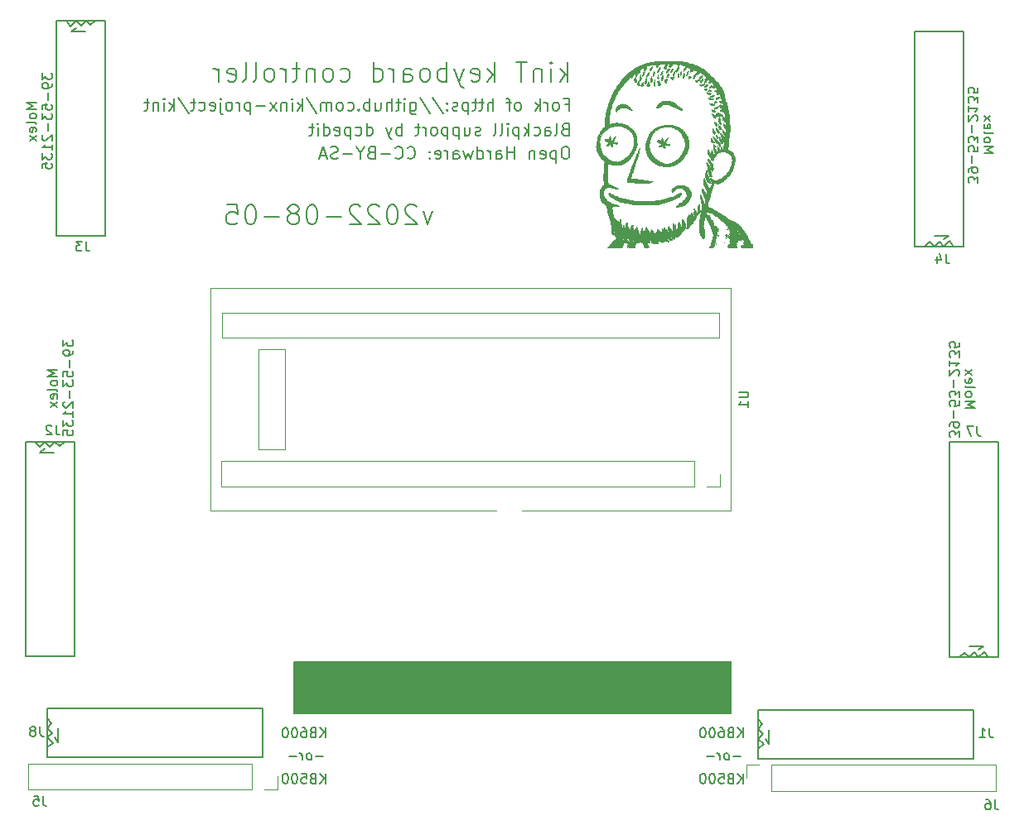
<source format=gbo>
G04 #@! TF.GenerationSoftware,KiCad,Pcbnew,(6.0.1-0)*
G04 #@! TF.CreationDate,2022-08-05T19:05:08-07:00*
G04 #@! TF.ProjectId,kint,6b696e74-2e6b-4696-9361-645f70636258,rev?*
G04 #@! TF.SameCoordinates,Original*
G04 #@! TF.FileFunction,Legend,Bot*
G04 #@! TF.FilePolarity,Positive*
%FSLAX46Y46*%
G04 Gerber Fmt 4.6, Leading zero omitted, Abs format (unit mm)*
G04 Created by KiCad (PCBNEW (6.0.1-0)) date 2022-08-05 19:05:08*
%MOMM*%
%LPD*%
G01*
G04 APERTURE LIST*
%ADD10C,0.150000*%
%ADD11C,0.127000*%
%ADD12C,0.203200*%
%ADD13C,0.010000*%
%ADD14C,0.120000*%
%ADD15C,6.000000*%
%ADD16C,8.600000*%
%ADD17C,1.327000*%
%ADD18R,1.700000X1.700000*%
%ADD19O,1.700000X1.700000*%
%ADD20C,1.700000*%
G04 APERTURE END LIST*
D10*
X154128214Y-74840714D02*
X153949642Y-74900238D01*
X153890119Y-74959761D01*
X153830595Y-75078809D01*
X153830595Y-75257380D01*
X153890119Y-75376428D01*
X153949642Y-75435952D01*
X154068690Y-75495476D01*
X154544880Y-75495476D01*
X154544880Y-74245476D01*
X154128214Y-74245476D01*
X154009166Y-74305000D01*
X153949642Y-74364523D01*
X153890119Y-74483571D01*
X153890119Y-74602619D01*
X153949642Y-74721666D01*
X154009166Y-74781190D01*
X154128214Y-74840714D01*
X154544880Y-74840714D01*
X153116309Y-75495476D02*
X153235357Y-75435952D01*
X153294880Y-75316904D01*
X153294880Y-74245476D01*
X152104404Y-75495476D02*
X152104404Y-74840714D01*
X152163928Y-74721666D01*
X152282976Y-74662142D01*
X152521071Y-74662142D01*
X152640119Y-74721666D01*
X152104404Y-75435952D02*
X152223452Y-75495476D01*
X152521071Y-75495476D01*
X152640119Y-75435952D01*
X152699642Y-75316904D01*
X152699642Y-75197857D01*
X152640119Y-75078809D01*
X152521071Y-75019285D01*
X152223452Y-75019285D01*
X152104404Y-74959761D01*
X150973452Y-75435952D02*
X151092500Y-75495476D01*
X151330595Y-75495476D01*
X151449642Y-75435952D01*
X151509166Y-75376428D01*
X151568690Y-75257380D01*
X151568690Y-74900238D01*
X151509166Y-74781190D01*
X151449642Y-74721666D01*
X151330595Y-74662142D01*
X151092500Y-74662142D01*
X150973452Y-74721666D01*
X150437738Y-75495476D02*
X150437738Y-74245476D01*
X150318690Y-75019285D02*
X149961547Y-75495476D01*
X149961547Y-74662142D02*
X150437738Y-75138333D01*
X149425833Y-74662142D02*
X149425833Y-75912142D01*
X149425833Y-74721666D02*
X149306785Y-74662142D01*
X149068690Y-74662142D01*
X148949642Y-74721666D01*
X148890119Y-74781190D01*
X148830595Y-74900238D01*
X148830595Y-75257380D01*
X148890119Y-75376428D01*
X148949642Y-75435952D01*
X149068690Y-75495476D01*
X149306785Y-75495476D01*
X149425833Y-75435952D01*
X148294880Y-75495476D02*
X148294880Y-74662142D01*
X148294880Y-74245476D02*
X148354404Y-74305000D01*
X148294880Y-74364523D01*
X148235357Y-74305000D01*
X148294880Y-74245476D01*
X148294880Y-74364523D01*
X147521071Y-75495476D02*
X147640119Y-75435952D01*
X147699642Y-75316904D01*
X147699642Y-74245476D01*
X146866309Y-75495476D02*
X146985357Y-75435952D01*
X147044880Y-75316904D01*
X147044880Y-74245476D01*
X145497261Y-75435952D02*
X145378214Y-75495476D01*
X145140119Y-75495476D01*
X145021071Y-75435952D01*
X144961547Y-75316904D01*
X144961547Y-75257380D01*
X145021071Y-75138333D01*
X145140119Y-75078809D01*
X145318690Y-75078809D01*
X145437738Y-75019285D01*
X145497261Y-74900238D01*
X145497261Y-74840714D01*
X145437738Y-74721666D01*
X145318690Y-74662142D01*
X145140119Y-74662142D01*
X145021071Y-74721666D01*
X143890119Y-74662142D02*
X143890119Y-75495476D01*
X144425833Y-74662142D02*
X144425833Y-75316904D01*
X144366309Y-75435952D01*
X144247261Y-75495476D01*
X144068690Y-75495476D01*
X143949642Y-75435952D01*
X143890119Y-75376428D01*
X143294880Y-74662142D02*
X143294880Y-75912142D01*
X143294880Y-74721666D02*
X143175833Y-74662142D01*
X142937738Y-74662142D01*
X142818690Y-74721666D01*
X142759166Y-74781190D01*
X142699642Y-74900238D01*
X142699642Y-75257380D01*
X142759166Y-75376428D01*
X142818690Y-75435952D01*
X142937738Y-75495476D01*
X143175833Y-75495476D01*
X143294880Y-75435952D01*
X142163928Y-74662142D02*
X142163928Y-75912142D01*
X142163928Y-74721666D02*
X142044880Y-74662142D01*
X141806785Y-74662142D01*
X141687738Y-74721666D01*
X141628214Y-74781190D01*
X141568690Y-74900238D01*
X141568690Y-75257380D01*
X141628214Y-75376428D01*
X141687738Y-75435952D01*
X141806785Y-75495476D01*
X142044880Y-75495476D01*
X142163928Y-75435952D01*
X140854404Y-75495476D02*
X140973452Y-75435952D01*
X141032976Y-75376428D01*
X141092500Y-75257380D01*
X141092500Y-74900238D01*
X141032976Y-74781190D01*
X140973452Y-74721666D01*
X140854404Y-74662142D01*
X140675833Y-74662142D01*
X140556785Y-74721666D01*
X140497261Y-74781190D01*
X140437738Y-74900238D01*
X140437738Y-75257380D01*
X140497261Y-75376428D01*
X140556785Y-75435952D01*
X140675833Y-75495476D01*
X140854404Y-75495476D01*
X139902023Y-75495476D02*
X139902023Y-74662142D01*
X139902023Y-74900238D02*
X139842500Y-74781190D01*
X139782976Y-74721666D01*
X139663928Y-74662142D01*
X139544880Y-74662142D01*
X139306785Y-74662142D02*
X138830595Y-74662142D01*
X139128214Y-74245476D02*
X139128214Y-75316904D01*
X139068690Y-75435952D01*
X138949642Y-75495476D01*
X138830595Y-75495476D01*
X137461547Y-75495476D02*
X137461547Y-74245476D01*
X137461547Y-74721666D02*
X137342500Y-74662142D01*
X137104404Y-74662142D01*
X136985357Y-74721666D01*
X136925833Y-74781190D01*
X136866309Y-74900238D01*
X136866309Y-75257380D01*
X136925833Y-75376428D01*
X136985357Y-75435952D01*
X137104404Y-75495476D01*
X137342500Y-75495476D01*
X137461547Y-75435952D01*
X136449642Y-74662142D02*
X136152023Y-75495476D01*
X135854404Y-74662142D02*
X136152023Y-75495476D01*
X136271071Y-75793095D01*
X136330595Y-75852619D01*
X136449642Y-75912142D01*
X133890119Y-75495476D02*
X133890119Y-74245476D01*
X133890119Y-75435952D02*
X134009166Y-75495476D01*
X134247261Y-75495476D01*
X134366309Y-75435952D01*
X134425833Y-75376428D01*
X134485357Y-75257380D01*
X134485357Y-74900238D01*
X134425833Y-74781190D01*
X134366309Y-74721666D01*
X134247261Y-74662142D01*
X134009166Y-74662142D01*
X133890119Y-74721666D01*
X132759166Y-75435952D02*
X132878214Y-75495476D01*
X133116309Y-75495476D01*
X133235357Y-75435952D01*
X133294880Y-75376428D01*
X133354404Y-75257380D01*
X133354404Y-74900238D01*
X133294880Y-74781190D01*
X133235357Y-74721666D01*
X133116309Y-74662142D01*
X132878214Y-74662142D01*
X132759166Y-74721666D01*
X132223452Y-74662142D02*
X132223452Y-75912142D01*
X132223452Y-74721666D02*
X132104404Y-74662142D01*
X131866309Y-74662142D01*
X131747261Y-74721666D01*
X131687738Y-74781190D01*
X131628214Y-74900238D01*
X131628214Y-75257380D01*
X131687738Y-75376428D01*
X131747261Y-75435952D01*
X131866309Y-75495476D01*
X132104404Y-75495476D01*
X132223452Y-75435952D01*
X130616309Y-75435952D02*
X130735357Y-75495476D01*
X130973452Y-75495476D01*
X131092500Y-75435952D01*
X131152023Y-75316904D01*
X131152023Y-74840714D01*
X131092500Y-74721666D01*
X130973452Y-74662142D01*
X130735357Y-74662142D01*
X130616309Y-74721666D01*
X130556785Y-74840714D01*
X130556785Y-74959761D01*
X131152023Y-75078809D01*
X129485357Y-75495476D02*
X129485357Y-74245476D01*
X129485357Y-75435952D02*
X129604404Y-75495476D01*
X129842500Y-75495476D01*
X129961547Y-75435952D01*
X130021071Y-75376428D01*
X130080595Y-75257380D01*
X130080595Y-74900238D01*
X130021071Y-74781190D01*
X129961547Y-74721666D01*
X129842500Y-74662142D01*
X129604404Y-74662142D01*
X129485357Y-74721666D01*
X128890119Y-75495476D02*
X128890119Y-74662142D01*
X128890119Y-74245476D02*
X128949642Y-74305000D01*
X128890119Y-74364523D01*
X128830595Y-74305000D01*
X128890119Y-74245476D01*
X128890119Y-74364523D01*
X128473452Y-74662142D02*
X127997261Y-74662142D01*
X128294880Y-74245476D02*
X128294880Y-75316904D01*
X128235357Y-75435952D01*
X128116309Y-75495476D01*
X127997261Y-75495476D01*
X140586785Y-83264428D02*
X140110595Y-84597761D01*
X139634404Y-83264428D01*
X138967738Y-82788238D02*
X138872500Y-82693000D01*
X138682023Y-82597761D01*
X138205833Y-82597761D01*
X138015357Y-82693000D01*
X137920119Y-82788238D01*
X137824880Y-82978714D01*
X137824880Y-83169190D01*
X137920119Y-83454904D01*
X139062976Y-84597761D01*
X137824880Y-84597761D01*
X136586785Y-82597761D02*
X136396309Y-82597761D01*
X136205833Y-82693000D01*
X136110595Y-82788238D01*
X136015357Y-82978714D01*
X135920119Y-83359666D01*
X135920119Y-83835857D01*
X136015357Y-84216809D01*
X136110595Y-84407285D01*
X136205833Y-84502523D01*
X136396309Y-84597761D01*
X136586785Y-84597761D01*
X136777261Y-84502523D01*
X136872500Y-84407285D01*
X136967738Y-84216809D01*
X137062976Y-83835857D01*
X137062976Y-83359666D01*
X136967738Y-82978714D01*
X136872500Y-82788238D01*
X136777261Y-82693000D01*
X136586785Y-82597761D01*
X135158214Y-82788238D02*
X135062976Y-82693000D01*
X134872500Y-82597761D01*
X134396309Y-82597761D01*
X134205833Y-82693000D01*
X134110595Y-82788238D01*
X134015357Y-82978714D01*
X134015357Y-83169190D01*
X134110595Y-83454904D01*
X135253452Y-84597761D01*
X134015357Y-84597761D01*
X133253452Y-82788238D02*
X133158214Y-82693000D01*
X132967738Y-82597761D01*
X132491547Y-82597761D01*
X132301071Y-82693000D01*
X132205833Y-82788238D01*
X132110595Y-82978714D01*
X132110595Y-83169190D01*
X132205833Y-83454904D01*
X133348690Y-84597761D01*
X132110595Y-84597761D01*
X131253452Y-83835857D02*
X129729642Y-83835857D01*
X128396309Y-82597761D02*
X128205833Y-82597761D01*
X128015357Y-82693000D01*
X127920119Y-82788238D01*
X127824880Y-82978714D01*
X127729642Y-83359666D01*
X127729642Y-83835857D01*
X127824880Y-84216809D01*
X127920119Y-84407285D01*
X128015357Y-84502523D01*
X128205833Y-84597761D01*
X128396309Y-84597761D01*
X128586785Y-84502523D01*
X128682023Y-84407285D01*
X128777261Y-84216809D01*
X128872500Y-83835857D01*
X128872500Y-83359666D01*
X128777261Y-82978714D01*
X128682023Y-82788238D01*
X128586785Y-82693000D01*
X128396309Y-82597761D01*
X126586785Y-83454904D02*
X126777261Y-83359666D01*
X126872500Y-83264428D01*
X126967738Y-83073952D01*
X126967738Y-82978714D01*
X126872500Y-82788238D01*
X126777261Y-82693000D01*
X126586785Y-82597761D01*
X126205833Y-82597761D01*
X126015357Y-82693000D01*
X125920119Y-82788238D01*
X125824880Y-82978714D01*
X125824880Y-83073952D01*
X125920119Y-83264428D01*
X126015357Y-83359666D01*
X126205833Y-83454904D01*
X126586785Y-83454904D01*
X126777261Y-83550142D01*
X126872500Y-83645380D01*
X126967738Y-83835857D01*
X126967738Y-84216809D01*
X126872500Y-84407285D01*
X126777261Y-84502523D01*
X126586785Y-84597761D01*
X126205833Y-84597761D01*
X126015357Y-84502523D01*
X125920119Y-84407285D01*
X125824880Y-84216809D01*
X125824880Y-83835857D01*
X125920119Y-83645380D01*
X126015357Y-83550142D01*
X126205833Y-83454904D01*
X124967738Y-83835857D02*
X123443928Y-83835857D01*
X122110595Y-82597761D02*
X121920119Y-82597761D01*
X121729642Y-82693000D01*
X121634404Y-82788238D01*
X121539166Y-82978714D01*
X121443928Y-83359666D01*
X121443928Y-83835857D01*
X121539166Y-84216809D01*
X121634404Y-84407285D01*
X121729642Y-84502523D01*
X121920119Y-84597761D01*
X122110595Y-84597761D01*
X122301071Y-84502523D01*
X122396309Y-84407285D01*
X122491547Y-84216809D01*
X122586785Y-83835857D01*
X122586785Y-83359666D01*
X122491547Y-82978714D01*
X122396309Y-82788238D01*
X122301071Y-82693000D01*
X122110595Y-82597761D01*
X119634404Y-82597761D02*
X120586785Y-82597761D01*
X120682023Y-83550142D01*
X120586785Y-83454904D01*
X120396309Y-83359666D01*
X119920119Y-83359666D01*
X119729642Y-83454904D01*
X119634404Y-83550142D01*
X119539166Y-83740619D01*
X119539166Y-84216809D01*
X119634404Y-84407285D01*
X119729642Y-84502523D01*
X119920119Y-84597761D01*
X120396309Y-84597761D01*
X120586785Y-84502523D01*
X120682023Y-84407285D01*
X154366309Y-69992761D02*
X154366309Y-67992761D01*
X154175833Y-69230857D02*
X153604404Y-69992761D01*
X153604404Y-68659428D02*
X154366309Y-69421333D01*
X152747261Y-69992761D02*
X152747261Y-68659428D01*
X152747261Y-67992761D02*
X152842500Y-68088000D01*
X152747261Y-68183238D01*
X152652023Y-68088000D01*
X152747261Y-67992761D01*
X152747261Y-68183238D01*
X151794880Y-68659428D02*
X151794880Y-69992761D01*
X151794880Y-68849904D02*
X151699642Y-68754666D01*
X151509166Y-68659428D01*
X151223452Y-68659428D01*
X151032976Y-68754666D01*
X150937738Y-68945142D01*
X150937738Y-69992761D01*
X150271071Y-67992761D02*
X149128214Y-67992761D01*
X149699642Y-69992761D02*
X149699642Y-67992761D01*
X146937738Y-69992761D02*
X146937738Y-67992761D01*
X146747261Y-69230857D02*
X146175833Y-69992761D01*
X146175833Y-68659428D02*
X146937738Y-69421333D01*
X144556785Y-69897523D02*
X144747261Y-69992761D01*
X145128214Y-69992761D01*
X145318690Y-69897523D01*
X145413928Y-69707047D01*
X145413928Y-68945142D01*
X145318690Y-68754666D01*
X145128214Y-68659428D01*
X144747261Y-68659428D01*
X144556785Y-68754666D01*
X144461547Y-68945142D01*
X144461547Y-69135619D01*
X145413928Y-69326095D01*
X143794880Y-68659428D02*
X143318690Y-69992761D01*
X142842500Y-68659428D02*
X143318690Y-69992761D01*
X143509166Y-70468952D01*
X143604404Y-70564190D01*
X143794880Y-70659428D01*
X142080595Y-69992761D02*
X142080595Y-67992761D01*
X142080595Y-68754666D02*
X141890119Y-68659428D01*
X141509166Y-68659428D01*
X141318690Y-68754666D01*
X141223452Y-68849904D01*
X141128214Y-69040380D01*
X141128214Y-69611809D01*
X141223452Y-69802285D01*
X141318690Y-69897523D01*
X141509166Y-69992761D01*
X141890119Y-69992761D01*
X142080595Y-69897523D01*
X139985357Y-69992761D02*
X140175833Y-69897523D01*
X140271071Y-69802285D01*
X140366309Y-69611809D01*
X140366309Y-69040380D01*
X140271071Y-68849904D01*
X140175833Y-68754666D01*
X139985357Y-68659428D01*
X139699642Y-68659428D01*
X139509166Y-68754666D01*
X139413928Y-68849904D01*
X139318690Y-69040380D01*
X139318690Y-69611809D01*
X139413928Y-69802285D01*
X139509166Y-69897523D01*
X139699642Y-69992761D01*
X139985357Y-69992761D01*
X137604404Y-69992761D02*
X137604404Y-68945142D01*
X137699642Y-68754666D01*
X137890119Y-68659428D01*
X138271071Y-68659428D01*
X138461547Y-68754666D01*
X137604404Y-69897523D02*
X137794880Y-69992761D01*
X138271071Y-69992761D01*
X138461547Y-69897523D01*
X138556785Y-69707047D01*
X138556785Y-69516571D01*
X138461547Y-69326095D01*
X138271071Y-69230857D01*
X137794880Y-69230857D01*
X137604404Y-69135619D01*
X136652023Y-69992761D02*
X136652023Y-68659428D01*
X136652023Y-69040380D02*
X136556785Y-68849904D01*
X136461547Y-68754666D01*
X136271071Y-68659428D01*
X136080595Y-68659428D01*
X134556785Y-69992761D02*
X134556785Y-67992761D01*
X134556785Y-69897523D02*
X134747261Y-69992761D01*
X135128214Y-69992761D01*
X135318690Y-69897523D01*
X135413928Y-69802285D01*
X135509166Y-69611809D01*
X135509166Y-69040380D01*
X135413928Y-68849904D01*
X135318690Y-68754666D01*
X135128214Y-68659428D01*
X134747261Y-68659428D01*
X134556785Y-68754666D01*
X131223452Y-69897523D02*
X131413928Y-69992761D01*
X131794880Y-69992761D01*
X131985357Y-69897523D01*
X132080595Y-69802285D01*
X132175833Y-69611809D01*
X132175833Y-69040380D01*
X132080595Y-68849904D01*
X131985357Y-68754666D01*
X131794880Y-68659428D01*
X131413928Y-68659428D01*
X131223452Y-68754666D01*
X130080595Y-69992761D02*
X130271071Y-69897523D01*
X130366309Y-69802285D01*
X130461547Y-69611809D01*
X130461547Y-69040380D01*
X130366309Y-68849904D01*
X130271071Y-68754666D01*
X130080595Y-68659428D01*
X129794880Y-68659428D01*
X129604404Y-68754666D01*
X129509166Y-68849904D01*
X129413928Y-69040380D01*
X129413928Y-69611809D01*
X129509166Y-69802285D01*
X129604404Y-69897523D01*
X129794880Y-69992761D01*
X130080595Y-69992761D01*
X128556785Y-68659428D02*
X128556785Y-69992761D01*
X128556785Y-68849904D02*
X128461547Y-68754666D01*
X128271071Y-68659428D01*
X127985357Y-68659428D01*
X127794880Y-68754666D01*
X127699642Y-68945142D01*
X127699642Y-69992761D01*
X127032976Y-68659428D02*
X126271071Y-68659428D01*
X126747261Y-67992761D02*
X126747261Y-69707047D01*
X126652023Y-69897523D01*
X126461547Y-69992761D01*
X126271071Y-69992761D01*
X125604404Y-69992761D02*
X125604404Y-68659428D01*
X125604404Y-69040380D02*
X125509166Y-68849904D01*
X125413928Y-68754666D01*
X125223452Y-68659428D01*
X125032976Y-68659428D01*
X124080595Y-69992761D02*
X124271071Y-69897523D01*
X124366309Y-69802285D01*
X124461547Y-69611809D01*
X124461547Y-69040380D01*
X124366309Y-68849904D01*
X124271071Y-68754666D01*
X124080595Y-68659428D01*
X123794880Y-68659428D01*
X123604404Y-68754666D01*
X123509166Y-68849904D01*
X123413928Y-69040380D01*
X123413928Y-69611809D01*
X123509166Y-69802285D01*
X123604404Y-69897523D01*
X123794880Y-69992761D01*
X124080595Y-69992761D01*
X122271071Y-69992761D02*
X122461547Y-69897523D01*
X122556785Y-69707047D01*
X122556785Y-67992761D01*
X121223452Y-69992761D02*
X121413928Y-69897523D01*
X121509166Y-69707047D01*
X121509166Y-67992761D01*
X119699642Y-69897523D02*
X119890119Y-69992761D01*
X120271071Y-69992761D01*
X120461547Y-69897523D01*
X120556785Y-69707047D01*
X120556785Y-68945142D01*
X120461547Y-68754666D01*
X120271071Y-68659428D01*
X119890119Y-68659428D01*
X119699642Y-68754666D01*
X119604404Y-68945142D01*
X119604404Y-69135619D01*
X120556785Y-69326095D01*
X118747261Y-69992761D02*
X118747261Y-68659428D01*
X118747261Y-69040380D02*
X118652023Y-68849904D01*
X118556785Y-68754666D01*
X118366309Y-68659428D01*
X118175833Y-68659428D01*
X196948619Y-77318952D02*
X197948619Y-77318952D01*
X197234333Y-76985619D01*
X197948619Y-76652285D01*
X196948619Y-76652285D01*
X196948619Y-76033238D02*
X196996238Y-76128476D01*
X197043857Y-76176095D01*
X197139095Y-76223714D01*
X197424809Y-76223714D01*
X197520047Y-76176095D01*
X197567666Y-76128476D01*
X197615285Y-76033238D01*
X197615285Y-75890380D01*
X197567666Y-75795142D01*
X197520047Y-75747523D01*
X197424809Y-75699904D01*
X197139095Y-75699904D01*
X197043857Y-75747523D01*
X196996238Y-75795142D01*
X196948619Y-75890380D01*
X196948619Y-76033238D01*
X196948619Y-75128476D02*
X196996238Y-75223714D01*
X197091476Y-75271333D01*
X197948619Y-75271333D01*
X196996238Y-74366571D02*
X196948619Y-74461809D01*
X196948619Y-74652285D01*
X196996238Y-74747523D01*
X197091476Y-74795142D01*
X197472428Y-74795142D01*
X197567666Y-74747523D01*
X197615285Y-74652285D01*
X197615285Y-74461809D01*
X197567666Y-74366571D01*
X197472428Y-74318952D01*
X197377190Y-74318952D01*
X197281952Y-74795142D01*
X196948619Y-73985619D02*
X197615285Y-73461809D01*
X197615285Y-73985619D02*
X196948619Y-73461809D01*
X196338619Y-80342761D02*
X196338619Y-79723714D01*
X195957666Y-80057047D01*
X195957666Y-79914190D01*
X195910047Y-79818952D01*
X195862428Y-79771333D01*
X195767190Y-79723714D01*
X195529095Y-79723714D01*
X195433857Y-79771333D01*
X195386238Y-79818952D01*
X195338619Y-79914190D01*
X195338619Y-80199904D01*
X195386238Y-80295142D01*
X195433857Y-80342761D01*
X195338619Y-79247523D02*
X195338619Y-79057047D01*
X195386238Y-78961809D01*
X195433857Y-78914190D01*
X195576714Y-78818952D01*
X195767190Y-78771333D01*
X196148142Y-78771333D01*
X196243380Y-78818952D01*
X196291000Y-78866571D01*
X196338619Y-78961809D01*
X196338619Y-79152285D01*
X196291000Y-79247523D01*
X196243380Y-79295142D01*
X196148142Y-79342761D01*
X195910047Y-79342761D01*
X195814809Y-79295142D01*
X195767190Y-79247523D01*
X195719571Y-79152285D01*
X195719571Y-78961809D01*
X195767190Y-78866571D01*
X195814809Y-78818952D01*
X195910047Y-78771333D01*
X195719571Y-78342761D02*
X195719571Y-77580857D01*
X196338619Y-76628476D02*
X196338619Y-77104666D01*
X195862428Y-77152285D01*
X195910047Y-77104666D01*
X195957666Y-77009428D01*
X195957666Y-76771333D01*
X195910047Y-76676095D01*
X195862428Y-76628476D01*
X195767190Y-76580857D01*
X195529095Y-76580857D01*
X195433857Y-76628476D01*
X195386238Y-76676095D01*
X195338619Y-76771333D01*
X195338619Y-77009428D01*
X195386238Y-77104666D01*
X195433857Y-77152285D01*
X196338619Y-76247523D02*
X196338619Y-75628476D01*
X195957666Y-75961809D01*
X195957666Y-75818952D01*
X195910047Y-75723714D01*
X195862428Y-75676095D01*
X195767190Y-75628476D01*
X195529095Y-75628476D01*
X195433857Y-75676095D01*
X195386238Y-75723714D01*
X195338619Y-75818952D01*
X195338619Y-76104666D01*
X195386238Y-76199904D01*
X195433857Y-76247523D01*
X195719571Y-75199904D02*
X195719571Y-74438000D01*
X196243380Y-74009428D02*
X196291000Y-73961809D01*
X196338619Y-73866571D01*
X196338619Y-73628476D01*
X196291000Y-73533238D01*
X196243380Y-73485619D01*
X196148142Y-73438000D01*
X196052904Y-73438000D01*
X195910047Y-73485619D01*
X195338619Y-74057047D01*
X195338619Y-73438000D01*
X195338619Y-72485619D02*
X195338619Y-73057047D01*
X195338619Y-72771333D02*
X196338619Y-72771333D01*
X196195761Y-72866571D01*
X196100523Y-72961809D01*
X196052904Y-73057047D01*
X196338619Y-72152285D02*
X196338619Y-71533238D01*
X195957666Y-71866571D01*
X195957666Y-71723714D01*
X195910047Y-71628476D01*
X195862428Y-71580857D01*
X195767190Y-71533238D01*
X195529095Y-71533238D01*
X195433857Y-71580857D01*
X195386238Y-71628476D01*
X195338619Y-71723714D01*
X195338619Y-72009428D01*
X195386238Y-72104666D01*
X195433857Y-72152285D01*
X196338619Y-70628476D02*
X196338619Y-71104666D01*
X195862428Y-71152285D01*
X195910047Y-71104666D01*
X195957666Y-71009428D01*
X195957666Y-70771333D01*
X195910047Y-70676095D01*
X195862428Y-70628476D01*
X195767190Y-70580857D01*
X195529095Y-70580857D01*
X195433857Y-70628476D01*
X195386238Y-70676095D01*
X195338619Y-70771333D01*
X195338619Y-71009428D01*
X195386238Y-71104666D01*
X195433857Y-71152285D01*
X195043619Y-103353952D02*
X196043619Y-103353952D01*
X195329333Y-103020619D01*
X196043619Y-102687285D01*
X195043619Y-102687285D01*
X195043619Y-102068238D02*
X195091238Y-102163476D01*
X195138857Y-102211095D01*
X195234095Y-102258714D01*
X195519809Y-102258714D01*
X195615047Y-102211095D01*
X195662666Y-102163476D01*
X195710285Y-102068238D01*
X195710285Y-101925380D01*
X195662666Y-101830142D01*
X195615047Y-101782523D01*
X195519809Y-101734904D01*
X195234095Y-101734904D01*
X195138857Y-101782523D01*
X195091238Y-101830142D01*
X195043619Y-101925380D01*
X195043619Y-102068238D01*
X195043619Y-101163476D02*
X195091238Y-101258714D01*
X195186476Y-101306333D01*
X196043619Y-101306333D01*
X195091238Y-100401571D02*
X195043619Y-100496809D01*
X195043619Y-100687285D01*
X195091238Y-100782523D01*
X195186476Y-100830142D01*
X195567428Y-100830142D01*
X195662666Y-100782523D01*
X195710285Y-100687285D01*
X195710285Y-100496809D01*
X195662666Y-100401571D01*
X195567428Y-100353952D01*
X195472190Y-100353952D01*
X195376952Y-100830142D01*
X195043619Y-100020619D02*
X195710285Y-99496809D01*
X195710285Y-100020619D02*
X195043619Y-99496809D01*
X194433619Y-106377761D02*
X194433619Y-105758714D01*
X194052666Y-106092047D01*
X194052666Y-105949190D01*
X194005047Y-105853952D01*
X193957428Y-105806333D01*
X193862190Y-105758714D01*
X193624095Y-105758714D01*
X193528857Y-105806333D01*
X193481238Y-105853952D01*
X193433619Y-105949190D01*
X193433619Y-106234904D01*
X193481238Y-106330142D01*
X193528857Y-106377761D01*
X193433619Y-105282523D02*
X193433619Y-105092047D01*
X193481238Y-104996809D01*
X193528857Y-104949190D01*
X193671714Y-104853952D01*
X193862190Y-104806333D01*
X194243142Y-104806333D01*
X194338380Y-104853952D01*
X194386000Y-104901571D01*
X194433619Y-104996809D01*
X194433619Y-105187285D01*
X194386000Y-105282523D01*
X194338380Y-105330142D01*
X194243142Y-105377761D01*
X194005047Y-105377761D01*
X193909809Y-105330142D01*
X193862190Y-105282523D01*
X193814571Y-105187285D01*
X193814571Y-104996809D01*
X193862190Y-104901571D01*
X193909809Y-104853952D01*
X194005047Y-104806333D01*
X193814571Y-104377761D02*
X193814571Y-103615857D01*
X194433619Y-102663476D02*
X194433619Y-103139666D01*
X193957428Y-103187285D01*
X194005047Y-103139666D01*
X194052666Y-103044428D01*
X194052666Y-102806333D01*
X194005047Y-102711095D01*
X193957428Y-102663476D01*
X193862190Y-102615857D01*
X193624095Y-102615857D01*
X193528857Y-102663476D01*
X193481238Y-102711095D01*
X193433619Y-102806333D01*
X193433619Y-103044428D01*
X193481238Y-103139666D01*
X193528857Y-103187285D01*
X194433619Y-102282523D02*
X194433619Y-101663476D01*
X194052666Y-101996809D01*
X194052666Y-101853952D01*
X194005047Y-101758714D01*
X193957428Y-101711095D01*
X193862190Y-101663476D01*
X193624095Y-101663476D01*
X193528857Y-101711095D01*
X193481238Y-101758714D01*
X193433619Y-101853952D01*
X193433619Y-102139666D01*
X193481238Y-102234904D01*
X193528857Y-102282523D01*
X193814571Y-101234904D02*
X193814571Y-100473000D01*
X194338380Y-100044428D02*
X194386000Y-99996809D01*
X194433619Y-99901571D01*
X194433619Y-99663476D01*
X194386000Y-99568238D01*
X194338380Y-99520619D01*
X194243142Y-99473000D01*
X194147904Y-99473000D01*
X194005047Y-99520619D01*
X193433619Y-100092047D01*
X193433619Y-99473000D01*
X193433619Y-98520619D02*
X193433619Y-99092047D01*
X193433619Y-98806333D02*
X194433619Y-98806333D01*
X194290761Y-98901571D01*
X194195523Y-98996809D01*
X194147904Y-99092047D01*
X194433619Y-98187285D02*
X194433619Y-97568238D01*
X194052666Y-97901571D01*
X194052666Y-97758714D01*
X194005047Y-97663476D01*
X193957428Y-97615857D01*
X193862190Y-97568238D01*
X193624095Y-97568238D01*
X193528857Y-97615857D01*
X193481238Y-97663476D01*
X193433619Y-97758714D01*
X193433619Y-98044428D01*
X193481238Y-98139666D01*
X193528857Y-98187285D01*
X194433619Y-96663476D02*
X194433619Y-97139666D01*
X193957428Y-97187285D01*
X194005047Y-97139666D01*
X194052666Y-97044428D01*
X194052666Y-96806333D01*
X194005047Y-96711095D01*
X193957428Y-96663476D01*
X193862190Y-96615857D01*
X193624095Y-96615857D01*
X193528857Y-96663476D01*
X193481238Y-96711095D01*
X193433619Y-96806333D01*
X193433619Y-97044428D01*
X193481238Y-97139666D01*
X193528857Y-97187285D01*
X102263380Y-99465047D02*
X101263380Y-99465047D01*
X101977666Y-99798380D01*
X101263380Y-100131714D01*
X102263380Y-100131714D01*
X102263380Y-100750761D02*
X102215761Y-100655523D01*
X102168142Y-100607904D01*
X102072904Y-100560285D01*
X101787190Y-100560285D01*
X101691952Y-100607904D01*
X101644333Y-100655523D01*
X101596714Y-100750761D01*
X101596714Y-100893619D01*
X101644333Y-100988857D01*
X101691952Y-101036476D01*
X101787190Y-101084095D01*
X102072904Y-101084095D01*
X102168142Y-101036476D01*
X102215761Y-100988857D01*
X102263380Y-100893619D01*
X102263380Y-100750761D01*
X102263380Y-101655523D02*
X102215761Y-101560285D01*
X102120523Y-101512666D01*
X101263380Y-101512666D01*
X102215761Y-102417428D02*
X102263380Y-102322190D01*
X102263380Y-102131714D01*
X102215761Y-102036476D01*
X102120523Y-101988857D01*
X101739571Y-101988857D01*
X101644333Y-102036476D01*
X101596714Y-102131714D01*
X101596714Y-102322190D01*
X101644333Y-102417428D01*
X101739571Y-102465047D01*
X101834809Y-102465047D01*
X101930047Y-101988857D01*
X102263380Y-102798380D02*
X101596714Y-103322190D01*
X101596714Y-102798380D02*
X102263380Y-103322190D01*
X102873380Y-96441238D02*
X102873380Y-97060285D01*
X103254333Y-96726952D01*
X103254333Y-96869809D01*
X103301952Y-96965047D01*
X103349571Y-97012666D01*
X103444809Y-97060285D01*
X103682904Y-97060285D01*
X103778142Y-97012666D01*
X103825761Y-96965047D01*
X103873380Y-96869809D01*
X103873380Y-96584095D01*
X103825761Y-96488857D01*
X103778142Y-96441238D01*
X103873380Y-97536476D02*
X103873380Y-97726952D01*
X103825761Y-97822190D01*
X103778142Y-97869809D01*
X103635285Y-97965047D01*
X103444809Y-98012666D01*
X103063857Y-98012666D01*
X102968619Y-97965047D01*
X102921000Y-97917428D01*
X102873380Y-97822190D01*
X102873380Y-97631714D01*
X102921000Y-97536476D01*
X102968619Y-97488857D01*
X103063857Y-97441238D01*
X103301952Y-97441238D01*
X103397190Y-97488857D01*
X103444809Y-97536476D01*
X103492428Y-97631714D01*
X103492428Y-97822190D01*
X103444809Y-97917428D01*
X103397190Y-97965047D01*
X103301952Y-98012666D01*
X103492428Y-98441238D02*
X103492428Y-99203142D01*
X102873380Y-100155523D02*
X102873380Y-99679333D01*
X103349571Y-99631714D01*
X103301952Y-99679333D01*
X103254333Y-99774571D01*
X103254333Y-100012666D01*
X103301952Y-100107904D01*
X103349571Y-100155523D01*
X103444809Y-100203142D01*
X103682904Y-100203142D01*
X103778142Y-100155523D01*
X103825761Y-100107904D01*
X103873380Y-100012666D01*
X103873380Y-99774571D01*
X103825761Y-99679333D01*
X103778142Y-99631714D01*
X102873380Y-100536476D02*
X102873380Y-101155523D01*
X103254333Y-100822190D01*
X103254333Y-100965047D01*
X103301952Y-101060285D01*
X103349571Y-101107904D01*
X103444809Y-101155523D01*
X103682904Y-101155523D01*
X103778142Y-101107904D01*
X103825761Y-101060285D01*
X103873380Y-100965047D01*
X103873380Y-100679333D01*
X103825761Y-100584095D01*
X103778142Y-100536476D01*
X103492428Y-101584095D02*
X103492428Y-102346000D01*
X102968619Y-102774571D02*
X102921000Y-102822190D01*
X102873380Y-102917428D01*
X102873380Y-103155523D01*
X102921000Y-103250761D01*
X102968619Y-103298380D01*
X103063857Y-103346000D01*
X103159095Y-103346000D01*
X103301952Y-103298380D01*
X103873380Y-102726952D01*
X103873380Y-103346000D01*
X103873380Y-104298380D02*
X103873380Y-103726952D01*
X103873380Y-104012666D02*
X102873380Y-104012666D01*
X103016238Y-103917428D01*
X103111476Y-103822190D01*
X103159095Y-103726952D01*
X102873380Y-104631714D02*
X102873380Y-105250761D01*
X103254333Y-104917428D01*
X103254333Y-105060285D01*
X103301952Y-105155523D01*
X103349571Y-105203142D01*
X103444809Y-105250761D01*
X103682904Y-105250761D01*
X103778142Y-105203142D01*
X103825761Y-105155523D01*
X103873380Y-105060285D01*
X103873380Y-104774571D01*
X103825761Y-104679333D01*
X103778142Y-104631714D01*
X102873380Y-106155523D02*
X102873380Y-105679333D01*
X103349571Y-105631714D01*
X103301952Y-105679333D01*
X103254333Y-105774571D01*
X103254333Y-106012666D01*
X103301952Y-106107904D01*
X103349571Y-106155523D01*
X103444809Y-106203142D01*
X103682904Y-106203142D01*
X103778142Y-106155523D01*
X103825761Y-106107904D01*
X103873380Y-106012666D01*
X103873380Y-105774571D01*
X103825761Y-105679333D01*
X103778142Y-105631714D01*
X172370476Y-141803380D02*
X172370476Y-140803380D01*
X171799047Y-141803380D02*
X172227619Y-141231952D01*
X171799047Y-140803380D02*
X172370476Y-141374809D01*
X171037142Y-141279571D02*
X170894285Y-141327190D01*
X170846666Y-141374809D01*
X170799047Y-141470047D01*
X170799047Y-141612904D01*
X170846666Y-141708142D01*
X170894285Y-141755761D01*
X170989523Y-141803380D01*
X171370476Y-141803380D01*
X171370476Y-140803380D01*
X171037142Y-140803380D01*
X170941904Y-140851000D01*
X170894285Y-140898619D01*
X170846666Y-140993857D01*
X170846666Y-141089095D01*
X170894285Y-141184333D01*
X170941904Y-141231952D01*
X171037142Y-141279571D01*
X171370476Y-141279571D01*
X169894285Y-140803380D02*
X170370476Y-140803380D01*
X170418095Y-141279571D01*
X170370476Y-141231952D01*
X170275238Y-141184333D01*
X170037142Y-141184333D01*
X169941904Y-141231952D01*
X169894285Y-141279571D01*
X169846666Y-141374809D01*
X169846666Y-141612904D01*
X169894285Y-141708142D01*
X169941904Y-141755761D01*
X170037142Y-141803380D01*
X170275238Y-141803380D01*
X170370476Y-141755761D01*
X170418095Y-141708142D01*
X169227619Y-140803380D02*
X169132380Y-140803380D01*
X169037142Y-140851000D01*
X168989523Y-140898619D01*
X168941904Y-140993857D01*
X168894285Y-141184333D01*
X168894285Y-141422428D01*
X168941904Y-141612904D01*
X168989523Y-141708142D01*
X169037142Y-141755761D01*
X169132380Y-141803380D01*
X169227619Y-141803380D01*
X169322857Y-141755761D01*
X169370476Y-141708142D01*
X169418095Y-141612904D01*
X169465714Y-141422428D01*
X169465714Y-141184333D01*
X169418095Y-140993857D01*
X169370476Y-140898619D01*
X169322857Y-140851000D01*
X169227619Y-140803380D01*
X168275238Y-140803380D02*
X168180000Y-140803380D01*
X168084761Y-140851000D01*
X168037142Y-140898619D01*
X167989523Y-140993857D01*
X167941904Y-141184333D01*
X167941904Y-141422428D01*
X167989523Y-141612904D01*
X168037142Y-141708142D01*
X168084761Y-141755761D01*
X168180000Y-141803380D01*
X168275238Y-141803380D01*
X168370476Y-141755761D01*
X168418095Y-141708142D01*
X168465714Y-141612904D01*
X168513333Y-141422428D01*
X168513333Y-141184333D01*
X168465714Y-140993857D01*
X168418095Y-140898619D01*
X168370476Y-140851000D01*
X168275238Y-140803380D01*
X172115958Y-139009428D02*
X171354053Y-139009428D01*
X170782625Y-139390380D02*
X170871910Y-139342761D01*
X170913577Y-139295142D01*
X170949291Y-139199904D01*
X170913577Y-138914190D01*
X170854053Y-138818952D01*
X170800482Y-138771333D01*
X170699291Y-138723714D01*
X170556434Y-138723714D01*
X170467148Y-138771333D01*
X170425482Y-138818952D01*
X170389767Y-138914190D01*
X170425482Y-139199904D01*
X170485005Y-139295142D01*
X170538577Y-139342761D01*
X170639767Y-139390380D01*
X170782625Y-139390380D01*
X170020720Y-139390380D02*
X169937386Y-138723714D01*
X169961196Y-138914190D02*
X169901672Y-138818952D01*
X169848101Y-138771333D01*
X169746910Y-138723714D01*
X169651672Y-138723714D01*
X169354053Y-139009428D02*
X168592148Y-139009428D01*
X172370476Y-137104380D02*
X172370476Y-136104380D01*
X171799047Y-137104380D02*
X172227619Y-136532952D01*
X171799047Y-136104380D02*
X172370476Y-136675809D01*
X171037142Y-136580571D02*
X170894285Y-136628190D01*
X170846666Y-136675809D01*
X170799047Y-136771047D01*
X170799047Y-136913904D01*
X170846666Y-137009142D01*
X170894285Y-137056761D01*
X170989523Y-137104380D01*
X171370476Y-137104380D01*
X171370476Y-136104380D01*
X171037142Y-136104380D01*
X170941904Y-136152000D01*
X170894285Y-136199619D01*
X170846666Y-136294857D01*
X170846666Y-136390095D01*
X170894285Y-136485333D01*
X170941904Y-136532952D01*
X171037142Y-136580571D01*
X171370476Y-136580571D01*
X169941904Y-136104380D02*
X170132380Y-136104380D01*
X170227619Y-136152000D01*
X170275238Y-136199619D01*
X170370476Y-136342476D01*
X170418095Y-136532952D01*
X170418095Y-136913904D01*
X170370476Y-137009142D01*
X170322857Y-137056761D01*
X170227619Y-137104380D01*
X170037142Y-137104380D01*
X169941904Y-137056761D01*
X169894285Y-137009142D01*
X169846666Y-136913904D01*
X169846666Y-136675809D01*
X169894285Y-136580571D01*
X169941904Y-136532952D01*
X170037142Y-136485333D01*
X170227619Y-136485333D01*
X170322857Y-136532952D01*
X170370476Y-136580571D01*
X170418095Y-136675809D01*
X169227619Y-136104380D02*
X169132380Y-136104380D01*
X169037142Y-136152000D01*
X168989523Y-136199619D01*
X168941904Y-136294857D01*
X168894285Y-136485333D01*
X168894285Y-136723428D01*
X168941904Y-136913904D01*
X168989523Y-137009142D01*
X169037142Y-137056761D01*
X169132380Y-137104380D01*
X169227619Y-137104380D01*
X169322857Y-137056761D01*
X169370476Y-137009142D01*
X169418095Y-136913904D01*
X169465714Y-136723428D01*
X169465714Y-136485333D01*
X169418095Y-136294857D01*
X169370476Y-136199619D01*
X169322857Y-136152000D01*
X169227619Y-136104380D01*
X168275238Y-136104380D02*
X168180000Y-136104380D01*
X168084761Y-136152000D01*
X168037142Y-136199619D01*
X167989523Y-136294857D01*
X167941904Y-136485333D01*
X167941904Y-136723428D01*
X167989523Y-136913904D01*
X168037142Y-137009142D01*
X168084761Y-137056761D01*
X168180000Y-137104380D01*
X168275238Y-137104380D01*
X168370476Y-137056761D01*
X168418095Y-137009142D01*
X168465714Y-136913904D01*
X168513333Y-136723428D01*
X168513333Y-136485333D01*
X168465714Y-136294857D01*
X168418095Y-136199619D01*
X168370476Y-136152000D01*
X168275238Y-136104380D01*
X129698476Y-137104380D02*
X129698476Y-136104380D01*
X129127047Y-137104380D02*
X129555619Y-136532952D01*
X129127047Y-136104380D02*
X129698476Y-136675809D01*
X128365142Y-136580571D02*
X128222285Y-136628190D01*
X128174666Y-136675809D01*
X128127047Y-136771047D01*
X128127047Y-136913904D01*
X128174666Y-137009142D01*
X128222285Y-137056761D01*
X128317523Y-137104380D01*
X128698476Y-137104380D01*
X128698476Y-136104380D01*
X128365142Y-136104380D01*
X128269904Y-136152000D01*
X128222285Y-136199619D01*
X128174666Y-136294857D01*
X128174666Y-136390095D01*
X128222285Y-136485333D01*
X128269904Y-136532952D01*
X128365142Y-136580571D01*
X128698476Y-136580571D01*
X127269904Y-136104380D02*
X127460380Y-136104380D01*
X127555619Y-136152000D01*
X127603238Y-136199619D01*
X127698476Y-136342476D01*
X127746095Y-136532952D01*
X127746095Y-136913904D01*
X127698476Y-137009142D01*
X127650857Y-137056761D01*
X127555619Y-137104380D01*
X127365142Y-137104380D01*
X127269904Y-137056761D01*
X127222285Y-137009142D01*
X127174666Y-136913904D01*
X127174666Y-136675809D01*
X127222285Y-136580571D01*
X127269904Y-136532952D01*
X127365142Y-136485333D01*
X127555619Y-136485333D01*
X127650857Y-136532952D01*
X127698476Y-136580571D01*
X127746095Y-136675809D01*
X126555619Y-136104380D02*
X126460380Y-136104380D01*
X126365142Y-136152000D01*
X126317523Y-136199619D01*
X126269904Y-136294857D01*
X126222285Y-136485333D01*
X126222285Y-136723428D01*
X126269904Y-136913904D01*
X126317523Y-137009142D01*
X126365142Y-137056761D01*
X126460380Y-137104380D01*
X126555619Y-137104380D01*
X126650857Y-137056761D01*
X126698476Y-137009142D01*
X126746095Y-136913904D01*
X126793714Y-136723428D01*
X126793714Y-136485333D01*
X126746095Y-136294857D01*
X126698476Y-136199619D01*
X126650857Y-136152000D01*
X126555619Y-136104380D01*
X125603238Y-136104380D02*
X125508000Y-136104380D01*
X125412761Y-136152000D01*
X125365142Y-136199619D01*
X125317523Y-136294857D01*
X125269904Y-136485333D01*
X125269904Y-136723428D01*
X125317523Y-136913904D01*
X125365142Y-137009142D01*
X125412761Y-137056761D01*
X125508000Y-137104380D01*
X125603238Y-137104380D01*
X125698476Y-137056761D01*
X125746095Y-137009142D01*
X125793714Y-136913904D01*
X125841333Y-136723428D01*
X125841333Y-136485333D01*
X125793714Y-136294857D01*
X125746095Y-136199619D01*
X125698476Y-136152000D01*
X125603238Y-136104380D01*
X129698476Y-141803380D02*
X129698476Y-140803380D01*
X129127047Y-141803380D02*
X129555619Y-141231952D01*
X129127047Y-140803380D02*
X129698476Y-141374809D01*
X128365142Y-141279571D02*
X128222285Y-141327190D01*
X128174666Y-141374809D01*
X128127047Y-141470047D01*
X128127047Y-141612904D01*
X128174666Y-141708142D01*
X128222285Y-141755761D01*
X128317523Y-141803380D01*
X128698476Y-141803380D01*
X128698476Y-140803380D01*
X128365142Y-140803380D01*
X128269904Y-140851000D01*
X128222285Y-140898619D01*
X128174666Y-140993857D01*
X128174666Y-141089095D01*
X128222285Y-141184333D01*
X128269904Y-141231952D01*
X128365142Y-141279571D01*
X128698476Y-141279571D01*
X127222285Y-140803380D02*
X127698476Y-140803380D01*
X127746095Y-141279571D01*
X127698476Y-141231952D01*
X127603238Y-141184333D01*
X127365142Y-141184333D01*
X127269904Y-141231952D01*
X127222285Y-141279571D01*
X127174666Y-141374809D01*
X127174666Y-141612904D01*
X127222285Y-141708142D01*
X127269904Y-141755761D01*
X127365142Y-141803380D01*
X127603238Y-141803380D01*
X127698476Y-141755761D01*
X127746095Y-141708142D01*
X126555619Y-140803380D02*
X126460380Y-140803380D01*
X126365142Y-140851000D01*
X126317523Y-140898619D01*
X126269904Y-140993857D01*
X126222285Y-141184333D01*
X126222285Y-141422428D01*
X126269904Y-141612904D01*
X126317523Y-141708142D01*
X126365142Y-141755761D01*
X126460380Y-141803380D01*
X126555619Y-141803380D01*
X126650857Y-141755761D01*
X126698476Y-141708142D01*
X126746095Y-141612904D01*
X126793714Y-141422428D01*
X126793714Y-141184333D01*
X126746095Y-140993857D01*
X126698476Y-140898619D01*
X126650857Y-140851000D01*
X126555619Y-140803380D01*
X125603238Y-140803380D02*
X125508000Y-140803380D01*
X125412761Y-140851000D01*
X125365142Y-140898619D01*
X125317523Y-140993857D01*
X125269904Y-141184333D01*
X125269904Y-141422428D01*
X125317523Y-141612904D01*
X125365142Y-141708142D01*
X125412761Y-141755761D01*
X125508000Y-141803380D01*
X125603238Y-141803380D01*
X125698476Y-141755761D01*
X125746095Y-141708142D01*
X125793714Y-141612904D01*
X125841333Y-141422428D01*
X125841333Y-141184333D01*
X125793714Y-140993857D01*
X125746095Y-140898619D01*
X125698476Y-140851000D01*
X125603238Y-140803380D01*
X129443958Y-139009428D02*
X128682053Y-139009428D01*
X128110625Y-139390380D02*
X128199910Y-139342761D01*
X128241577Y-139295142D01*
X128277291Y-139199904D01*
X128241577Y-138914190D01*
X128182053Y-138818952D01*
X128128482Y-138771333D01*
X128027291Y-138723714D01*
X127884434Y-138723714D01*
X127795148Y-138771333D01*
X127753482Y-138818952D01*
X127717767Y-138914190D01*
X127753482Y-139199904D01*
X127813005Y-139295142D01*
X127866577Y-139342761D01*
X127967767Y-139390380D01*
X128110625Y-139390380D01*
X127348720Y-139390380D02*
X127265386Y-138723714D01*
X127289196Y-138914190D02*
X127229672Y-138818952D01*
X127176101Y-138771333D01*
X127074910Y-138723714D01*
X126979672Y-138723714D01*
X126682053Y-139009428D02*
X125920148Y-139009428D01*
X154306785Y-76658476D02*
X154068690Y-76658476D01*
X153949642Y-76718000D01*
X153830595Y-76837047D01*
X153771071Y-77075142D01*
X153771071Y-77491809D01*
X153830595Y-77729904D01*
X153949642Y-77848952D01*
X154068690Y-77908476D01*
X154306785Y-77908476D01*
X154425833Y-77848952D01*
X154544880Y-77729904D01*
X154604404Y-77491809D01*
X154604404Y-77075142D01*
X154544880Y-76837047D01*
X154425833Y-76718000D01*
X154306785Y-76658476D01*
X153235357Y-77075142D02*
X153235357Y-78325142D01*
X153235357Y-77134666D02*
X153116309Y-77075142D01*
X152878214Y-77075142D01*
X152759166Y-77134666D01*
X152699642Y-77194190D01*
X152640119Y-77313238D01*
X152640119Y-77670380D01*
X152699642Y-77789428D01*
X152759166Y-77848952D01*
X152878214Y-77908476D01*
X153116309Y-77908476D01*
X153235357Y-77848952D01*
X151628214Y-77848952D02*
X151747261Y-77908476D01*
X151985357Y-77908476D01*
X152104404Y-77848952D01*
X152163928Y-77729904D01*
X152163928Y-77253714D01*
X152104404Y-77134666D01*
X151985357Y-77075142D01*
X151747261Y-77075142D01*
X151628214Y-77134666D01*
X151568690Y-77253714D01*
X151568690Y-77372761D01*
X152163928Y-77491809D01*
X151032976Y-77075142D02*
X151032976Y-77908476D01*
X151032976Y-77194190D02*
X150973452Y-77134666D01*
X150854404Y-77075142D01*
X150675833Y-77075142D01*
X150556785Y-77134666D01*
X150497261Y-77253714D01*
X150497261Y-77908476D01*
X148949642Y-77908476D02*
X148949642Y-76658476D01*
X148949642Y-77253714D02*
X148235357Y-77253714D01*
X148235357Y-77908476D02*
X148235357Y-76658476D01*
X147104404Y-77908476D02*
X147104404Y-77253714D01*
X147163928Y-77134666D01*
X147282976Y-77075142D01*
X147521071Y-77075142D01*
X147640119Y-77134666D01*
X147104404Y-77848952D02*
X147223452Y-77908476D01*
X147521071Y-77908476D01*
X147640119Y-77848952D01*
X147699642Y-77729904D01*
X147699642Y-77610857D01*
X147640119Y-77491809D01*
X147521071Y-77432285D01*
X147223452Y-77432285D01*
X147104404Y-77372761D01*
X146509166Y-77908476D02*
X146509166Y-77075142D01*
X146509166Y-77313238D02*
X146449642Y-77194190D01*
X146390119Y-77134666D01*
X146271071Y-77075142D01*
X146152023Y-77075142D01*
X145199642Y-77908476D02*
X145199642Y-76658476D01*
X145199642Y-77848952D02*
X145318690Y-77908476D01*
X145556785Y-77908476D01*
X145675833Y-77848952D01*
X145735357Y-77789428D01*
X145794880Y-77670380D01*
X145794880Y-77313238D01*
X145735357Y-77194190D01*
X145675833Y-77134666D01*
X145556785Y-77075142D01*
X145318690Y-77075142D01*
X145199642Y-77134666D01*
X144723452Y-77075142D02*
X144485357Y-77908476D01*
X144247261Y-77313238D01*
X144009166Y-77908476D01*
X143771071Y-77075142D01*
X142759166Y-77908476D02*
X142759166Y-77253714D01*
X142818690Y-77134666D01*
X142937738Y-77075142D01*
X143175833Y-77075142D01*
X143294880Y-77134666D01*
X142759166Y-77848952D02*
X142878214Y-77908476D01*
X143175833Y-77908476D01*
X143294880Y-77848952D01*
X143354404Y-77729904D01*
X143354404Y-77610857D01*
X143294880Y-77491809D01*
X143175833Y-77432285D01*
X142878214Y-77432285D01*
X142759166Y-77372761D01*
X142163928Y-77908476D02*
X142163928Y-77075142D01*
X142163928Y-77313238D02*
X142104404Y-77194190D01*
X142044880Y-77134666D01*
X141925833Y-77075142D01*
X141806785Y-77075142D01*
X140913928Y-77848952D02*
X141032976Y-77908476D01*
X141271071Y-77908476D01*
X141390119Y-77848952D01*
X141449642Y-77729904D01*
X141449642Y-77253714D01*
X141390119Y-77134666D01*
X141271071Y-77075142D01*
X141032976Y-77075142D01*
X140913928Y-77134666D01*
X140854404Y-77253714D01*
X140854404Y-77372761D01*
X141449642Y-77491809D01*
X140318690Y-77789428D02*
X140259166Y-77848952D01*
X140318690Y-77908476D01*
X140378214Y-77848952D01*
X140318690Y-77789428D01*
X140318690Y-77908476D01*
X140318690Y-77134666D02*
X140259166Y-77194190D01*
X140318690Y-77253714D01*
X140378214Y-77194190D01*
X140318690Y-77134666D01*
X140318690Y-77253714D01*
X138056785Y-77789428D02*
X138116309Y-77848952D01*
X138294880Y-77908476D01*
X138413928Y-77908476D01*
X138592500Y-77848952D01*
X138711547Y-77729904D01*
X138771071Y-77610857D01*
X138830595Y-77372761D01*
X138830595Y-77194190D01*
X138771071Y-76956095D01*
X138711547Y-76837047D01*
X138592500Y-76718000D01*
X138413928Y-76658476D01*
X138294880Y-76658476D01*
X138116309Y-76718000D01*
X138056785Y-76777523D01*
X136806785Y-77789428D02*
X136866309Y-77848952D01*
X137044880Y-77908476D01*
X137163928Y-77908476D01*
X137342500Y-77848952D01*
X137461547Y-77729904D01*
X137521071Y-77610857D01*
X137580595Y-77372761D01*
X137580595Y-77194190D01*
X137521071Y-76956095D01*
X137461547Y-76837047D01*
X137342500Y-76718000D01*
X137163928Y-76658476D01*
X137044880Y-76658476D01*
X136866309Y-76718000D01*
X136806785Y-76777523D01*
X136271071Y-77432285D02*
X135318690Y-77432285D01*
X134306785Y-77253714D02*
X134128214Y-77313238D01*
X134068690Y-77372761D01*
X134009166Y-77491809D01*
X134009166Y-77670380D01*
X134068690Y-77789428D01*
X134128214Y-77848952D01*
X134247261Y-77908476D01*
X134723452Y-77908476D01*
X134723452Y-76658476D01*
X134306785Y-76658476D01*
X134187738Y-76718000D01*
X134128214Y-76777523D01*
X134068690Y-76896571D01*
X134068690Y-77015619D01*
X134128214Y-77134666D01*
X134187738Y-77194190D01*
X134306785Y-77253714D01*
X134723452Y-77253714D01*
X133235357Y-77313238D02*
X133235357Y-77908476D01*
X133652023Y-76658476D02*
X133235357Y-77313238D01*
X132818690Y-76658476D01*
X132402023Y-77432285D02*
X131449642Y-77432285D01*
X130913928Y-77848952D02*
X130735357Y-77908476D01*
X130437738Y-77908476D01*
X130318690Y-77848952D01*
X130259166Y-77789428D01*
X130199642Y-77670380D01*
X130199642Y-77551333D01*
X130259166Y-77432285D01*
X130318690Y-77372761D01*
X130437738Y-77313238D01*
X130675833Y-77253714D01*
X130794880Y-77194190D01*
X130854404Y-77134666D01*
X130913928Y-77015619D01*
X130913928Y-76896571D01*
X130854404Y-76777523D01*
X130794880Y-76718000D01*
X130675833Y-76658476D01*
X130378214Y-76658476D01*
X130199642Y-76718000D01*
X129723452Y-77551333D02*
X129128214Y-77551333D01*
X129842500Y-77908476D02*
X129425833Y-76658476D01*
X129009166Y-77908476D01*
X154128214Y-72300714D02*
X154544880Y-72300714D01*
X154544880Y-72955476D02*
X154544880Y-71705476D01*
X153949642Y-71705476D01*
X153294880Y-72955476D02*
X153413928Y-72895952D01*
X153473452Y-72836428D01*
X153532976Y-72717380D01*
X153532976Y-72360238D01*
X153473452Y-72241190D01*
X153413928Y-72181666D01*
X153294880Y-72122142D01*
X153116309Y-72122142D01*
X152997261Y-72181666D01*
X152937738Y-72241190D01*
X152878214Y-72360238D01*
X152878214Y-72717380D01*
X152937738Y-72836428D01*
X152997261Y-72895952D01*
X153116309Y-72955476D01*
X153294880Y-72955476D01*
X152342500Y-72955476D02*
X152342500Y-72122142D01*
X152342500Y-72360238D02*
X152282976Y-72241190D01*
X152223452Y-72181666D01*
X152104404Y-72122142D01*
X151985357Y-72122142D01*
X151568690Y-72955476D02*
X151568690Y-71705476D01*
X151449642Y-72479285D02*
X151092500Y-72955476D01*
X151092500Y-72122142D02*
X151568690Y-72598333D01*
X149425833Y-72955476D02*
X149544880Y-72895952D01*
X149604404Y-72836428D01*
X149663928Y-72717380D01*
X149663928Y-72360238D01*
X149604404Y-72241190D01*
X149544880Y-72181666D01*
X149425833Y-72122142D01*
X149247261Y-72122142D01*
X149128214Y-72181666D01*
X149068690Y-72241190D01*
X149009166Y-72360238D01*
X149009166Y-72717380D01*
X149068690Y-72836428D01*
X149128214Y-72895952D01*
X149247261Y-72955476D01*
X149425833Y-72955476D01*
X148652023Y-72122142D02*
X148175833Y-72122142D01*
X148473452Y-72955476D02*
X148473452Y-71884047D01*
X148413928Y-71765000D01*
X148294880Y-71705476D01*
X148175833Y-71705476D01*
X146806785Y-72955476D02*
X146806785Y-71705476D01*
X146271071Y-72955476D02*
X146271071Y-72300714D01*
X146330595Y-72181666D01*
X146449642Y-72122142D01*
X146628214Y-72122142D01*
X146747261Y-72181666D01*
X146806785Y-72241190D01*
X145854404Y-72122142D02*
X145378214Y-72122142D01*
X145675833Y-71705476D02*
X145675833Y-72776904D01*
X145616309Y-72895952D01*
X145497261Y-72955476D01*
X145378214Y-72955476D01*
X145140119Y-72122142D02*
X144663928Y-72122142D01*
X144961547Y-71705476D02*
X144961547Y-72776904D01*
X144902023Y-72895952D01*
X144782976Y-72955476D01*
X144663928Y-72955476D01*
X144247261Y-72122142D02*
X144247261Y-73372142D01*
X144247261Y-72181666D02*
X144128214Y-72122142D01*
X143890119Y-72122142D01*
X143771071Y-72181666D01*
X143711547Y-72241190D01*
X143652023Y-72360238D01*
X143652023Y-72717380D01*
X143711547Y-72836428D01*
X143771071Y-72895952D01*
X143890119Y-72955476D01*
X144128214Y-72955476D01*
X144247261Y-72895952D01*
X143175833Y-72895952D02*
X143056785Y-72955476D01*
X142818690Y-72955476D01*
X142699642Y-72895952D01*
X142640119Y-72776904D01*
X142640119Y-72717380D01*
X142699642Y-72598333D01*
X142818690Y-72538809D01*
X142997261Y-72538809D01*
X143116309Y-72479285D01*
X143175833Y-72360238D01*
X143175833Y-72300714D01*
X143116309Y-72181666D01*
X142997261Y-72122142D01*
X142818690Y-72122142D01*
X142699642Y-72181666D01*
X142104404Y-72836428D02*
X142044880Y-72895952D01*
X142104404Y-72955476D01*
X142163928Y-72895952D01*
X142104404Y-72836428D01*
X142104404Y-72955476D01*
X142104404Y-72181666D02*
X142044880Y-72241190D01*
X142104404Y-72300714D01*
X142163928Y-72241190D01*
X142104404Y-72181666D01*
X142104404Y-72300714D01*
X140616309Y-71645952D02*
X141687738Y-73253095D01*
X139306785Y-71645952D02*
X140378214Y-73253095D01*
X138354404Y-72122142D02*
X138354404Y-73134047D01*
X138413928Y-73253095D01*
X138473452Y-73312619D01*
X138592500Y-73372142D01*
X138771071Y-73372142D01*
X138890119Y-73312619D01*
X138354404Y-72895952D02*
X138473452Y-72955476D01*
X138711547Y-72955476D01*
X138830595Y-72895952D01*
X138890119Y-72836428D01*
X138949642Y-72717380D01*
X138949642Y-72360238D01*
X138890119Y-72241190D01*
X138830595Y-72181666D01*
X138711547Y-72122142D01*
X138473452Y-72122142D01*
X138354404Y-72181666D01*
X137759166Y-72955476D02*
X137759166Y-72122142D01*
X137759166Y-71705476D02*
X137818690Y-71765000D01*
X137759166Y-71824523D01*
X137699642Y-71765000D01*
X137759166Y-71705476D01*
X137759166Y-71824523D01*
X137342500Y-72122142D02*
X136866309Y-72122142D01*
X137163928Y-71705476D02*
X137163928Y-72776904D01*
X137104404Y-72895952D01*
X136985357Y-72955476D01*
X136866309Y-72955476D01*
X136449642Y-72955476D02*
X136449642Y-71705476D01*
X135913928Y-72955476D02*
X135913928Y-72300714D01*
X135973452Y-72181666D01*
X136092500Y-72122142D01*
X136271071Y-72122142D01*
X136390119Y-72181666D01*
X136449642Y-72241190D01*
X134782976Y-72122142D02*
X134782976Y-72955476D01*
X135318690Y-72122142D02*
X135318690Y-72776904D01*
X135259166Y-72895952D01*
X135140119Y-72955476D01*
X134961547Y-72955476D01*
X134842500Y-72895952D01*
X134782976Y-72836428D01*
X134187738Y-72955476D02*
X134187738Y-71705476D01*
X134187738Y-72181666D02*
X134068690Y-72122142D01*
X133830595Y-72122142D01*
X133711547Y-72181666D01*
X133652023Y-72241190D01*
X133592500Y-72360238D01*
X133592500Y-72717380D01*
X133652023Y-72836428D01*
X133711547Y-72895952D01*
X133830595Y-72955476D01*
X134068690Y-72955476D01*
X134187738Y-72895952D01*
X133056785Y-72836428D02*
X132997261Y-72895952D01*
X133056785Y-72955476D01*
X133116309Y-72895952D01*
X133056785Y-72836428D01*
X133056785Y-72955476D01*
X131925833Y-72895952D02*
X132044880Y-72955476D01*
X132282976Y-72955476D01*
X132402023Y-72895952D01*
X132461547Y-72836428D01*
X132521071Y-72717380D01*
X132521071Y-72360238D01*
X132461547Y-72241190D01*
X132402023Y-72181666D01*
X132282976Y-72122142D01*
X132044880Y-72122142D01*
X131925833Y-72181666D01*
X131211547Y-72955476D02*
X131330595Y-72895952D01*
X131390119Y-72836428D01*
X131449642Y-72717380D01*
X131449642Y-72360238D01*
X131390119Y-72241190D01*
X131330595Y-72181666D01*
X131211547Y-72122142D01*
X131032976Y-72122142D01*
X130913928Y-72181666D01*
X130854404Y-72241190D01*
X130794880Y-72360238D01*
X130794880Y-72717380D01*
X130854404Y-72836428D01*
X130913928Y-72895952D01*
X131032976Y-72955476D01*
X131211547Y-72955476D01*
X130259166Y-72955476D02*
X130259166Y-72122142D01*
X130259166Y-72241190D02*
X130199642Y-72181666D01*
X130080595Y-72122142D01*
X129902023Y-72122142D01*
X129782976Y-72181666D01*
X129723452Y-72300714D01*
X129723452Y-72955476D01*
X129723452Y-72300714D02*
X129663928Y-72181666D01*
X129544880Y-72122142D01*
X129366309Y-72122142D01*
X129247261Y-72181666D01*
X129187738Y-72300714D01*
X129187738Y-72955476D01*
X127699642Y-71645952D02*
X128771071Y-73253095D01*
X127282976Y-72955476D02*
X127282976Y-71705476D01*
X127163928Y-72479285D02*
X126806785Y-72955476D01*
X126806785Y-72122142D02*
X127282976Y-72598333D01*
X126271071Y-72955476D02*
X126271071Y-72122142D01*
X126271071Y-71705476D02*
X126330595Y-71765000D01*
X126271071Y-71824523D01*
X126211547Y-71765000D01*
X126271071Y-71705476D01*
X126271071Y-71824523D01*
X125675833Y-72122142D02*
X125675833Y-72955476D01*
X125675833Y-72241190D02*
X125616309Y-72181666D01*
X125497261Y-72122142D01*
X125318690Y-72122142D01*
X125199642Y-72181666D01*
X125140119Y-72300714D01*
X125140119Y-72955476D01*
X124663928Y-72955476D02*
X124009166Y-72122142D01*
X124663928Y-72122142D02*
X124009166Y-72955476D01*
X123532976Y-72479285D02*
X122580595Y-72479285D01*
X121985357Y-72122142D02*
X121985357Y-73372142D01*
X121985357Y-72181666D02*
X121866309Y-72122142D01*
X121628214Y-72122142D01*
X121509166Y-72181666D01*
X121449642Y-72241190D01*
X121390119Y-72360238D01*
X121390119Y-72717380D01*
X121449642Y-72836428D01*
X121509166Y-72895952D01*
X121628214Y-72955476D01*
X121866309Y-72955476D01*
X121985357Y-72895952D01*
X120854404Y-72955476D02*
X120854404Y-72122142D01*
X120854404Y-72360238D02*
X120794880Y-72241190D01*
X120735357Y-72181666D01*
X120616309Y-72122142D01*
X120497261Y-72122142D01*
X119902023Y-72955476D02*
X120021071Y-72895952D01*
X120080595Y-72836428D01*
X120140119Y-72717380D01*
X120140119Y-72360238D01*
X120080595Y-72241190D01*
X120021071Y-72181666D01*
X119902023Y-72122142D01*
X119723452Y-72122142D01*
X119604404Y-72181666D01*
X119544880Y-72241190D01*
X119485357Y-72360238D01*
X119485357Y-72717380D01*
X119544880Y-72836428D01*
X119604404Y-72895952D01*
X119723452Y-72955476D01*
X119902023Y-72955476D01*
X118949642Y-72122142D02*
X118949642Y-73193571D01*
X119009166Y-73312619D01*
X119128214Y-73372142D01*
X119187738Y-73372142D01*
X118949642Y-71705476D02*
X119009166Y-71765000D01*
X118949642Y-71824523D01*
X118890119Y-71765000D01*
X118949642Y-71705476D01*
X118949642Y-71824523D01*
X117878214Y-72895952D02*
X117997261Y-72955476D01*
X118235357Y-72955476D01*
X118354404Y-72895952D01*
X118413928Y-72776904D01*
X118413928Y-72300714D01*
X118354404Y-72181666D01*
X118235357Y-72122142D01*
X117997261Y-72122142D01*
X117878214Y-72181666D01*
X117818690Y-72300714D01*
X117818690Y-72419761D01*
X118413928Y-72538809D01*
X116747261Y-72895952D02*
X116866309Y-72955476D01*
X117104404Y-72955476D01*
X117223452Y-72895952D01*
X117282976Y-72836428D01*
X117342500Y-72717380D01*
X117342500Y-72360238D01*
X117282976Y-72241190D01*
X117223452Y-72181666D01*
X117104404Y-72122142D01*
X116866309Y-72122142D01*
X116747261Y-72181666D01*
X116390119Y-72122142D02*
X115913928Y-72122142D01*
X116211547Y-71705476D02*
X116211547Y-72776904D01*
X116152023Y-72895952D01*
X116032976Y-72955476D01*
X115913928Y-72955476D01*
X114604404Y-71645952D02*
X115675833Y-73253095D01*
X114187738Y-72955476D02*
X114187738Y-71705476D01*
X114068690Y-72479285D02*
X113711547Y-72955476D01*
X113711547Y-72122142D02*
X114187738Y-72598333D01*
X113175833Y-72955476D02*
X113175833Y-72122142D01*
X113175833Y-71705476D02*
X113235357Y-71765000D01*
X113175833Y-71824523D01*
X113116309Y-71765000D01*
X113175833Y-71705476D01*
X113175833Y-71824523D01*
X112580595Y-72122142D02*
X112580595Y-72955476D01*
X112580595Y-72241190D02*
X112521071Y-72181666D01*
X112402023Y-72122142D01*
X112223452Y-72122142D01*
X112104404Y-72181666D01*
X112044880Y-72300714D01*
X112044880Y-72955476D01*
X111628214Y-72122142D02*
X111152023Y-72122142D01*
X111449642Y-71705476D02*
X111449642Y-72776904D01*
X111390119Y-72895952D01*
X111271071Y-72955476D01*
X111152023Y-72955476D01*
X100104380Y-72160047D02*
X99104380Y-72160047D01*
X99818666Y-72493380D01*
X99104380Y-72826714D01*
X100104380Y-72826714D01*
X100104380Y-73445761D02*
X100056761Y-73350523D01*
X100009142Y-73302904D01*
X99913904Y-73255285D01*
X99628190Y-73255285D01*
X99532952Y-73302904D01*
X99485333Y-73350523D01*
X99437714Y-73445761D01*
X99437714Y-73588619D01*
X99485333Y-73683857D01*
X99532952Y-73731476D01*
X99628190Y-73779095D01*
X99913904Y-73779095D01*
X100009142Y-73731476D01*
X100056761Y-73683857D01*
X100104380Y-73588619D01*
X100104380Y-73445761D01*
X100104380Y-74350523D02*
X100056761Y-74255285D01*
X99961523Y-74207666D01*
X99104380Y-74207666D01*
X100056761Y-75112428D02*
X100104380Y-75017190D01*
X100104380Y-74826714D01*
X100056761Y-74731476D01*
X99961523Y-74683857D01*
X99580571Y-74683857D01*
X99485333Y-74731476D01*
X99437714Y-74826714D01*
X99437714Y-75017190D01*
X99485333Y-75112428D01*
X99580571Y-75160047D01*
X99675809Y-75160047D01*
X99771047Y-74683857D01*
X100104380Y-75493380D02*
X99437714Y-76017190D01*
X99437714Y-75493380D02*
X100104380Y-76017190D01*
X100714380Y-69136238D02*
X100714380Y-69755285D01*
X101095333Y-69421952D01*
X101095333Y-69564809D01*
X101142952Y-69660047D01*
X101190571Y-69707666D01*
X101285809Y-69755285D01*
X101523904Y-69755285D01*
X101619142Y-69707666D01*
X101666761Y-69660047D01*
X101714380Y-69564809D01*
X101714380Y-69279095D01*
X101666761Y-69183857D01*
X101619142Y-69136238D01*
X101714380Y-70231476D02*
X101714380Y-70421952D01*
X101666761Y-70517190D01*
X101619142Y-70564809D01*
X101476285Y-70660047D01*
X101285809Y-70707666D01*
X100904857Y-70707666D01*
X100809619Y-70660047D01*
X100762000Y-70612428D01*
X100714380Y-70517190D01*
X100714380Y-70326714D01*
X100762000Y-70231476D01*
X100809619Y-70183857D01*
X100904857Y-70136238D01*
X101142952Y-70136238D01*
X101238190Y-70183857D01*
X101285809Y-70231476D01*
X101333428Y-70326714D01*
X101333428Y-70517190D01*
X101285809Y-70612428D01*
X101238190Y-70660047D01*
X101142952Y-70707666D01*
X101333428Y-71136238D02*
X101333428Y-71898142D01*
X100714380Y-72850523D02*
X100714380Y-72374333D01*
X101190571Y-72326714D01*
X101142952Y-72374333D01*
X101095333Y-72469571D01*
X101095333Y-72707666D01*
X101142952Y-72802904D01*
X101190571Y-72850523D01*
X101285809Y-72898142D01*
X101523904Y-72898142D01*
X101619142Y-72850523D01*
X101666761Y-72802904D01*
X101714380Y-72707666D01*
X101714380Y-72469571D01*
X101666761Y-72374333D01*
X101619142Y-72326714D01*
X100714380Y-73231476D02*
X100714380Y-73850523D01*
X101095333Y-73517190D01*
X101095333Y-73660047D01*
X101142952Y-73755285D01*
X101190571Y-73802904D01*
X101285809Y-73850523D01*
X101523904Y-73850523D01*
X101619142Y-73802904D01*
X101666761Y-73755285D01*
X101714380Y-73660047D01*
X101714380Y-73374333D01*
X101666761Y-73279095D01*
X101619142Y-73231476D01*
X101333428Y-74279095D02*
X101333428Y-75041000D01*
X100809619Y-75469571D02*
X100762000Y-75517190D01*
X100714380Y-75612428D01*
X100714380Y-75850523D01*
X100762000Y-75945761D01*
X100809619Y-75993380D01*
X100904857Y-76041000D01*
X101000095Y-76041000D01*
X101142952Y-75993380D01*
X101714380Y-75421952D01*
X101714380Y-76041000D01*
X101714380Y-76993380D02*
X101714380Y-76421952D01*
X101714380Y-76707666D02*
X100714380Y-76707666D01*
X100857238Y-76612428D01*
X100952476Y-76517190D01*
X101000095Y-76421952D01*
X100714380Y-77326714D02*
X100714380Y-77945761D01*
X101095333Y-77612428D01*
X101095333Y-77755285D01*
X101142952Y-77850523D01*
X101190571Y-77898142D01*
X101285809Y-77945761D01*
X101523904Y-77945761D01*
X101619142Y-77898142D01*
X101666761Y-77850523D01*
X101714380Y-77755285D01*
X101714380Y-77469571D01*
X101666761Y-77374333D01*
X101619142Y-77326714D01*
X100714380Y-78850523D02*
X100714380Y-78374333D01*
X101190571Y-78326714D01*
X101142952Y-78374333D01*
X101095333Y-78469571D01*
X101095333Y-78707666D01*
X101142952Y-78802904D01*
X101190571Y-78850523D01*
X101285809Y-78898142D01*
X101523904Y-78898142D01*
X101619142Y-78850523D01*
X101666761Y-78802904D01*
X101714380Y-78707666D01*
X101714380Y-78469571D01*
X101666761Y-78374333D01*
X101619142Y-78326714D01*
X102121690Y-105124380D02*
X102121690Y-105838666D01*
X102169309Y-105981523D01*
X102264547Y-106076761D01*
X102407404Y-106124380D01*
X102502642Y-106124380D01*
X101693119Y-105219619D02*
X101645500Y-105172000D01*
X101550261Y-105124380D01*
X101312166Y-105124380D01*
X101216928Y-105172000D01*
X101169309Y-105219619D01*
X101121690Y-105314857D01*
X101121690Y-105410095D01*
X101169309Y-105552952D01*
X101740738Y-106124380D01*
X101121690Y-106124380D01*
X105169690Y-86328380D02*
X105169690Y-87042666D01*
X105217309Y-87185523D01*
X105312547Y-87280761D01*
X105455404Y-87328380D01*
X105550642Y-87328380D01*
X104788738Y-86328380D02*
X104169690Y-86328380D01*
X104503023Y-86709333D01*
X104360166Y-86709333D01*
X104264928Y-86756952D01*
X104217309Y-86804571D01*
X104169690Y-86899809D01*
X104169690Y-87137904D01*
X104217309Y-87233142D01*
X104264928Y-87280761D01*
X104360166Y-87328380D01*
X104645880Y-87328380D01*
X104741119Y-87280761D01*
X104788738Y-87233142D01*
X196232976Y-105251380D02*
X196232976Y-105965666D01*
X196280595Y-106108523D01*
X196375833Y-106203761D01*
X196518690Y-106251380D01*
X196613928Y-106251380D01*
X195852023Y-105251380D02*
X195185357Y-105251380D01*
X195613928Y-106251380D01*
X193053690Y-87598380D02*
X193053690Y-88312666D01*
X193101309Y-88455523D01*
X193196547Y-88550761D01*
X193339404Y-88598380D01*
X193434642Y-88598380D01*
X192148928Y-87931714D02*
X192148928Y-88598380D01*
X192387023Y-87550761D02*
X192625119Y-88265047D01*
X192006071Y-88265047D01*
X100474976Y-135985380D02*
X100474976Y-136699666D01*
X100522595Y-136842523D01*
X100617833Y-136937761D01*
X100760690Y-136985380D01*
X100855928Y-136985380D01*
X99855928Y-136413952D02*
X99951166Y-136366333D01*
X99998785Y-136318714D01*
X100046404Y-136223476D01*
X100046404Y-136175857D01*
X99998785Y-136080619D01*
X99951166Y-136033000D01*
X99855928Y-135985380D01*
X99665452Y-135985380D01*
X99570214Y-136033000D01*
X99522595Y-136080619D01*
X99474976Y-136175857D01*
X99474976Y-136223476D01*
X99522595Y-136318714D01*
X99570214Y-136366333D01*
X99665452Y-136413952D01*
X99855928Y-136413952D01*
X99951166Y-136461571D01*
X99998785Y-136509190D01*
X100046404Y-136604428D01*
X100046404Y-136794904D01*
X99998785Y-136890142D01*
X99951166Y-136937761D01*
X99855928Y-136985380D01*
X99665452Y-136985380D01*
X99570214Y-136937761D01*
X99522595Y-136890142D01*
X99474976Y-136794904D01*
X99474976Y-136604428D01*
X99522595Y-136509190D01*
X99570214Y-136461571D01*
X99665452Y-136413952D01*
X197502976Y-136112380D02*
X197502976Y-136826666D01*
X197550595Y-136969523D01*
X197645833Y-137064761D01*
X197788690Y-137112380D01*
X197883928Y-137112380D01*
X196502976Y-137112380D02*
X197074404Y-137112380D01*
X196788690Y-137112380D02*
X196788690Y-136112380D01*
X196883928Y-136255238D01*
X196979166Y-136350476D01*
X197074404Y-136398095D01*
X198077333Y-143470380D02*
X198077333Y-144184666D01*
X198124952Y-144327523D01*
X198220190Y-144422761D01*
X198363047Y-144470380D01*
X198458285Y-144470380D01*
X197172571Y-143470380D02*
X197363047Y-143470380D01*
X197458285Y-143518000D01*
X197505904Y-143565619D01*
X197601142Y-143708476D01*
X197648761Y-143898952D01*
X197648761Y-144279904D01*
X197601142Y-144375142D01*
X197553523Y-144422761D01*
X197458285Y-144470380D01*
X197267809Y-144470380D01*
X197172571Y-144422761D01*
X197124952Y-144375142D01*
X197077333Y-144279904D01*
X197077333Y-144041809D01*
X197124952Y-143946571D01*
X197172571Y-143898952D01*
X197267809Y-143851333D01*
X197458285Y-143851333D01*
X197553523Y-143898952D01*
X197601142Y-143946571D01*
X197648761Y-144041809D01*
X100790333Y-143089380D02*
X100790333Y-143803666D01*
X100837952Y-143946523D01*
X100933190Y-144041761D01*
X101076047Y-144089380D01*
X101171285Y-144089380D01*
X99837952Y-143089380D02*
X100314142Y-143089380D01*
X100361761Y-143565571D01*
X100314142Y-143517952D01*
X100218904Y-143470333D01*
X99980809Y-143470333D01*
X99885571Y-143517952D01*
X99837952Y-143565571D01*
X99790333Y-143660809D01*
X99790333Y-143898904D01*
X99837952Y-143994142D01*
X99885571Y-144041761D01*
X99980809Y-144089380D01*
X100218904Y-144089380D01*
X100314142Y-144041761D01*
X100361761Y-143994142D01*
X171892380Y-101738095D02*
X172701904Y-101738095D01*
X172797142Y-101785714D01*
X172844761Y-101833333D01*
X172892380Y-101928571D01*
X172892380Y-102119047D01*
X172844761Y-102214285D01*
X172797142Y-102261904D01*
X172701904Y-102309523D01*
X171892380Y-102309523D01*
X172892380Y-103309523D02*
X172892380Y-102738095D01*
X172892380Y-103023809D02*
X171892380Y-103023809D01*
X172035238Y-102928571D01*
X172130476Y-102833333D01*
X172178095Y-102738095D01*
D11*
X100998400Y-107576600D02*
X100498400Y-107926600D01*
X102498400Y-107276600D02*
X101998400Y-106826600D01*
X101498400Y-107326600D02*
X100998400Y-106826600D01*
D12*
X98998400Y-128826600D02*
X98998400Y-106826600D01*
D11*
X100498400Y-107926600D02*
X101948400Y-107926600D01*
D12*
X103998400Y-106826600D02*
X103998400Y-128826600D01*
D11*
X102998400Y-106826600D02*
X102498400Y-107276600D01*
X100998400Y-106826600D02*
X100448400Y-107376600D01*
D12*
X103998400Y-128826600D02*
X98998400Y-128826600D01*
X101998400Y-106826600D02*
X102998400Y-106826600D01*
D11*
X100448400Y-107376600D02*
X99998400Y-106826600D01*
D12*
X102998400Y-106826600D02*
X103998400Y-106826600D01*
X100998400Y-106826600D02*
X101998400Y-106826600D01*
D11*
X101998400Y-106826600D02*
X101498400Y-107326600D01*
D12*
X98998400Y-106826600D02*
X99998400Y-106826600D01*
X99998400Y-106826600D02*
X100998400Y-106826600D01*
D11*
X104173400Y-64523600D02*
X103673400Y-64873600D01*
D12*
X107173400Y-85773600D02*
X102173400Y-85773600D01*
X103173400Y-63773600D02*
X104173400Y-63773600D01*
D11*
X105673400Y-64223600D02*
X105173400Y-63773600D01*
D12*
X105173400Y-63773600D02*
X106173400Y-63773600D01*
X104173400Y-63773600D02*
X105173400Y-63773600D01*
X102173400Y-63773600D02*
X103173400Y-63773600D01*
X102173400Y-85773600D02*
X102173400Y-63773600D01*
X107173400Y-63773600D02*
X107173400Y-85773600D01*
D11*
X104673400Y-64273600D02*
X104173400Y-63773600D01*
D12*
X106173400Y-63773600D02*
X107173400Y-63773600D01*
D11*
X106173400Y-63773600D02*
X105673400Y-64223600D01*
X103673400Y-64873600D02*
X105123400Y-64873600D01*
X105173400Y-63773600D02*
X104673400Y-64273600D01*
X104173400Y-63773600D02*
X103623400Y-64323600D01*
X103623400Y-64323600D02*
X103173400Y-63773600D01*
D12*
X197435600Y-128885400D02*
X196435600Y-128885400D01*
D11*
X196435600Y-128135400D02*
X196935600Y-127785400D01*
X194435600Y-128885400D02*
X194935600Y-128435400D01*
X194935600Y-128435400D02*
X195435600Y-128885400D01*
X195935600Y-128385400D02*
X196435600Y-128885400D01*
D12*
X194435600Y-128885400D02*
X193435600Y-128885400D01*
X198435600Y-128885400D02*
X197435600Y-128885400D01*
X195435600Y-128885400D02*
X194435600Y-128885400D01*
X193435600Y-128885400D02*
X193435600Y-106885400D01*
D11*
X196435600Y-128885400D02*
X196985600Y-128335400D01*
X196985600Y-128335400D02*
X197435600Y-128885400D01*
D12*
X198435600Y-106885400D02*
X198435600Y-128885400D01*
D11*
X196935600Y-127785400D02*
X195485600Y-127785400D01*
X195435600Y-128885400D02*
X195935600Y-128385400D01*
D12*
X196435600Y-128885400D02*
X195435600Y-128885400D01*
X193435600Y-106885400D02*
X198435600Y-106885400D01*
D11*
X192379600Y-86348400D02*
X192879600Y-86848400D01*
X193429600Y-86298400D02*
X193879600Y-86848400D01*
D12*
X194879600Y-86848400D02*
X193879600Y-86848400D01*
X189879600Y-64848400D02*
X194879600Y-64848400D01*
D11*
X190879600Y-86848400D02*
X191379600Y-86398400D01*
X193379600Y-85748400D02*
X191929600Y-85748400D01*
X191379600Y-86398400D02*
X191879600Y-86848400D01*
D12*
X189879600Y-86848400D02*
X189879600Y-64848400D01*
X193879600Y-86848400D02*
X192879600Y-86848400D01*
X191879600Y-86848400D02*
X190879600Y-86848400D01*
D11*
X192879600Y-86098400D02*
X193379600Y-85748400D01*
X191879600Y-86848400D02*
X192379600Y-86348400D01*
D12*
X194879600Y-64848400D02*
X194879600Y-86848400D01*
X192879600Y-86848400D02*
X191879600Y-86848400D01*
X190879600Y-86848400D02*
X189879600Y-86848400D01*
D11*
X192879600Y-86848400D02*
X193429600Y-86298400D01*
X101688600Y-135626600D02*
X101238600Y-136126600D01*
D12*
X123238600Y-134126600D02*
X123238600Y-139126600D01*
X101238600Y-134126600D02*
X123238600Y-134126600D01*
D11*
X102338600Y-137626600D02*
X102338600Y-136176600D01*
D12*
X101238600Y-137126600D02*
X101238600Y-136126600D01*
D11*
X101988600Y-137126600D02*
X102338600Y-137626600D01*
X101238600Y-137126600D02*
X101788600Y-137676600D01*
X101238600Y-136126600D02*
X101738600Y-136626600D01*
D12*
X101238600Y-138126600D02*
X101238600Y-137126600D01*
X101238600Y-135126600D02*
X101238600Y-134126600D01*
X101238600Y-136126600D02*
X101238600Y-135126600D01*
D11*
X101788600Y-137676600D02*
X101238600Y-138126600D01*
X101738600Y-136626600D02*
X101238600Y-137126600D01*
D12*
X123238600Y-139126600D02*
X101238600Y-139126600D01*
D11*
X101238600Y-135126600D02*
X101688600Y-135626600D01*
D12*
X101238600Y-139126600D02*
X101238600Y-138126600D01*
D13*
X170412833Y-86434083D02*
X170423417Y-86444667D01*
X170423417Y-86444667D02*
X170434000Y-86434083D01*
X170434000Y-86434083D02*
X170423417Y-86423500D01*
X170423417Y-86423500D02*
X170412833Y-86434083D01*
X170412833Y-86434083D02*
X170412833Y-86434083D01*
G36*
X170434000Y-86434083D02*
G01*
X170423417Y-86444667D01*
X170412833Y-86434083D01*
X170423417Y-86423500D01*
X170434000Y-86434083D01*
G37*
X170434000Y-86434083D02*
X170423417Y-86444667D01*
X170412833Y-86434083D01*
X170423417Y-86423500D01*
X170434000Y-86434083D01*
X169545000Y-84761917D02*
X169555583Y-84772500D01*
X169555583Y-84772500D02*
X169566167Y-84761917D01*
X169566167Y-84761917D02*
X169555583Y-84751333D01*
X169555583Y-84751333D02*
X169545000Y-84761917D01*
X169545000Y-84761917D02*
X169545000Y-84761917D01*
G36*
X169566167Y-84761917D02*
G01*
X169555583Y-84772500D01*
X169545000Y-84761917D01*
X169555583Y-84751333D01*
X169566167Y-84761917D01*
G37*
X169566167Y-84761917D02*
X169555583Y-84772500D01*
X169545000Y-84761917D01*
X169555583Y-84751333D01*
X169566167Y-84761917D01*
X169206080Y-71389221D02*
X169133351Y-71419297D01*
X169133351Y-71419297D02*
X169107900Y-71436222D01*
X169107900Y-71436222D02*
X169061282Y-71466489D01*
X169061282Y-71466489D02*
X169024659Y-71479804D01*
X169024659Y-71479804D02*
X169023562Y-71479833D01*
X169023562Y-71479833D02*
X168999323Y-71497258D01*
X168999323Y-71497258D02*
X168994667Y-71517933D01*
X168994667Y-71517933D02*
X168981475Y-71564658D01*
X168981475Y-71564658D02*
X168969620Y-71581080D01*
X168969620Y-71581080D02*
X168951388Y-71608235D01*
X168951388Y-71608235D02*
X168963710Y-71615103D01*
X168963710Y-71615103D02*
X168998413Y-71598493D01*
X168998413Y-71598493D02*
X169004037Y-71594519D01*
X169004037Y-71594519D02*
X169054567Y-71572956D01*
X169054567Y-71572956D02*
X169113842Y-71564500D01*
X169113842Y-71564500D02*
X169160612Y-71554083D01*
X169160612Y-71554083D02*
X169215790Y-71527258D01*
X169215790Y-71527258D02*
X169270994Y-71490664D01*
X169270994Y-71490664D02*
X169317844Y-71450938D01*
X169317844Y-71450938D02*
X169347961Y-71414720D01*
X169347961Y-71414720D02*
X169352965Y-71388647D01*
X169352965Y-71388647D02*
X169344416Y-71381846D01*
X169344416Y-71381846D02*
X169282805Y-71375273D01*
X169282805Y-71375273D02*
X169206080Y-71389221D01*
X169206080Y-71389221D02*
X169206080Y-71389221D01*
G36*
X169344416Y-71381846D02*
G01*
X169352965Y-71388647D01*
X169347961Y-71414720D01*
X169317844Y-71450938D01*
X169270994Y-71490664D01*
X169215790Y-71527258D01*
X169160612Y-71554083D01*
X169113842Y-71564500D01*
X169054567Y-71572956D01*
X169004037Y-71594519D01*
X168998413Y-71598493D01*
X168963710Y-71615103D01*
X168951388Y-71608235D01*
X168969620Y-71581080D01*
X168981475Y-71564658D01*
X168994667Y-71517933D01*
X168999323Y-71497258D01*
X169023562Y-71479833D01*
X169024659Y-71479804D01*
X169061282Y-71466489D01*
X169107900Y-71436222D01*
X169133351Y-71419297D01*
X169206080Y-71389221D01*
X169282805Y-71375273D01*
X169344416Y-71381846D01*
G37*
X169344416Y-71381846D02*
X169352965Y-71388647D01*
X169347961Y-71414720D01*
X169317844Y-71450938D01*
X169270994Y-71490664D01*
X169215790Y-71527258D01*
X169160612Y-71554083D01*
X169113842Y-71564500D01*
X169054567Y-71572956D01*
X169004037Y-71594519D01*
X168998413Y-71598493D01*
X168963710Y-71615103D01*
X168951388Y-71608235D01*
X168969620Y-71581080D01*
X168981475Y-71564658D01*
X168994667Y-71517933D01*
X168999323Y-71497258D01*
X169023562Y-71479833D01*
X169024659Y-71479804D01*
X169061282Y-71466489D01*
X169107900Y-71436222D01*
X169133351Y-71419297D01*
X169206080Y-71389221D01*
X169282805Y-71375273D01*
X169344416Y-71381846D01*
X164689752Y-68660557D02*
X164676667Y-68678666D01*
X164676667Y-68678666D02*
X164661225Y-68710954D01*
X164661225Y-68710954D02*
X164639088Y-68732258D01*
X164639088Y-68732258D02*
X164595554Y-68774093D01*
X164595554Y-68774093D02*
X164547839Y-68834245D01*
X164547839Y-68834245D02*
X164504559Y-68899855D01*
X164504559Y-68899855D02*
X164474330Y-68958060D01*
X164474330Y-68958060D02*
X164465324Y-68991628D01*
X164465324Y-68991628D02*
X164473230Y-69046154D01*
X164473230Y-69046154D02*
X164492631Y-69067919D01*
X164492631Y-69067919D02*
X164518610Y-69052621D01*
X164518610Y-69052621D02*
X164524829Y-69043679D01*
X164524829Y-69043679D02*
X164561449Y-69012436D01*
X164561449Y-69012436D02*
X164592893Y-69014200D01*
X164592893Y-69014200D02*
X164626732Y-69015091D01*
X164626732Y-69015091D02*
X164634333Y-68994176D01*
X164634333Y-68994176D02*
X164648394Y-68955810D01*
X164648394Y-68955810D02*
X164678118Y-68917216D01*
X164678118Y-68917216D02*
X164713545Y-68867197D01*
X164713545Y-68867197D02*
X164748212Y-68796121D01*
X164748212Y-68796121D02*
X164773885Y-68723261D01*
X164773885Y-68723261D02*
X164782500Y-68672826D01*
X164782500Y-68672826D02*
X164764393Y-68651320D01*
X164764393Y-68651320D02*
X164729583Y-68648354D01*
X164729583Y-68648354D02*
X164689752Y-68660557D01*
X164689752Y-68660557D02*
X164689752Y-68660557D01*
G36*
X164764393Y-68651320D02*
G01*
X164782500Y-68672826D01*
X164773885Y-68723261D01*
X164748212Y-68796121D01*
X164713545Y-68867197D01*
X164678118Y-68917216D01*
X164648394Y-68955810D01*
X164634333Y-68994176D01*
X164626732Y-69015091D01*
X164592893Y-69014200D01*
X164561449Y-69012436D01*
X164524829Y-69043679D01*
X164518610Y-69052621D01*
X164492631Y-69067919D01*
X164473230Y-69046154D01*
X164465324Y-68991628D01*
X164474330Y-68958060D01*
X164504559Y-68899855D01*
X164547839Y-68834245D01*
X164595554Y-68774093D01*
X164639088Y-68732258D01*
X164661225Y-68710954D01*
X164676667Y-68678666D01*
X164689752Y-68660557D01*
X164729583Y-68648354D01*
X164764393Y-68651320D01*
G37*
X164764393Y-68651320D02*
X164782500Y-68672826D01*
X164773885Y-68723261D01*
X164748212Y-68796121D01*
X164713545Y-68867197D01*
X164678118Y-68917216D01*
X164648394Y-68955810D01*
X164634333Y-68994176D01*
X164626732Y-69015091D01*
X164592893Y-69014200D01*
X164561449Y-69012436D01*
X164524829Y-69043679D01*
X164518610Y-69052621D01*
X164492631Y-69067919D01*
X164473230Y-69046154D01*
X164465324Y-68991628D01*
X164474330Y-68958060D01*
X164504559Y-68899855D01*
X164547839Y-68834245D01*
X164595554Y-68774093D01*
X164639088Y-68732258D01*
X164661225Y-68710954D01*
X164676667Y-68678666D01*
X164689752Y-68660557D01*
X164729583Y-68648354D01*
X164764393Y-68651320D01*
X170841094Y-85732818D02*
X170840168Y-85747587D01*
X170840168Y-85747587D02*
X170866320Y-85773311D01*
X170866320Y-85773311D02*
X170886137Y-85779662D01*
X170886137Y-85779662D02*
X170913266Y-85773339D01*
X170913266Y-85773339D02*
X170914986Y-85760344D01*
X170914986Y-85760344D02*
X170889498Y-85735527D01*
X170889498Y-85735527D02*
X170869017Y-85728270D01*
X170869017Y-85728270D02*
X170841094Y-85732818D01*
X170841094Y-85732818D02*
X170841094Y-85732818D01*
G36*
X170889498Y-85735527D02*
G01*
X170914986Y-85760344D01*
X170913266Y-85773339D01*
X170886137Y-85779662D01*
X170866320Y-85773311D01*
X170840168Y-85747587D01*
X170841094Y-85732818D01*
X170869017Y-85728270D01*
X170889498Y-85735527D01*
G37*
X170889498Y-85735527D02*
X170914986Y-85760344D01*
X170913266Y-85773339D01*
X170886137Y-85779662D01*
X170866320Y-85773311D01*
X170840168Y-85747587D01*
X170841094Y-85732818D01*
X170869017Y-85728270D01*
X170889498Y-85735527D01*
X169707153Y-72528288D02*
X169626805Y-72540269D01*
X169626805Y-72540269D02*
X169570799Y-72558196D01*
X169570799Y-72558196D02*
X169553181Y-72570932D01*
X169553181Y-72570932D02*
X169517000Y-72599753D01*
X169517000Y-72599753D02*
X169465385Y-72624244D01*
X169465385Y-72624244D02*
X169418134Y-72649891D01*
X169418134Y-72649891D02*
X169396846Y-72693205D01*
X169396846Y-72693205D02*
X169392662Y-72719400D01*
X169392662Y-72719400D02*
X169392045Y-72772483D01*
X169392045Y-72772483D02*
X169404182Y-72792255D01*
X169404182Y-72792255D02*
X169426101Y-72774721D01*
X169426101Y-72774721D02*
X169429723Y-72769156D01*
X169429723Y-72769156D02*
X169458970Y-72755424D01*
X169458970Y-72755424D02*
X169488445Y-72757782D01*
X169488445Y-72757782D02*
X169527201Y-72755583D01*
X169527201Y-72755583D02*
X169583110Y-72739526D01*
X169583110Y-72739526D02*
X169642180Y-72715444D01*
X169642180Y-72715444D02*
X169690416Y-72689167D01*
X169690416Y-72689167D02*
X169713827Y-72666525D01*
X169713827Y-72666525D02*
X169714333Y-72663653D01*
X169714333Y-72663653D02*
X169727556Y-72640131D01*
X169727556Y-72640131D02*
X169760718Y-72599294D01*
X169760718Y-72599294D02*
X169775945Y-72582522D01*
X169775945Y-72582522D02*
X169837556Y-72516566D01*
X169837556Y-72516566D02*
X169707153Y-72528288D01*
X169707153Y-72528288D02*
X169707153Y-72528288D01*
G36*
X169775945Y-72582522D02*
G01*
X169760718Y-72599294D01*
X169727556Y-72640131D01*
X169714333Y-72663653D01*
X169713827Y-72666525D01*
X169690416Y-72689167D01*
X169642180Y-72715444D01*
X169583110Y-72739526D01*
X169527201Y-72755583D01*
X169488445Y-72757782D01*
X169458970Y-72755424D01*
X169429723Y-72769156D01*
X169426101Y-72774721D01*
X169404182Y-72792255D01*
X169392045Y-72772483D01*
X169392662Y-72719400D01*
X169396846Y-72693205D01*
X169418134Y-72649891D01*
X169465385Y-72624244D01*
X169517000Y-72599753D01*
X169553181Y-72570932D01*
X169570799Y-72558196D01*
X169626805Y-72540269D01*
X169707153Y-72528288D01*
X169837556Y-72516566D01*
X169775945Y-72582522D01*
G37*
X169775945Y-72582522D02*
X169760718Y-72599294D01*
X169727556Y-72640131D01*
X169714333Y-72663653D01*
X169713827Y-72666525D01*
X169690416Y-72689167D01*
X169642180Y-72715444D01*
X169583110Y-72739526D01*
X169527201Y-72755583D01*
X169488445Y-72757782D01*
X169458970Y-72755424D01*
X169429723Y-72769156D01*
X169426101Y-72774721D01*
X169404182Y-72792255D01*
X169392045Y-72772483D01*
X169392662Y-72719400D01*
X169396846Y-72693205D01*
X169418134Y-72649891D01*
X169465385Y-72624244D01*
X169517000Y-72599753D01*
X169553181Y-72570932D01*
X169570799Y-72558196D01*
X169626805Y-72540269D01*
X169707153Y-72528288D01*
X169837556Y-72516566D01*
X169775945Y-72582522D01*
X167800575Y-82590819D02*
X167774000Y-82624179D01*
X167774000Y-82624179D02*
X167741257Y-82679951D01*
X167741257Y-82679951D02*
X167726863Y-82708806D01*
X167726863Y-82708806D02*
X167703028Y-82779880D01*
X167703028Y-82779880D02*
X167686228Y-82869607D01*
X167686228Y-82869607D02*
X167677130Y-82965902D01*
X167677130Y-82965902D02*
X167676400Y-83056682D01*
X167676400Y-83056682D02*
X167684702Y-83129863D01*
X167684702Y-83129863D02*
X167701363Y-83171841D01*
X167701363Y-83171841D02*
X167717938Y-83219893D01*
X167717938Y-83219893D02*
X167711949Y-83242939D01*
X167711949Y-83242939D02*
X167699327Y-83289609D01*
X167699327Y-83289609D02*
X167692717Y-83351398D01*
X167692717Y-83351398D02*
X167692631Y-83354333D01*
X167692631Y-83354333D02*
X167686144Y-83429390D01*
X167686144Y-83429390D02*
X167674285Y-83497208D01*
X167674285Y-83497208D02*
X167666603Y-83541998D01*
X167666603Y-83541998D02*
X167674700Y-83559877D01*
X167674700Y-83559877D02*
X167703456Y-83550690D01*
X167703456Y-83550690D02*
X167757756Y-83514286D01*
X167757756Y-83514286D02*
X167785525Y-83493716D01*
X167785525Y-83493716D02*
X167841371Y-83448300D01*
X167841371Y-83448300D02*
X167883671Y-83407524D01*
X167883671Y-83407524D02*
X167897403Y-83389835D01*
X167897403Y-83389835D02*
X167911258Y-83338321D01*
X167911258Y-83338321D02*
X167916714Y-83255711D01*
X167916714Y-83255711D02*
X167914225Y-83152306D01*
X167914225Y-83152306D02*
X167904245Y-83038406D01*
X167904245Y-83038406D02*
X167887226Y-82924312D01*
X167887226Y-82924312D02*
X167874140Y-82861388D01*
X167874140Y-82861388D02*
X167854385Y-82771216D01*
X167854385Y-82771216D02*
X167839291Y-82690966D01*
X167839291Y-82690966D02*
X167831228Y-82633714D01*
X167831228Y-82633714D02*
X167830500Y-82620672D01*
X167830500Y-82620672D02*
X167826574Y-82584030D01*
X167826574Y-82584030D02*
X167810723Y-82583224D01*
X167810723Y-82583224D02*
X167800575Y-82590819D01*
X167800575Y-82590819D02*
X167800575Y-82590819D01*
G36*
X167826574Y-82584030D02*
G01*
X167830500Y-82620672D01*
X167831228Y-82633714D01*
X167839291Y-82690966D01*
X167854385Y-82771216D01*
X167874140Y-82861388D01*
X167887226Y-82924312D01*
X167904245Y-83038406D01*
X167914225Y-83152306D01*
X167916714Y-83255711D01*
X167911258Y-83338321D01*
X167897403Y-83389835D01*
X167883671Y-83407524D01*
X167841371Y-83448300D01*
X167785525Y-83493716D01*
X167757756Y-83514286D01*
X167703456Y-83550690D01*
X167674700Y-83559877D01*
X167666603Y-83541998D01*
X167674285Y-83497208D01*
X167686144Y-83429390D01*
X167692631Y-83354333D01*
X167692717Y-83351398D01*
X167699327Y-83289609D01*
X167711949Y-83242939D01*
X167717938Y-83219893D01*
X167701363Y-83171841D01*
X167684702Y-83129863D01*
X167676400Y-83056682D01*
X167677130Y-82965902D01*
X167686228Y-82869607D01*
X167703028Y-82779880D01*
X167726863Y-82708806D01*
X167741257Y-82679951D01*
X167774000Y-82624179D01*
X167800575Y-82590819D01*
X167810723Y-82583224D01*
X167826574Y-82584030D01*
G37*
X167826574Y-82584030D02*
X167830500Y-82620672D01*
X167831228Y-82633714D01*
X167839291Y-82690966D01*
X167854385Y-82771216D01*
X167874140Y-82861388D01*
X167887226Y-82924312D01*
X167904245Y-83038406D01*
X167914225Y-83152306D01*
X167916714Y-83255711D01*
X167911258Y-83338321D01*
X167897403Y-83389835D01*
X167883671Y-83407524D01*
X167841371Y-83448300D01*
X167785525Y-83493716D01*
X167757756Y-83514286D01*
X167703456Y-83550690D01*
X167674700Y-83559877D01*
X167666603Y-83541998D01*
X167674285Y-83497208D01*
X167686144Y-83429390D01*
X167692631Y-83354333D01*
X167692717Y-83351398D01*
X167699327Y-83289609D01*
X167711949Y-83242939D01*
X167717938Y-83219893D01*
X167701363Y-83171841D01*
X167684702Y-83129863D01*
X167676400Y-83056682D01*
X167677130Y-82965902D01*
X167686228Y-82869607D01*
X167703028Y-82779880D01*
X167726863Y-82708806D01*
X167741257Y-82679951D01*
X167774000Y-82624179D01*
X167800575Y-82590819D01*
X167810723Y-82583224D01*
X167826574Y-82584030D01*
X162679031Y-69071675D02*
X162640019Y-69108047D01*
X162640019Y-69108047D02*
X162591701Y-69139156D01*
X162591701Y-69139156D02*
X162542937Y-69180739D01*
X162542937Y-69180739D02*
X162503550Y-69252378D01*
X162503550Y-69252378D02*
X162471474Y-69358670D01*
X162471474Y-69358670D02*
X162454096Y-69445466D01*
X162454096Y-69445466D02*
X162437873Y-69516224D01*
X162437873Y-69516224D02*
X162417951Y-69573070D01*
X162417951Y-69573070D02*
X162406264Y-69593633D01*
X162406264Y-69593633D02*
X162375165Y-69648564D01*
X162375165Y-69648564D02*
X162346635Y-69729072D01*
X162346635Y-69729072D02*
X162322332Y-69825070D01*
X162322332Y-69825070D02*
X162303914Y-69926470D01*
X162303914Y-69926470D02*
X162293039Y-70023186D01*
X162293039Y-70023186D02*
X162291365Y-70105129D01*
X162291365Y-70105129D02*
X162300549Y-70162212D01*
X162300549Y-70162212D02*
X162310108Y-70178663D01*
X162310108Y-70178663D02*
X162329545Y-70172052D01*
X162329545Y-70172052D02*
X162363002Y-70142524D01*
X162363002Y-70142524D02*
X162364479Y-70140958D01*
X162364479Y-70140958D02*
X162403473Y-70090296D01*
X162403473Y-70090296D02*
X162429814Y-70030581D01*
X162429814Y-70030581D02*
X162445601Y-69952836D01*
X162445601Y-69952836D02*
X162452936Y-69848082D01*
X162452936Y-69848082D02*
X162454167Y-69757607D01*
X162454167Y-69757607D02*
X162454167Y-69540970D01*
X162454167Y-69540970D02*
X162548673Y-69411090D01*
X162548673Y-69411090D02*
X162596905Y-69340166D01*
X162596905Y-69340166D02*
X162635311Y-69275171D01*
X162635311Y-69275171D02*
X162656146Y-69229303D01*
X162656146Y-69229303D02*
X162656852Y-69226739D01*
X162656852Y-69226739D02*
X162673641Y-69181675D01*
X162673641Y-69181675D02*
X162689345Y-69160634D01*
X162689345Y-69160634D02*
X162703128Y-69132960D01*
X162703128Y-69132960D02*
X162707494Y-69092042D01*
X162707494Y-69092042D02*
X162704818Y-69054125D01*
X162704818Y-69054125D02*
X162693813Y-69053826D01*
X162693813Y-69053826D02*
X162679031Y-69071675D01*
X162679031Y-69071675D02*
X162679031Y-69071675D01*
G36*
X162704818Y-69054125D02*
G01*
X162707494Y-69092042D01*
X162703128Y-69132960D01*
X162689345Y-69160634D01*
X162673641Y-69181675D01*
X162656852Y-69226739D01*
X162656146Y-69229303D01*
X162635311Y-69275171D01*
X162596905Y-69340166D01*
X162548673Y-69411090D01*
X162454167Y-69540970D01*
X162454167Y-69757607D01*
X162452936Y-69848082D01*
X162445601Y-69952836D01*
X162429814Y-70030581D01*
X162403473Y-70090296D01*
X162364479Y-70140958D01*
X162363002Y-70142524D01*
X162329545Y-70172052D01*
X162310108Y-70178663D01*
X162300549Y-70162212D01*
X162291365Y-70105129D01*
X162293039Y-70023186D01*
X162303914Y-69926470D01*
X162322332Y-69825070D01*
X162346635Y-69729072D01*
X162375165Y-69648564D01*
X162406264Y-69593633D01*
X162417951Y-69573070D01*
X162437873Y-69516224D01*
X162454096Y-69445466D01*
X162471474Y-69358670D01*
X162503550Y-69252378D01*
X162542937Y-69180739D01*
X162591701Y-69139156D01*
X162640019Y-69108047D01*
X162679031Y-69071675D01*
X162693813Y-69053826D01*
X162704818Y-69054125D01*
G37*
X162704818Y-69054125D02*
X162707494Y-69092042D01*
X162703128Y-69132960D01*
X162689345Y-69160634D01*
X162673641Y-69181675D01*
X162656852Y-69226739D01*
X162656146Y-69229303D01*
X162635311Y-69275171D01*
X162596905Y-69340166D01*
X162548673Y-69411090D01*
X162454167Y-69540970D01*
X162454167Y-69757607D01*
X162452936Y-69848082D01*
X162445601Y-69952836D01*
X162429814Y-70030581D01*
X162403473Y-70090296D01*
X162364479Y-70140958D01*
X162363002Y-70142524D01*
X162329545Y-70172052D01*
X162310108Y-70178663D01*
X162300549Y-70162212D01*
X162291365Y-70105129D01*
X162293039Y-70023186D01*
X162303914Y-69926470D01*
X162322332Y-69825070D01*
X162346635Y-69729072D01*
X162375165Y-69648564D01*
X162406264Y-69593633D01*
X162417951Y-69573070D01*
X162437873Y-69516224D01*
X162454096Y-69445466D01*
X162471474Y-69358670D01*
X162503550Y-69252378D01*
X162542937Y-69180739D01*
X162591701Y-69139156D01*
X162640019Y-69108047D01*
X162679031Y-69071675D01*
X162693813Y-69053826D01*
X162704818Y-69054125D01*
X166862313Y-69437627D02*
X166761583Y-69443874D01*
X166761583Y-69443874D02*
X166755277Y-69549041D01*
X166755277Y-69549041D02*
X166753169Y-69611482D01*
X166753169Y-69611482D02*
X166759534Y-69642450D01*
X166759534Y-69642450D02*
X166778706Y-69652603D01*
X166778706Y-69652603D02*
X166797611Y-69653149D01*
X166797611Y-69653149D02*
X166852319Y-69642804D01*
X166852319Y-69642804D02*
X166905816Y-69622240D01*
X166905816Y-69622240D02*
X166962534Y-69581639D01*
X166962534Y-69581639D02*
X166981917Y-69530380D01*
X166981917Y-69530380D02*
X166975721Y-69481892D01*
X166975721Y-69481892D02*
X166963584Y-69451439D01*
X166963584Y-69451439D02*
X166939166Y-69437818D01*
X166939166Y-69437818D02*
X166889967Y-69436150D01*
X166889967Y-69436150D02*
X166862313Y-69437627D01*
X166862313Y-69437627D02*
X166862313Y-69437627D01*
G36*
X166939166Y-69437818D02*
G01*
X166963584Y-69451439D01*
X166975721Y-69481892D01*
X166981917Y-69530380D01*
X166962534Y-69581639D01*
X166905816Y-69622240D01*
X166852319Y-69642804D01*
X166797611Y-69653149D01*
X166778706Y-69652603D01*
X166759534Y-69642450D01*
X166753169Y-69611482D01*
X166755277Y-69549041D01*
X166761583Y-69443874D01*
X166862313Y-69437627D01*
X166889967Y-69436150D01*
X166939166Y-69437818D01*
G37*
X166939166Y-69437818D02*
X166963584Y-69451439D01*
X166975721Y-69481892D01*
X166981917Y-69530380D01*
X166962534Y-69581639D01*
X166905816Y-69622240D01*
X166852319Y-69642804D01*
X166797611Y-69653149D01*
X166778706Y-69652603D01*
X166759534Y-69642450D01*
X166753169Y-69611482D01*
X166755277Y-69549041D01*
X166761583Y-69443874D01*
X166862313Y-69437627D01*
X166889967Y-69436150D01*
X166939166Y-69437818D01*
X169698055Y-73168249D02*
X169686417Y-73171901D01*
X169686417Y-73171901D02*
X169621310Y-73212796D01*
X169621310Y-73212796D02*
X169583177Y-73276426D01*
X169583177Y-73276426D02*
X169573967Y-73351381D01*
X169573967Y-73351381D02*
X169595627Y-73426254D01*
X169595627Y-73426254D02*
X169634399Y-73476514D01*
X169634399Y-73476514D02*
X169691572Y-73521932D01*
X169691572Y-73521932D02*
X169737721Y-73544522D01*
X169737721Y-73544522D02*
X169761956Y-73541822D01*
X169761956Y-73541822D02*
X169785838Y-73537233D01*
X169785838Y-73537233D02*
X169842347Y-73532592D01*
X169842347Y-73532592D02*
X169921782Y-73528583D01*
X169921782Y-73528583D02*
X169975241Y-73526798D01*
X169975241Y-73526798D02*
X170065355Y-73522268D01*
X170065355Y-73522268D02*
X170139940Y-73514698D01*
X170139940Y-73514698D02*
X170188539Y-73505343D01*
X170188539Y-73505343D02*
X170200542Y-73499758D01*
X170200542Y-73499758D02*
X170212630Y-73461809D01*
X170212630Y-73461809D02*
X170197526Y-73412493D01*
X170197526Y-73412493D02*
X170163988Y-73362797D01*
X170163988Y-73362797D02*
X170120774Y-73323706D01*
X170120774Y-73323706D02*
X170076643Y-73306208D01*
X170076643Y-73306208D02*
X170050895Y-73312051D01*
X170050895Y-73312051D02*
X170024682Y-73307411D01*
X170024682Y-73307411D02*
X169973423Y-73283894D01*
X169973423Y-73283894D02*
X169907189Y-73246266D01*
X169907189Y-73246266D02*
X169892365Y-73237046D01*
X169892365Y-73237046D02*
X169819898Y-73192856D01*
X169819898Y-73192856D02*
X169770938Y-73169058D01*
X169770938Y-73169058D02*
X169734115Y-73162055D01*
X169734115Y-73162055D02*
X169698055Y-73168249D01*
X169698055Y-73168249D02*
X169698055Y-73168249D01*
G36*
X169770938Y-73169058D02*
G01*
X169819898Y-73192856D01*
X169892365Y-73237046D01*
X169907189Y-73246266D01*
X169973423Y-73283894D01*
X170024682Y-73307411D01*
X170050895Y-73312051D01*
X170076643Y-73306208D01*
X170120774Y-73323706D01*
X170163988Y-73362797D01*
X170197526Y-73412493D01*
X170212630Y-73461809D01*
X170200542Y-73499758D01*
X170188539Y-73505343D01*
X170139940Y-73514698D01*
X170065355Y-73522268D01*
X169975241Y-73526798D01*
X169921782Y-73528583D01*
X169842347Y-73532592D01*
X169785838Y-73537233D01*
X169761956Y-73541822D01*
X169737721Y-73544522D01*
X169691572Y-73521932D01*
X169634399Y-73476514D01*
X169595627Y-73426254D01*
X169573967Y-73351381D01*
X169583177Y-73276426D01*
X169621310Y-73212796D01*
X169686417Y-73171901D01*
X169698055Y-73168249D01*
X169734115Y-73162055D01*
X169770938Y-73169058D01*
G37*
X169770938Y-73169058D02*
X169819898Y-73192856D01*
X169892365Y-73237046D01*
X169907189Y-73246266D01*
X169973423Y-73283894D01*
X170024682Y-73307411D01*
X170050895Y-73312051D01*
X170076643Y-73306208D01*
X170120774Y-73323706D01*
X170163988Y-73362797D01*
X170197526Y-73412493D01*
X170212630Y-73461809D01*
X170200542Y-73499758D01*
X170188539Y-73505343D01*
X170139940Y-73514698D01*
X170065355Y-73522268D01*
X169975241Y-73526798D01*
X169921782Y-73528583D01*
X169842347Y-73532592D01*
X169785838Y-73537233D01*
X169761956Y-73541822D01*
X169737721Y-73544522D01*
X169691572Y-73521932D01*
X169634399Y-73476514D01*
X169595627Y-73426254D01*
X169573967Y-73351381D01*
X169583177Y-73276426D01*
X169621310Y-73212796D01*
X169686417Y-73171901D01*
X169698055Y-73168249D01*
X169734115Y-73162055D01*
X169770938Y-73169058D01*
X168928555Y-72234292D02*
X168910000Y-72251161D01*
X168910000Y-72251161D02*
X168930175Y-72295209D01*
X168930175Y-72295209D02*
X168986804Y-72334880D01*
X168986804Y-72334880D02*
X169074045Y-72367553D01*
X169074045Y-72367553D02*
X169186055Y-72390607D01*
X169186055Y-72390607D02*
X169233402Y-72396251D01*
X169233402Y-72396251D02*
X169298171Y-72399440D01*
X169298171Y-72399440D02*
X169334595Y-72390607D01*
X169334595Y-72390607D02*
X169355745Y-72366499D01*
X169355745Y-72366499D02*
X169356191Y-72365673D01*
X169356191Y-72365673D02*
X169364692Y-72337380D01*
X169364692Y-72337380D02*
X169347739Y-72315970D01*
X169347739Y-72315970D02*
X169298530Y-72292110D01*
X169298530Y-72292110D02*
X169219301Y-72264859D01*
X169219301Y-72264859D02*
X169133171Y-72244448D01*
X169133171Y-72244448D02*
X169049658Y-72231882D01*
X169049658Y-72231882D02*
X168978280Y-72228162D01*
X168978280Y-72228162D02*
X168928555Y-72234292D01*
X168928555Y-72234292D02*
X168928555Y-72234292D01*
G36*
X169049658Y-72231882D02*
G01*
X169133171Y-72244448D01*
X169219301Y-72264859D01*
X169298530Y-72292110D01*
X169347739Y-72315970D01*
X169364692Y-72337380D01*
X169356191Y-72365673D01*
X169355745Y-72366499D01*
X169334595Y-72390607D01*
X169298171Y-72399440D01*
X169233402Y-72396251D01*
X169186055Y-72390607D01*
X169074045Y-72367553D01*
X168986804Y-72334880D01*
X168930175Y-72295209D01*
X168910000Y-72251161D01*
X168928555Y-72234292D01*
X168978280Y-72228162D01*
X169049658Y-72231882D01*
G37*
X169049658Y-72231882D02*
X169133171Y-72244448D01*
X169219301Y-72264859D01*
X169298530Y-72292110D01*
X169347739Y-72315970D01*
X169364692Y-72337380D01*
X169356191Y-72365673D01*
X169355745Y-72366499D01*
X169334595Y-72390607D01*
X169298171Y-72399440D01*
X169233402Y-72396251D01*
X169186055Y-72390607D01*
X169074045Y-72367553D01*
X168986804Y-72334880D01*
X168930175Y-72295209D01*
X168910000Y-72251161D01*
X168928555Y-72234292D01*
X168978280Y-72228162D01*
X169049658Y-72231882D01*
X162940173Y-69480674D02*
X162918128Y-69527754D01*
X162918128Y-69527754D02*
X162864241Y-69672461D01*
X162864241Y-69672461D02*
X162838096Y-69788874D01*
X162838096Y-69788874D02*
X162839299Y-69880332D01*
X162839299Y-69880332D02*
X162867456Y-69950172D01*
X162867456Y-69950172D02*
X162868117Y-69951123D01*
X162868117Y-69951123D02*
X162909650Y-69991023D01*
X162909650Y-69991023D02*
X162950859Y-69989524D01*
X162950859Y-69989524D02*
X162993767Y-69946303D01*
X162993767Y-69946303D02*
X163004732Y-69929375D01*
X163004732Y-69929375D02*
X163042138Y-69838222D01*
X163042138Y-69838222D02*
X163039018Y-69755115D01*
X163039018Y-69755115D02*
X163028136Y-69728004D01*
X163028136Y-69728004D02*
X162988995Y-69645847D01*
X162988995Y-69645847D02*
X162968826Y-69586896D01*
X162968826Y-69586896D02*
X162964011Y-69538551D01*
X162964011Y-69538551D02*
X162966429Y-69513055D01*
X162966429Y-69513055D02*
X162969877Y-69462944D01*
X162969877Y-69462944D02*
X162960642Y-69452298D01*
X162960642Y-69452298D02*
X162940173Y-69480674D01*
X162940173Y-69480674D02*
X162940173Y-69480674D01*
G36*
X162969877Y-69462944D02*
G01*
X162966429Y-69513055D01*
X162964011Y-69538551D01*
X162968826Y-69586896D01*
X162988995Y-69645847D01*
X163028136Y-69728004D01*
X163039018Y-69755115D01*
X163042138Y-69838222D01*
X163004732Y-69929375D01*
X162993767Y-69946303D01*
X162950859Y-69989524D01*
X162909650Y-69991023D01*
X162868117Y-69951123D01*
X162867456Y-69950172D01*
X162839299Y-69880332D01*
X162838096Y-69788874D01*
X162864241Y-69672461D01*
X162918128Y-69527754D01*
X162940173Y-69480674D01*
X162960642Y-69452298D01*
X162969877Y-69462944D01*
G37*
X162969877Y-69462944D02*
X162966429Y-69513055D01*
X162964011Y-69538551D01*
X162968826Y-69586896D01*
X162988995Y-69645847D01*
X163028136Y-69728004D01*
X163039018Y-69755115D01*
X163042138Y-69838222D01*
X163004732Y-69929375D01*
X162993767Y-69946303D01*
X162950859Y-69989524D01*
X162909650Y-69991023D01*
X162868117Y-69951123D01*
X162867456Y-69950172D01*
X162839299Y-69880332D01*
X162838096Y-69788874D01*
X162864241Y-69672461D01*
X162918128Y-69527754D01*
X162940173Y-69480674D01*
X162960642Y-69452298D01*
X162969877Y-69462944D01*
X172176308Y-86289006D02*
X172180250Y-86296500D01*
X172180250Y-86296500D02*
X172200194Y-86316714D01*
X172200194Y-86316714D02*
X172203915Y-86317667D01*
X172203915Y-86317667D02*
X172205359Y-86303994D01*
X172205359Y-86303994D02*
X172201417Y-86296500D01*
X172201417Y-86296500D02*
X172181473Y-86276286D01*
X172181473Y-86276286D02*
X172177752Y-86275333D01*
X172177752Y-86275333D02*
X172176308Y-86289006D01*
X172176308Y-86289006D02*
X172176308Y-86289006D01*
G36*
X172181473Y-86276286D02*
G01*
X172201417Y-86296500D01*
X172205359Y-86303994D01*
X172203915Y-86317667D01*
X172200194Y-86316714D01*
X172180250Y-86296500D01*
X172176308Y-86289006D01*
X172177752Y-86275333D01*
X172181473Y-86276286D01*
G37*
X172181473Y-86276286D02*
X172201417Y-86296500D01*
X172205359Y-86303994D01*
X172203915Y-86317667D01*
X172200194Y-86316714D01*
X172180250Y-86296500D01*
X172176308Y-86289006D01*
X172177752Y-86275333D01*
X172181473Y-86276286D01*
X166250861Y-69204417D02*
X166232211Y-69278628D01*
X166232211Y-69278628D02*
X166213108Y-69339808D01*
X166213108Y-69339808D02*
X166201032Y-69368171D01*
X166201032Y-69368171D02*
X166187722Y-69411465D01*
X166187722Y-69411465D02*
X166180157Y-69475957D01*
X166180157Y-69475957D02*
X166179500Y-69500463D01*
X166179500Y-69500463D02*
X166182453Y-69560463D01*
X166182453Y-69560463D02*
X166194223Y-69588823D01*
X166194223Y-69588823D02*
X166219179Y-69596000D01*
X166219179Y-69596000D02*
X166219399Y-69596000D01*
X166219399Y-69596000D02*
X166258805Y-69579514D01*
X166258805Y-69579514D02*
X166294764Y-69541872D01*
X166294764Y-69541872D02*
X166324048Y-69469423D01*
X166324048Y-69469423D02*
X166338948Y-69373898D01*
X166338948Y-69373898D02*
X166338606Y-69272337D01*
X166338606Y-69272337D02*
X166322165Y-69181779D01*
X166322165Y-69181779D02*
X166314028Y-69159453D01*
X166314028Y-69159453D02*
X166279159Y-69077417D01*
X166279159Y-69077417D02*
X166250861Y-69204417D01*
X166250861Y-69204417D02*
X166250861Y-69204417D01*
G36*
X166314028Y-69159453D02*
G01*
X166322165Y-69181779D01*
X166338606Y-69272337D01*
X166338948Y-69373898D01*
X166324048Y-69469423D01*
X166294764Y-69541872D01*
X166258805Y-69579514D01*
X166219399Y-69596000D01*
X166219179Y-69596000D01*
X166194223Y-69588823D01*
X166182453Y-69560463D01*
X166179500Y-69500463D01*
X166180157Y-69475957D01*
X166187722Y-69411465D01*
X166201032Y-69368171D01*
X166213108Y-69339808D01*
X166232211Y-69278628D01*
X166250861Y-69204417D01*
X166279159Y-69077417D01*
X166314028Y-69159453D01*
G37*
X166314028Y-69159453D02*
X166322165Y-69181779D01*
X166338606Y-69272337D01*
X166338948Y-69373898D01*
X166324048Y-69469423D01*
X166294764Y-69541872D01*
X166258805Y-69579514D01*
X166219399Y-69596000D01*
X166219179Y-69596000D01*
X166194223Y-69588823D01*
X166182453Y-69560463D01*
X166179500Y-69500463D01*
X166180157Y-69475957D01*
X166187722Y-69411465D01*
X166201032Y-69368171D01*
X166213108Y-69339808D01*
X166232211Y-69278628D01*
X166250861Y-69204417D01*
X166279159Y-69077417D01*
X166314028Y-69159453D01*
X164084929Y-69330596D02*
X164081995Y-69333185D01*
X164081995Y-69333185D02*
X164054948Y-69372136D01*
X164054948Y-69372136D02*
X164028336Y-69432335D01*
X164028336Y-69432335D02*
X164021375Y-69453431D01*
X164021375Y-69453431D02*
X164000182Y-69519497D01*
X164000182Y-69519497D02*
X163980271Y-69574342D01*
X163980271Y-69574342D02*
X163975635Y-69585417D01*
X163975635Y-69585417D02*
X163963415Y-69631348D01*
X163963415Y-69631348D02*
X163954076Y-69699210D01*
X163954076Y-69699210D02*
X163951589Y-69733583D01*
X163951589Y-69733583D02*
X163950526Y-69797098D01*
X163950526Y-69797098D02*
X163958186Y-69829892D01*
X163958186Y-69829892D02*
X163978726Y-69843327D01*
X163978726Y-69843327D02*
X163992704Y-69846005D01*
X163992704Y-69846005D02*
X164043196Y-69833290D01*
X164043196Y-69833290D02*
X164070431Y-69803672D01*
X164070431Y-69803672D02*
X164088519Y-69753183D01*
X164088519Y-69753183D02*
X164101107Y-69665371D01*
X164101107Y-69665371D02*
X164108514Y-69537939D01*
X164108514Y-69537939D02*
X164108810Y-69528671D01*
X164108810Y-69528671D02*
X164111357Y-69429323D01*
X164111357Y-69429323D02*
X164111093Y-69366052D01*
X164111093Y-69366052D02*
X164107169Y-69332647D01*
X164107169Y-69332647D02*
X164098731Y-69322899D01*
X164098731Y-69322899D02*
X164084929Y-69330596D01*
X164084929Y-69330596D02*
X164084929Y-69330596D01*
G36*
X164107169Y-69332647D02*
G01*
X164111093Y-69366052D01*
X164111357Y-69429323D01*
X164108810Y-69528671D01*
X164108514Y-69537939D01*
X164101107Y-69665371D01*
X164088519Y-69753183D01*
X164070431Y-69803672D01*
X164043196Y-69833290D01*
X163992704Y-69846005D01*
X163978726Y-69843327D01*
X163958186Y-69829892D01*
X163950526Y-69797098D01*
X163951589Y-69733583D01*
X163954076Y-69699210D01*
X163963415Y-69631348D01*
X163975635Y-69585417D01*
X163980271Y-69574342D01*
X164000182Y-69519497D01*
X164021375Y-69453431D01*
X164028336Y-69432335D01*
X164054948Y-69372136D01*
X164081995Y-69333185D01*
X164084929Y-69330596D01*
X164098731Y-69322899D01*
X164107169Y-69332647D01*
G37*
X164107169Y-69332647D02*
X164111093Y-69366052D01*
X164111357Y-69429323D01*
X164108810Y-69528671D01*
X164108514Y-69537939D01*
X164101107Y-69665371D01*
X164088519Y-69753183D01*
X164070431Y-69803672D01*
X164043196Y-69833290D01*
X163992704Y-69846005D01*
X163978726Y-69843327D01*
X163958186Y-69829892D01*
X163950526Y-69797098D01*
X163951589Y-69733583D01*
X163954076Y-69699210D01*
X163963415Y-69631348D01*
X163975635Y-69585417D01*
X163980271Y-69574342D01*
X164000182Y-69519497D01*
X164021375Y-69453431D01*
X164028336Y-69432335D01*
X164054948Y-69372136D01*
X164081995Y-69333185D01*
X164084929Y-69330596D01*
X164098731Y-69322899D01*
X164107169Y-69332647D01*
X169165641Y-73289730D02*
X169168287Y-73325452D01*
X169168287Y-73325452D02*
X169174232Y-73363667D01*
X169174232Y-73363667D02*
X169192629Y-73432615D01*
X169192629Y-73432615D02*
X169220018Y-73489883D01*
X169220018Y-73489883D02*
X169229734Y-73502614D01*
X169229734Y-73502614D02*
X169259222Y-73540679D01*
X169259222Y-73540679D02*
X169269833Y-73564611D01*
X169269833Y-73564611D02*
X169285280Y-73591545D01*
X169285280Y-73591545D02*
X169323419Y-73631598D01*
X169323419Y-73631598D02*
X169371950Y-73674065D01*
X169371950Y-73674065D02*
X169418572Y-73708243D01*
X169418572Y-73708243D02*
X169450985Y-73723425D01*
X169450985Y-73723425D02*
X169452411Y-73723500D01*
X169452411Y-73723500D02*
X169474964Y-73705004D01*
X169474964Y-73705004D02*
X169481500Y-73668602D01*
X169481500Y-73668602D02*
X169495947Y-73619059D01*
X169495947Y-73619059D02*
X169512489Y-73609085D01*
X169512489Y-73609085D02*
X169425320Y-73609085D01*
X169425320Y-73609085D02*
X169416019Y-73617667D01*
X169416019Y-73617667D02*
X169400425Y-73599921D01*
X169400425Y-73599921D02*
X169396833Y-73575333D01*
X169396833Y-73575333D02*
X169400248Y-73540878D01*
X169400248Y-73540878D02*
X169404948Y-73533000D01*
X169404948Y-73533000D02*
X169416067Y-73550452D01*
X169416067Y-73550452D02*
X169424133Y-73575333D01*
X169424133Y-73575333D02*
X169425320Y-73609085D01*
X169425320Y-73609085D02*
X169512489Y-73609085D01*
X169512489Y-73609085D02*
X169522700Y-73602929D01*
X169522700Y-73602929D02*
X169560038Y-73578438D01*
X169560038Y-73578438D02*
X169570850Y-73557286D01*
X169570850Y-73557286D02*
X169567897Y-73509465D01*
X169567897Y-73509465D02*
X169548034Y-73461454D01*
X169548034Y-73461454D02*
X169519793Y-73430805D01*
X169519793Y-73430805D02*
X169507671Y-73427332D01*
X169507671Y-73427332D02*
X169466791Y-73418130D01*
X169466791Y-73418130D02*
X169444171Y-73408598D01*
X169444171Y-73408598D02*
X169400653Y-73390470D01*
X169400653Y-73390470D02*
X169338747Y-73368762D01*
X169338747Y-73368762D02*
X169322750Y-73363662D01*
X169322750Y-73363662D02*
X169258443Y-73338343D01*
X169258443Y-73338343D02*
X169206322Y-73309019D01*
X169206322Y-73309019D02*
X169198456Y-73302855D01*
X169198456Y-73302855D02*
X169174765Y-73284539D01*
X169174765Y-73284539D02*
X169165641Y-73289730D01*
X169165641Y-73289730D02*
X169165641Y-73289730D01*
G36*
X169481500Y-73668602D02*
G01*
X169474964Y-73705004D01*
X169452411Y-73723500D01*
X169450985Y-73723425D01*
X169418572Y-73708243D01*
X169371950Y-73674065D01*
X169323419Y-73631598D01*
X169285280Y-73591545D01*
X169275982Y-73575333D01*
X169396833Y-73575333D01*
X169400425Y-73599921D01*
X169416019Y-73617667D01*
X169425320Y-73609085D01*
X169424133Y-73575333D01*
X169416067Y-73550452D01*
X169404948Y-73533000D01*
X169400248Y-73540878D01*
X169396833Y-73575333D01*
X169275982Y-73575333D01*
X169269833Y-73564611D01*
X169259222Y-73540679D01*
X169229734Y-73502614D01*
X169220018Y-73489883D01*
X169192629Y-73432615D01*
X169174232Y-73363667D01*
X169168287Y-73325452D01*
X169165641Y-73289730D01*
X169174765Y-73284539D01*
X169198456Y-73302855D01*
X169206322Y-73309019D01*
X169258443Y-73338343D01*
X169322750Y-73363662D01*
X169338747Y-73368762D01*
X169400653Y-73390470D01*
X169444171Y-73408598D01*
X169466791Y-73418130D01*
X169507671Y-73427332D01*
X169519793Y-73430805D01*
X169548034Y-73461454D01*
X169567897Y-73509465D01*
X169570850Y-73557286D01*
X169560038Y-73578438D01*
X169522700Y-73602929D01*
X169512489Y-73609085D01*
X169495947Y-73619059D01*
X169481500Y-73668602D01*
G37*
X169481500Y-73668602D02*
X169474964Y-73705004D01*
X169452411Y-73723500D01*
X169450985Y-73723425D01*
X169418572Y-73708243D01*
X169371950Y-73674065D01*
X169323419Y-73631598D01*
X169285280Y-73591545D01*
X169275982Y-73575333D01*
X169396833Y-73575333D01*
X169400425Y-73599921D01*
X169416019Y-73617667D01*
X169425320Y-73609085D01*
X169424133Y-73575333D01*
X169416067Y-73550452D01*
X169404948Y-73533000D01*
X169400248Y-73540878D01*
X169396833Y-73575333D01*
X169275982Y-73575333D01*
X169269833Y-73564611D01*
X169259222Y-73540679D01*
X169229734Y-73502614D01*
X169220018Y-73489883D01*
X169192629Y-73432615D01*
X169174232Y-73363667D01*
X169168287Y-73325452D01*
X169165641Y-73289730D01*
X169174765Y-73284539D01*
X169198456Y-73302855D01*
X169206322Y-73309019D01*
X169258443Y-73338343D01*
X169322750Y-73363662D01*
X169338747Y-73368762D01*
X169400653Y-73390470D01*
X169444171Y-73408598D01*
X169466791Y-73418130D01*
X169507671Y-73427332D01*
X169519793Y-73430805D01*
X169548034Y-73461454D01*
X169567897Y-73509465D01*
X169570850Y-73557286D01*
X169560038Y-73578438D01*
X169522700Y-73602929D01*
X169512489Y-73609085D01*
X169495947Y-73619059D01*
X169481500Y-73668602D01*
X162052372Y-70071782D02*
X162001618Y-70142776D01*
X162001618Y-70142776D02*
X161955566Y-70219674D01*
X161955566Y-70219674D02*
X161918747Y-70293117D01*
X161918747Y-70293117D02*
X161895693Y-70353746D01*
X161895693Y-70353746D02*
X161890937Y-70392202D01*
X161890937Y-70392202D02*
X161894183Y-70398458D01*
X161894183Y-70398458D02*
X161929823Y-70416486D01*
X161929823Y-70416486D02*
X161981896Y-70427810D01*
X161981896Y-70427810D02*
X162032192Y-70430155D01*
X162032192Y-70430155D02*
X162062497Y-70421247D01*
X162062497Y-70421247D02*
X162063734Y-70419638D01*
X162063734Y-70419638D02*
X162091929Y-70404718D01*
X162091929Y-70404718D02*
X162127333Y-70400333D01*
X162127333Y-70400333D02*
X162157239Y-70400223D01*
X162157239Y-70400223D02*
X162172587Y-70393867D01*
X162172587Y-70393867D02*
X162174653Y-70372232D01*
X162174653Y-70372232D02*
X162164712Y-70326281D01*
X162164712Y-70326281D02*
X162147250Y-70259335D01*
X162147250Y-70259335D02*
X162129458Y-70178479D01*
X162129458Y-70178479D02*
X162117937Y-70102041D01*
X162117937Y-70102041D02*
X162115500Y-70064892D01*
X162115500Y-70064892D02*
X162115500Y-69992345D01*
X162115500Y-69992345D02*
X162052372Y-70071782D01*
X162052372Y-70071782D02*
X162052372Y-70071782D01*
G36*
X162115500Y-70064892D02*
G01*
X162117937Y-70102041D01*
X162129458Y-70178479D01*
X162147250Y-70259335D01*
X162164712Y-70326281D01*
X162174653Y-70372232D01*
X162172587Y-70393867D01*
X162157239Y-70400223D01*
X162127333Y-70400333D01*
X162091929Y-70404718D01*
X162063734Y-70419638D01*
X162062497Y-70421247D01*
X162032192Y-70430155D01*
X161981896Y-70427810D01*
X161929823Y-70416486D01*
X161894183Y-70398458D01*
X161890937Y-70392202D01*
X161895693Y-70353746D01*
X161918747Y-70293117D01*
X161955566Y-70219674D01*
X162001618Y-70142776D01*
X162052372Y-70071782D01*
X162115500Y-69992345D01*
X162115500Y-70064892D01*
G37*
X162115500Y-70064892D02*
X162117937Y-70102041D01*
X162129458Y-70178479D01*
X162147250Y-70259335D01*
X162164712Y-70326281D01*
X162174653Y-70372232D01*
X162172587Y-70393867D01*
X162157239Y-70400223D01*
X162127333Y-70400333D01*
X162091929Y-70404718D01*
X162063734Y-70419638D01*
X162062497Y-70421247D01*
X162032192Y-70430155D01*
X161981896Y-70427810D01*
X161929823Y-70416486D01*
X161894183Y-70398458D01*
X161890937Y-70392202D01*
X161895693Y-70353746D01*
X161918747Y-70293117D01*
X161955566Y-70219674D01*
X162001618Y-70142776D01*
X162052372Y-70071782D01*
X162115500Y-69992345D01*
X162115500Y-70064892D01*
X172049188Y-86182466D02*
X172047900Y-86185551D01*
X172047900Y-86185551D02*
X172058958Y-86202238D01*
X172058958Y-86202238D02*
X172074417Y-86204778D01*
X172074417Y-86204778D02*
X172099758Y-86195072D01*
X172099758Y-86195072D02*
X172100934Y-86185551D01*
X172100934Y-86185551D02*
X172077726Y-86166574D01*
X172077726Y-86166574D02*
X172074417Y-86166325D01*
X172074417Y-86166325D02*
X172049188Y-86182466D01*
X172049188Y-86182466D02*
X172049188Y-86182466D01*
G36*
X172077726Y-86166574D02*
G01*
X172100934Y-86185551D01*
X172099758Y-86195072D01*
X172074417Y-86204778D01*
X172058958Y-86202238D01*
X172047900Y-86185551D01*
X172049188Y-86182466D01*
X172074417Y-86166325D01*
X172077726Y-86166574D01*
G37*
X172077726Y-86166574D02*
X172100934Y-86185551D01*
X172099758Y-86195072D01*
X172074417Y-86204778D01*
X172058958Y-86202238D01*
X172047900Y-86185551D01*
X172049188Y-86182466D01*
X172074417Y-86166325D01*
X172077726Y-86166574D01*
X169571599Y-75439955D02*
X169568666Y-75479342D01*
X169568666Y-75479342D02*
X169568817Y-75544293D01*
X169568817Y-75544293D02*
X169579521Y-75654981D01*
X169579521Y-75654981D02*
X169607546Y-75730302D01*
X169607546Y-75730302D02*
X169651864Y-75768841D01*
X169651864Y-75768841D02*
X169711447Y-75769181D01*
X169711447Y-75769181D02*
X169727961Y-75763397D01*
X169727961Y-75763397D02*
X169743214Y-75736623D01*
X169743214Y-75736623D02*
X169731410Y-75683736D01*
X169731410Y-75683736D02*
X169694049Y-75609875D01*
X169694049Y-75609875D02*
X169673776Y-75577848D01*
X169673776Y-75577848D02*
X169634345Y-75517288D01*
X169634345Y-75517288D02*
X169601060Y-75464250D01*
X169601060Y-75464250D02*
X169593033Y-75450848D01*
X169593033Y-75450848D02*
X169579236Y-75432328D01*
X169579236Y-75432328D02*
X169571599Y-75439955D01*
X169571599Y-75439955D02*
X169571599Y-75439955D01*
G36*
X169593033Y-75450848D02*
G01*
X169601060Y-75464250D01*
X169634345Y-75517288D01*
X169673776Y-75577848D01*
X169694049Y-75609875D01*
X169731410Y-75683736D01*
X169743214Y-75736623D01*
X169727961Y-75763397D01*
X169711447Y-75769181D01*
X169651864Y-75768841D01*
X169607546Y-75730302D01*
X169579521Y-75654981D01*
X169568817Y-75544293D01*
X169568666Y-75479342D01*
X169571599Y-75439955D01*
X169579236Y-75432328D01*
X169593033Y-75450848D01*
G37*
X169593033Y-75450848D02*
X169601060Y-75464250D01*
X169634345Y-75517288D01*
X169673776Y-75577848D01*
X169694049Y-75609875D01*
X169731410Y-75683736D01*
X169743214Y-75736623D01*
X169727961Y-75763397D01*
X169711447Y-75769181D01*
X169651864Y-75768841D01*
X169607546Y-75730302D01*
X169579521Y-75654981D01*
X169568817Y-75544293D01*
X169568666Y-75479342D01*
X169571599Y-75439955D01*
X169579236Y-75432328D01*
X169593033Y-75450848D01*
X165743811Y-68371698D02*
X165718008Y-68398779D01*
X165718008Y-68398779D02*
X165697872Y-68438231D01*
X165697872Y-68438231D02*
X165692667Y-68466175D01*
X165692667Y-68466175D02*
X165680482Y-68507512D01*
X165680482Y-68507512D02*
X165655327Y-68516500D01*
X165655327Y-68516500D02*
X165626027Y-68534608D01*
X165626027Y-68534608D02*
X165593074Y-68579743D01*
X165593074Y-68579743D02*
X165564061Y-68638117D01*
X165564061Y-68638117D02*
X165546581Y-68695945D01*
X165546581Y-68695945D02*
X165544500Y-68717728D01*
X165544500Y-68717728D02*
X165534249Y-68745821D01*
X165534249Y-68745821D02*
X165525628Y-68749333D01*
X165525628Y-68749333D02*
X165506994Y-68767272D01*
X165506994Y-68767272D02*
X165493475Y-68802250D01*
X165493475Y-68802250D02*
X165476478Y-68841893D01*
X165476478Y-68841893D02*
X165459430Y-68855167D01*
X165459430Y-68855167D02*
X165444851Y-68873561D01*
X165444851Y-68873561D02*
X165438668Y-68917882D01*
X165438668Y-68917882D02*
X165438667Y-68918667D01*
X165438667Y-68918667D02*
X165448050Y-68967727D01*
X165448050Y-68967727D02*
X165477322Y-68980379D01*
X165477322Y-68980379D02*
X165528166Y-68957177D01*
X165528166Y-68957177D02*
X165537010Y-68951164D01*
X165537010Y-68951164D02*
X165574751Y-68932461D01*
X165574751Y-68932461D02*
X165594636Y-68933525D01*
X165594636Y-68933525D02*
X165606562Y-68929871D01*
X165606562Y-68929871D02*
X165608000Y-68918569D01*
X165608000Y-68918569D02*
X165621224Y-68881372D01*
X165621224Y-68881372D02*
X165641185Y-68853581D01*
X165641185Y-68853581D02*
X165660914Y-68817668D01*
X165660914Y-68817668D02*
X165684515Y-68754167D01*
X165684515Y-68754167D02*
X165709353Y-68673367D01*
X165709353Y-68673367D02*
X165732789Y-68585556D01*
X165732789Y-68585556D02*
X165752187Y-68501025D01*
X165752187Y-68501025D02*
X165764909Y-68430062D01*
X165764909Y-68430062D02*
X165768318Y-68382957D01*
X165768318Y-68382957D02*
X165764976Y-68370609D01*
X165764976Y-68370609D02*
X165743811Y-68371698D01*
X165743811Y-68371698D02*
X165743811Y-68371698D01*
G36*
X165768318Y-68382957D02*
G01*
X165764909Y-68430062D01*
X165752187Y-68501025D01*
X165732789Y-68585556D01*
X165709353Y-68673367D01*
X165684515Y-68754167D01*
X165660914Y-68817668D01*
X165641185Y-68853581D01*
X165621224Y-68881372D01*
X165608000Y-68918569D01*
X165606562Y-68929871D01*
X165594636Y-68933525D01*
X165574751Y-68932461D01*
X165537010Y-68951164D01*
X165528166Y-68957177D01*
X165477322Y-68980379D01*
X165448050Y-68967727D01*
X165438667Y-68918667D01*
X165438668Y-68917882D01*
X165444851Y-68873561D01*
X165459430Y-68855167D01*
X165476478Y-68841893D01*
X165493475Y-68802250D01*
X165506994Y-68767272D01*
X165525628Y-68749333D01*
X165534249Y-68745821D01*
X165544500Y-68717728D01*
X165546581Y-68695945D01*
X165564061Y-68638117D01*
X165593074Y-68579743D01*
X165626027Y-68534608D01*
X165655327Y-68516500D01*
X165680482Y-68507512D01*
X165692667Y-68466175D01*
X165697872Y-68438231D01*
X165718008Y-68398779D01*
X165743811Y-68371698D01*
X165764976Y-68370609D01*
X165768318Y-68382957D01*
G37*
X165768318Y-68382957D02*
X165764909Y-68430062D01*
X165752187Y-68501025D01*
X165732789Y-68585556D01*
X165709353Y-68673367D01*
X165684515Y-68754167D01*
X165660914Y-68817668D01*
X165641185Y-68853581D01*
X165621224Y-68881372D01*
X165608000Y-68918569D01*
X165606562Y-68929871D01*
X165594636Y-68933525D01*
X165574751Y-68932461D01*
X165537010Y-68951164D01*
X165528166Y-68957177D01*
X165477322Y-68980379D01*
X165448050Y-68967727D01*
X165438667Y-68918667D01*
X165438668Y-68917882D01*
X165444851Y-68873561D01*
X165459430Y-68855167D01*
X165476478Y-68841893D01*
X165493475Y-68802250D01*
X165506994Y-68767272D01*
X165525628Y-68749333D01*
X165534249Y-68745821D01*
X165544500Y-68717728D01*
X165546581Y-68695945D01*
X165564061Y-68638117D01*
X165593074Y-68579743D01*
X165626027Y-68534608D01*
X165655327Y-68516500D01*
X165680482Y-68507512D01*
X165692667Y-68466175D01*
X165697872Y-68438231D01*
X165718008Y-68398779D01*
X165743811Y-68371698D01*
X165764976Y-68370609D01*
X165768318Y-68382957D01*
X170597268Y-85615930D02*
X170582167Y-85639005D01*
X170582167Y-85639005D02*
X170597902Y-85650574D01*
X170597902Y-85650574D02*
X170617389Y-85646655D01*
X170617389Y-85646655D02*
X170641281Y-85643673D01*
X170641281Y-85643673D02*
X170637307Y-85657903D01*
X170637307Y-85657903D02*
X170630583Y-85680153D01*
X170630583Y-85680153D02*
X170634499Y-85682667D01*
X170634499Y-85682667D02*
X170651808Y-85665951D01*
X170651808Y-85665951D02*
X170659529Y-85650004D01*
X170659529Y-85650004D02*
X170664135Y-85615036D01*
X170664135Y-85615036D02*
X170659778Y-85605055D01*
X170659778Y-85605055D02*
X170631173Y-85600589D01*
X170631173Y-85600589D02*
X170597268Y-85615930D01*
X170597268Y-85615930D02*
X170597268Y-85615930D01*
G36*
X170659778Y-85605055D02*
G01*
X170664135Y-85615036D01*
X170659529Y-85650004D01*
X170651808Y-85665951D01*
X170634499Y-85682667D01*
X170630583Y-85680153D01*
X170637307Y-85657903D01*
X170641281Y-85643673D01*
X170617389Y-85646655D01*
X170597902Y-85650574D01*
X170582167Y-85639005D01*
X170597268Y-85615930D01*
X170631173Y-85600589D01*
X170659778Y-85605055D01*
G37*
X170659778Y-85605055D02*
X170664135Y-85615036D01*
X170659529Y-85650004D01*
X170651808Y-85665951D01*
X170634499Y-85682667D01*
X170630583Y-85680153D01*
X170637307Y-85657903D01*
X170641281Y-85643673D01*
X170617389Y-85646655D01*
X170597902Y-85650574D01*
X170582167Y-85639005D01*
X170597268Y-85615930D01*
X170631173Y-85600589D01*
X170659778Y-85605055D01*
X165179472Y-67875615D02*
X165176100Y-67876562D01*
X165176100Y-67876562D02*
X165151069Y-67879517D01*
X165151069Y-67879517D02*
X165088776Y-67882645D01*
X165088776Y-67882645D02*
X164994292Y-67885813D01*
X164994292Y-67885813D02*
X164872686Y-67888887D01*
X164872686Y-67888887D02*
X164729030Y-67891735D01*
X164729030Y-67891735D02*
X164568394Y-67894223D01*
X164568394Y-67894223D02*
X164446987Y-67895696D01*
X164446987Y-67895696D02*
X164275459Y-67897832D01*
X164275459Y-67897832D02*
X164115623Y-67900370D01*
X164115623Y-67900370D02*
X163972881Y-67903183D01*
X163972881Y-67903183D02*
X163852636Y-67906143D01*
X163852636Y-67906143D02*
X163760288Y-67909122D01*
X163760288Y-67909122D02*
X163701241Y-67911991D01*
X163701241Y-67911991D02*
X163682971Y-67913794D01*
X163682971Y-67913794D02*
X163637639Y-67919788D01*
X163637639Y-67919788D02*
X163563375Y-67926760D01*
X163563375Y-67926760D02*
X163473522Y-67933511D01*
X163473522Y-67933511D02*
X163438417Y-67935748D01*
X163438417Y-67935748D02*
X163326597Y-67944999D01*
X163326597Y-67944999D02*
X163206571Y-67958845D01*
X163206571Y-67958845D02*
X163101866Y-67974519D01*
X163101866Y-67974519D02*
X163089167Y-67976814D01*
X163089167Y-67976814D02*
X162994028Y-67994010D01*
X162994028Y-67994010D02*
X162877315Y-68014357D01*
X162877315Y-68014357D02*
X162759257Y-68034348D01*
X162759257Y-68034348D02*
X162718750Y-68041040D01*
X162718750Y-68041040D02*
X162627394Y-68057339D01*
X162627394Y-68057339D02*
X162551264Y-68073413D01*
X162551264Y-68073413D02*
X162500406Y-68087002D01*
X162500406Y-68087002D02*
X162485635Y-68093452D01*
X162485635Y-68093452D02*
X162453790Y-68108469D01*
X162453790Y-68108469D02*
X162396387Y-68127063D01*
X162396387Y-68127063D02*
X162358635Y-68137096D01*
X162358635Y-68137096D02*
X162275657Y-68160980D01*
X162275657Y-68160980D02*
X162193186Y-68190063D01*
X162193186Y-68190063D02*
X162168417Y-68200313D01*
X162168417Y-68200313D02*
X162090499Y-68231726D01*
X162090499Y-68231726D02*
X162009782Y-68260108D01*
X162009782Y-68260108D02*
X161999083Y-68263452D01*
X161999083Y-68263452D02*
X161903503Y-68296199D01*
X161903503Y-68296199D02*
X161794344Y-68339242D01*
X161794344Y-68339242D02*
X161682265Y-68387764D01*
X161682265Y-68387764D02*
X161577923Y-68436948D01*
X161577923Y-68436948D02*
X161491977Y-68481977D01*
X161491977Y-68481977D02*
X161435086Y-68518034D01*
X161435086Y-68518034D02*
X161434116Y-68518789D01*
X161434116Y-68518789D02*
X161383497Y-68555242D01*
X161383497Y-68555242D02*
X161345186Y-68577152D01*
X161345186Y-68577152D02*
X161335339Y-68580000D01*
X161335339Y-68580000D02*
X161309089Y-68594360D01*
X161309089Y-68594360D02*
X161307639Y-68597202D01*
X161307639Y-68597202D02*
X161285828Y-68620459D01*
X161285828Y-68620459D02*
X161237082Y-68659806D01*
X161237082Y-68659806D02*
X161170340Y-68708851D01*
X161170340Y-68708851D02*
X161094538Y-68761204D01*
X161094538Y-68761204D02*
X161018613Y-68810473D01*
X161018613Y-68810473D02*
X160961917Y-68844438D01*
X160961917Y-68844438D02*
X160898211Y-68881852D01*
X160898211Y-68881852D02*
X160833958Y-68922751D01*
X160833958Y-68922751D02*
X160760435Y-68973063D01*
X160760435Y-68973063D02*
X160668920Y-69038715D01*
X160668920Y-69038715D02*
X160579681Y-69104207D01*
X160579681Y-69104207D02*
X160513222Y-69160292D01*
X160513222Y-69160292D02*
X160426900Y-69243588D01*
X160426900Y-69243588D02*
X160326471Y-69347606D01*
X160326471Y-69347606D02*
X160217691Y-69465855D01*
X160217691Y-69465855D02*
X160106314Y-69591846D01*
X160106314Y-69591846D02*
X159998096Y-69719088D01*
X159998096Y-69719088D02*
X159898793Y-69841090D01*
X159898793Y-69841090D02*
X159814159Y-69951363D01*
X159814159Y-69951363D02*
X159758789Y-70029917D01*
X159758789Y-70029917D02*
X159710260Y-70102070D01*
X159710260Y-70102070D02*
X159668309Y-70162806D01*
X159668309Y-70162806D02*
X159640211Y-70201639D01*
X159640211Y-70201639D02*
X159635726Y-70207268D01*
X159635726Y-70207268D02*
X159604596Y-70248119D01*
X159604596Y-70248119D02*
X159557795Y-70314574D01*
X159557795Y-70314574D02*
X159499307Y-70400490D01*
X159499307Y-70400490D02*
X159433117Y-70499724D01*
X159433117Y-70499724D02*
X159363210Y-70606134D01*
X159363210Y-70606134D02*
X159293570Y-70713578D01*
X159293570Y-70713578D02*
X159228182Y-70815911D01*
X159228182Y-70815911D02*
X159171030Y-70906993D01*
X159171030Y-70906993D02*
X159126100Y-70980680D01*
X159126100Y-70980680D02*
X159097375Y-71030829D01*
X159097375Y-71030829D02*
X159088667Y-71050607D01*
X159088667Y-71050607D02*
X159075590Y-71094826D01*
X159075590Y-71094826D02*
X159060248Y-71118333D01*
X159060248Y-71118333D02*
X159037227Y-71155778D01*
X159037227Y-71155778D02*
X159001785Y-71226532D01*
X159001785Y-71226532D02*
X158956616Y-71324359D01*
X158956616Y-71324359D02*
X158904412Y-71443024D01*
X158904412Y-71443024D02*
X158847865Y-71576293D01*
X158847865Y-71576293D02*
X158789669Y-71717929D01*
X158789669Y-71717929D02*
X158732515Y-71861698D01*
X158732515Y-71861698D02*
X158680199Y-71998417D01*
X158680199Y-71998417D02*
X158628863Y-72143378D01*
X158628863Y-72143378D02*
X158574441Y-72310000D01*
X158574441Y-72310000D02*
X158523089Y-72478692D01*
X158523089Y-72478692D02*
X158480964Y-72629864D01*
X158480964Y-72629864D02*
X158477307Y-72644000D01*
X158477307Y-72644000D02*
X158445490Y-72767731D01*
X158445490Y-72767731D02*
X158414394Y-72887963D01*
X158414394Y-72887963D02*
X158386852Y-72993798D01*
X158386852Y-72993798D02*
X158365694Y-73074338D01*
X158365694Y-73074338D02*
X158359101Y-73099083D01*
X158359101Y-73099083D02*
X158325237Y-73230348D01*
X158325237Y-73230348D02*
X158298623Y-73347886D01*
X158298623Y-73347886D02*
X158277479Y-73462765D01*
X158277479Y-73462765D02*
X158260025Y-73586057D01*
X158260025Y-73586057D02*
X158244482Y-73728828D01*
X158244482Y-73728828D02*
X158229071Y-73902150D01*
X158229071Y-73902150D02*
X158228092Y-73914000D01*
X158228092Y-73914000D02*
X158214516Y-74082925D01*
X158214516Y-74082925D02*
X158204697Y-74216389D01*
X158204697Y-74216389D02*
X158198349Y-74321072D01*
X158198349Y-74321072D02*
X158195184Y-74403653D01*
X158195184Y-74403653D02*
X158194912Y-74470810D01*
X158194912Y-74470810D02*
X158197247Y-74529224D01*
X158197247Y-74529224D02*
X158200008Y-74565465D01*
X158200008Y-74565465D02*
X158189318Y-74631956D01*
X158189318Y-74631956D02*
X158150410Y-74679421D01*
X158150410Y-74679421D02*
X158097613Y-74696493D01*
X158097613Y-74696493D02*
X158060528Y-74710928D01*
X158060528Y-74710928D02*
X158038365Y-74728445D01*
X158038365Y-74728445D02*
X157993664Y-74767776D01*
X157993664Y-74767776D02*
X157968827Y-74786653D01*
X157968827Y-74786653D02*
X157929231Y-74827305D01*
X157929231Y-74827305D02*
X157876004Y-74900993D01*
X157876004Y-74900993D02*
X157812673Y-75002054D01*
X157812673Y-75002054D02*
X157742767Y-75124825D01*
X157742767Y-75124825D02*
X157669813Y-75263642D01*
X157669813Y-75263642D02*
X157661954Y-75279250D01*
X157661954Y-75279250D02*
X157618281Y-75365104D01*
X157618281Y-75365104D02*
X157580933Y-75436224D01*
X157580933Y-75436224D02*
X157554255Y-75484482D01*
X157554255Y-75484482D02*
X157543163Y-75501500D01*
X157543163Y-75501500D02*
X157522823Y-75533319D01*
X157522823Y-75533319D02*
X157501131Y-75586432D01*
X157501131Y-75586432D02*
X157485269Y-75640668D01*
X157485269Y-75640668D02*
X157481882Y-75673578D01*
X157481882Y-75673578D02*
X157477400Y-75712298D01*
X157477400Y-75712298D02*
X157459764Y-75765211D01*
X157459764Y-75765211D02*
X157459389Y-75766083D01*
X157459389Y-75766083D02*
X157444654Y-75803197D01*
X157444654Y-75803197D02*
X157433939Y-75841038D01*
X157433939Y-75841038D02*
X157425549Y-75889712D01*
X157425549Y-75889712D02*
X157417788Y-75959326D01*
X157417788Y-75959326D02*
X157408959Y-76059984D01*
X157408959Y-76059984D02*
X157407881Y-76073000D01*
X157407881Y-76073000D02*
X157397279Y-76169553D01*
X157397279Y-76169553D02*
X157381298Y-76280351D01*
X157381298Y-76280351D02*
X157366811Y-76363144D01*
X157366811Y-76363144D02*
X157353778Y-76438558D01*
X157353778Y-76438558D02*
X157346876Y-76496441D01*
X157346876Y-76496441D02*
X157347389Y-76525585D01*
X157347389Y-76525585D02*
X157348063Y-76526674D01*
X157348063Y-76526674D02*
X157345617Y-76549405D01*
X157345617Y-76549405D02*
X157332258Y-76569905D01*
X157332258Y-76569905D02*
X157318259Y-76595700D01*
X157318259Y-76595700D02*
X157323950Y-76602168D01*
X157323950Y-76602168D02*
X157333759Y-76621566D01*
X157333759Y-76621566D02*
X157342406Y-76672688D01*
X157342406Y-76672688D02*
X157348164Y-76744929D01*
X157348164Y-76744929D02*
X157348529Y-76753260D01*
X157348529Y-76753260D02*
X157354594Y-76834756D01*
X157354594Y-76834756D02*
X157364642Y-76903674D01*
X157364642Y-76903674D02*
X157376508Y-76945205D01*
X157376508Y-76945205D02*
X157376618Y-76945413D01*
X157376618Y-76945413D02*
X157389863Y-76990898D01*
X157389863Y-76990898D02*
X157387569Y-77015203D01*
X157387569Y-77015203D02*
X157390048Y-77044942D01*
X157390048Y-77044942D02*
X157398941Y-77051397D01*
X157398941Y-77051397D02*
X157417909Y-77075772D01*
X157417909Y-77075772D02*
X157427279Y-77112992D01*
X157427279Y-77112992D02*
X157440200Y-77172093D01*
X157440200Y-77172093D02*
X157453858Y-77207436D01*
X157453858Y-77207436D02*
X157475122Y-77250414D01*
X157475122Y-77250414D02*
X157505156Y-77312724D01*
X157505156Y-77312724D02*
X157519547Y-77343000D01*
X157519547Y-77343000D02*
X157552854Y-77405921D01*
X157552854Y-77405921D02*
X157601253Y-77488338D01*
X157601253Y-77488338D02*
X157655686Y-77574976D01*
X157655686Y-77574976D02*
X157670168Y-77597000D01*
X157670168Y-77597000D02*
X157723890Y-77679438D01*
X157723890Y-77679438D02*
X157773733Y-77758787D01*
X157773733Y-77758787D02*
X157811035Y-77821175D01*
X157811035Y-77821175D02*
X157818500Y-77834538D01*
X157818500Y-77834538D02*
X157862075Y-77892442D01*
X157862075Y-77892442D02*
X157931139Y-77960264D01*
X157931139Y-77960264D02*
X158013899Y-78027868D01*
X158013899Y-78027868D02*
X158098564Y-78085113D01*
X158098564Y-78085113D02*
X158130875Y-78103125D01*
X158130875Y-78103125D02*
X158167538Y-78145293D01*
X158167538Y-78145293D02*
X158178774Y-78220148D01*
X158178774Y-78220148D02*
X158164520Y-78326485D01*
X158164520Y-78326485D02*
X158145932Y-78397485D01*
X158145932Y-78397485D02*
X158131815Y-78462679D01*
X158131815Y-78462679D02*
X158118965Y-78554197D01*
X158118965Y-78554197D02*
X158107849Y-78663378D01*
X158107849Y-78663378D02*
X158098934Y-78781557D01*
X158098934Y-78781557D02*
X158092687Y-78900074D01*
X158092687Y-78900074D02*
X158089576Y-79010264D01*
X158089576Y-79010264D02*
X158090067Y-79103466D01*
X158090067Y-79103466D02*
X158094627Y-79171017D01*
X158094627Y-79171017D02*
X158102512Y-79202585D01*
X158102512Y-79202585D02*
X158104972Y-79232560D01*
X158104972Y-79232560D02*
X158098926Y-79290612D01*
X158098926Y-79290612D02*
X158087046Y-79357222D01*
X158087046Y-79357222D02*
X158074953Y-79441515D01*
X158074953Y-79441515D02*
X158067606Y-79550354D01*
X158067606Y-79550354D02*
X158064638Y-79676662D01*
X158064638Y-79676662D02*
X158065687Y-79813362D01*
X158065687Y-79813362D02*
X158070386Y-79953378D01*
X158070386Y-79953378D02*
X158078371Y-80089633D01*
X158078371Y-80089633D02*
X158089277Y-80215051D01*
X158089277Y-80215051D02*
X158102739Y-80322554D01*
X158102739Y-80322554D02*
X158118393Y-80405067D01*
X158118393Y-80405067D02*
X158135874Y-80455511D01*
X158135874Y-80455511D02*
X158144197Y-80465834D01*
X158144197Y-80465834D02*
X158174989Y-80496799D01*
X158174989Y-80496799D02*
X158169762Y-80515307D01*
X158169762Y-80515307D02*
X158152042Y-80518330D01*
X158152042Y-80518330D02*
X158113252Y-80535179D01*
X158113252Y-80535179D02*
X158058115Y-80580246D01*
X158058115Y-80580246D02*
X157993541Y-80646378D01*
X157993541Y-80646378D02*
X157926437Y-80726418D01*
X157926437Y-80726418D02*
X157863711Y-80813211D01*
X157863711Y-80813211D02*
X157856045Y-80824917D01*
X157856045Y-80824917D02*
X157786587Y-80933867D01*
X157786587Y-80933867D02*
X157737086Y-81018815D01*
X157737086Y-81018815D02*
X157704046Y-81091003D01*
X157704046Y-81091003D02*
X157683969Y-81161671D01*
X157683969Y-81161671D02*
X157673359Y-81242060D01*
X157673359Y-81242060D02*
X157668718Y-81343410D01*
X157668718Y-81343410D02*
X157667160Y-81432063D01*
X157667160Y-81432063D02*
X157669524Y-81603585D01*
X157669524Y-81603585D02*
X157683099Y-81743800D01*
X157683099Y-81743800D02*
X157709688Y-81862679D01*
X157709688Y-81862679D02*
X157751097Y-81970192D01*
X157751097Y-81970192D02*
X157772229Y-82012273D01*
X157772229Y-82012273D02*
X157792702Y-82052589D01*
X157792702Y-82052589D02*
X157823760Y-82115832D01*
X157823760Y-82115832D02*
X157851201Y-82172724D01*
X157851201Y-82172724D02*
X157903826Y-82261107D01*
X157903826Y-82261107D02*
X157973963Y-82349122D01*
X157973963Y-82349122D02*
X158053564Y-82429379D01*
X158053564Y-82429379D02*
X158134581Y-82494486D01*
X158134581Y-82494486D02*
X158208966Y-82537053D01*
X158208966Y-82537053D02*
X158262019Y-82550000D01*
X158262019Y-82550000D02*
X158299873Y-82566863D01*
X158299873Y-82566863D02*
X158317215Y-82608208D01*
X158317215Y-82608208D02*
X158333812Y-82665967D01*
X158333812Y-82665967D02*
X158359068Y-82735380D01*
X158359068Y-82735380D02*
X158365243Y-82750397D01*
X158365243Y-82750397D02*
X158387315Y-82804395D01*
X158387315Y-82804395D02*
X158400473Y-82840020D01*
X158400473Y-82840020D02*
X158401945Y-82845647D01*
X158401945Y-82845647D02*
X158407203Y-82872245D01*
X158407203Y-82872245D02*
X158418169Y-82920381D01*
X158418169Y-82920381D02*
X158418177Y-82920417D01*
X158418177Y-82920417D02*
X158441173Y-83023049D01*
X158441173Y-83023049D02*
X158464229Y-83135256D01*
X158464229Y-83135256D02*
X158484746Y-83243477D01*
X158484746Y-83243477D02*
X158500125Y-83334155D01*
X158500125Y-83334155D02*
X158506702Y-83382283D01*
X158506702Y-83382283D02*
X158524924Y-83437388D01*
X158524924Y-83437388D02*
X158552203Y-83471840D01*
X158552203Y-83471840D02*
X158577148Y-83498573D01*
X158577148Y-83498573D02*
X158565934Y-83518423D01*
X158565934Y-83518423D02*
X158564392Y-83519469D01*
X158564392Y-83519469D02*
X158550169Y-83539263D01*
X158550169Y-83539263D02*
X158553336Y-83576188D01*
X158553336Y-83576188D02*
X158569683Y-83628366D01*
X158569683Y-83628366D02*
X158589539Y-83693867D01*
X158589539Y-83693867D02*
X158600841Y-83749032D01*
X158600841Y-83749032D02*
X158601833Y-83762410D01*
X158601833Y-83762410D02*
X158610816Y-83804821D01*
X158610816Y-83804821D02*
X158633584Y-83867203D01*
X158633584Y-83867203D02*
X158663869Y-83935747D01*
X158663869Y-83935747D02*
X158695402Y-83996642D01*
X158695402Y-83996642D02*
X158721913Y-84036080D01*
X158721913Y-84036080D02*
X158728875Y-84042275D01*
X158728875Y-84042275D02*
X158741864Y-84069753D01*
X158741864Y-84069753D02*
X158749311Y-84123181D01*
X158749311Y-84123181D02*
X158750000Y-84146736D01*
X158750000Y-84146736D02*
X158753990Y-84205949D01*
X158753990Y-84205949D02*
X158764473Y-84281727D01*
X158764473Y-84281727D02*
X158779218Y-84363332D01*
X158779218Y-84363332D02*
X158795992Y-84440024D01*
X158795992Y-84440024D02*
X158812566Y-84501064D01*
X158812566Y-84501064D02*
X158826707Y-84535712D01*
X158826707Y-84535712D02*
X158831672Y-84539832D01*
X158831672Y-84539832D02*
X158840149Y-84558973D01*
X158840149Y-84558973D02*
X158846803Y-84607660D01*
X158846803Y-84607660D02*
X158848992Y-84644400D01*
X158848992Y-84644400D02*
X158860752Y-84730117D01*
X158860752Y-84730117D02*
X158885790Y-84820492D01*
X158885790Y-84820492D02*
X158896936Y-84848730D01*
X158896936Y-84848730D02*
X158926537Y-84939366D01*
X158926537Y-84939366D02*
X158930386Y-85013843D01*
X158930386Y-85013843D02*
X158930354Y-85014037D01*
X158930354Y-85014037D02*
X158906880Y-85168673D01*
X158906880Y-85168673D02*
X158893743Y-85288925D01*
X158893743Y-85288925D02*
X158890754Y-85381410D01*
X158890754Y-85381410D02*
X158897723Y-85452748D01*
X158897723Y-85452748D02*
X158914461Y-85509557D01*
X158914461Y-85509557D02*
X158916069Y-85513333D01*
X158916069Y-85513333D02*
X158935876Y-85569260D01*
X158935876Y-85569260D02*
X158943259Y-85611814D01*
X158943259Y-85611814D02*
X158942806Y-85616749D01*
X158942806Y-85616749D02*
X158950558Y-85636341D01*
X158950558Y-85636341D02*
X158974262Y-85631907D01*
X158974262Y-85631907D02*
X159012289Y-85631395D01*
X159012289Y-85631395D02*
X159026630Y-85642701D01*
X159026630Y-85642701D02*
X159056441Y-85657433D01*
X159056441Y-85657433D02*
X159077634Y-85654018D01*
X159077634Y-85654018D02*
X159096937Y-85639909D01*
X159096937Y-85639909D02*
X159105470Y-85610144D01*
X159105470Y-85610144D02*
X159104878Y-85554509D01*
X159104878Y-85554509D02*
X159101158Y-85508059D01*
X159101158Y-85508059D02*
X159089134Y-85350757D01*
X159089134Y-85350757D02*
X159084759Y-85221673D01*
X159084759Y-85221673D02*
X159086800Y-85121750D01*
X159086800Y-85121750D02*
X159090851Y-85037083D01*
X159090851Y-85037083D02*
X159137922Y-85159896D01*
X159137922Y-85159896D02*
X159166350Y-85227006D01*
X159166350Y-85227006D02*
X159192677Y-85277345D01*
X159192677Y-85277345D02*
X159208475Y-85297480D01*
X159208475Y-85297480D02*
X159220762Y-85325157D01*
X159220762Y-85325157D02*
X159229734Y-85383848D01*
X159229734Y-85383848D02*
X159233629Y-85460417D01*
X159233629Y-85460417D02*
X159236123Y-85584186D01*
X159236123Y-85584186D02*
X159241767Y-85675258D01*
X159241767Y-85675258D02*
X159252662Y-85743257D01*
X159252662Y-85743257D02*
X159270907Y-85797806D01*
X159270907Y-85797806D02*
X159298603Y-85848528D01*
X159298603Y-85848528D02*
X159327556Y-85890844D01*
X159327556Y-85890844D02*
X159374165Y-85967052D01*
X159374165Y-85967052D02*
X159391537Y-86023371D01*
X159391537Y-86023371D02*
X159379189Y-86056336D01*
X159379189Y-86056336D02*
X159351742Y-86063667D01*
X159351742Y-86063667D02*
X159325130Y-86078091D01*
X159325130Y-86078091D02*
X159276696Y-86116911D01*
X159276696Y-86116911D02*
X159213248Y-86173444D01*
X159213248Y-86173444D02*
X159141594Y-86241008D01*
X159141594Y-86241008D02*
X159068541Y-86312923D01*
X159068541Y-86312923D02*
X159000897Y-86382505D01*
X159000897Y-86382505D02*
X158945470Y-86443075D01*
X158945470Y-86443075D02*
X158909067Y-86487948D01*
X158909067Y-86487948D02*
X158898167Y-86508846D01*
X158898167Y-86508846D02*
X158881804Y-86543484D01*
X158881804Y-86543484D02*
X158854062Y-86567860D01*
X158854062Y-86567860D02*
X158823467Y-86601151D01*
X158823467Y-86601151D02*
X158821955Y-86626670D01*
X158821955Y-86626670D02*
X158815949Y-86659561D01*
X158815949Y-86659561D02*
X158798538Y-86671526D01*
X158798538Y-86671526D02*
X158764315Y-86670912D01*
X158764315Y-86670912D02*
X158754279Y-86658586D01*
X158754279Y-86658586D02*
X158738702Y-86657208D01*
X158738702Y-86657208D02*
X158709191Y-86686905D01*
X158709191Y-86686905D02*
X158694038Y-86707695D01*
X158694038Y-86707695D02*
X158658161Y-86754127D01*
X158658161Y-86754127D02*
X158629164Y-86780814D01*
X158629164Y-86780814D02*
X158622237Y-86783333D01*
X158622237Y-86783333D02*
X158603139Y-86799985D01*
X158603139Y-86799985D02*
X158601833Y-86808996D01*
X158601833Y-86808996D02*
X158586743Y-86838546D01*
X158586743Y-86838546D02*
X158549797Y-86877121D01*
X158549797Y-86877121D02*
X158543625Y-86882319D01*
X158543625Y-86882319D02*
X158485417Y-86929977D01*
X158485417Y-86929977D02*
X158763581Y-86930739D01*
X158763581Y-86930739D02*
X159041744Y-86931500D01*
X159041744Y-86931500D02*
X159055142Y-86878117D01*
X159055142Y-86878117D02*
X159069139Y-86841304D01*
X159069139Y-86841304D02*
X159092979Y-86839477D01*
X159092979Y-86839477D02*
X159115645Y-86850733D01*
X159115645Y-86850733D02*
X159146192Y-86870518D01*
X159146192Y-86870518D02*
X159140627Y-86880674D01*
X159140627Y-86880674D02*
X159125708Y-86884501D01*
X159125708Y-86884501D02*
X159092130Y-86898136D01*
X159092130Y-86898136D02*
X159096960Y-86912971D01*
X159096960Y-86912971D02*
X159136754Y-86923838D01*
X159136754Y-86923838D02*
X159152968Y-86925416D01*
X159152968Y-86925416D02*
X159196111Y-86922903D01*
X159196111Y-86922903D02*
X159203885Y-86908399D01*
X159203885Y-86908399D02*
X159203723Y-86908132D01*
X159203723Y-86908132D02*
X159207754Y-86880310D01*
X159207754Y-86880310D02*
X159229422Y-86856681D01*
X159229422Y-86856681D02*
X159273146Y-86829776D01*
X159273146Y-86829776D02*
X159290252Y-86833357D01*
X159290252Y-86833357D02*
X159278278Y-86866109D01*
X159278278Y-86866109D02*
X159270530Y-86878583D01*
X159270530Y-86878583D02*
X159248754Y-86915672D01*
X159248754Y-86915672D02*
X159256589Y-86929466D01*
X159256589Y-86929466D02*
X159299846Y-86931500D01*
X159299846Y-86931500D02*
X159345529Y-86925831D01*
X159345529Y-86925831D02*
X159362314Y-86901995D01*
X159362314Y-86901995D02*
X159363833Y-86879832D01*
X159363833Y-86879832D02*
X159371771Y-86834920D01*
X159371771Y-86834920D02*
X159385345Y-86814870D01*
X159385345Y-86814870D02*
X159395941Y-86793917D01*
X159395941Y-86793917D02*
X159363833Y-86793917D01*
X159363833Y-86793917D02*
X159353250Y-86804500D01*
X159353250Y-86804500D02*
X159342667Y-86793917D01*
X159342667Y-86793917D02*
X159353250Y-86783333D01*
X159353250Y-86783333D02*
X159363833Y-86793917D01*
X159363833Y-86793917D02*
X159395941Y-86793917D01*
X159395941Y-86793917D02*
X159397901Y-86790043D01*
X159397901Y-86790043D02*
X159395212Y-86782732D01*
X159395212Y-86782732D02*
X159395701Y-86772750D01*
X159395701Y-86772750D02*
X159321500Y-86772750D01*
X159321500Y-86772750D02*
X159310917Y-86783333D01*
X159310917Y-86783333D02*
X159300333Y-86772750D01*
X159300333Y-86772750D02*
X159310917Y-86762167D01*
X159310917Y-86762167D02*
X159321500Y-86772750D01*
X159321500Y-86772750D02*
X159395701Y-86772750D01*
X159395701Y-86772750D02*
X159396686Y-86752693D01*
X159396686Y-86752693D02*
X159415950Y-86712422D01*
X159415950Y-86712422D02*
X159418662Y-86709250D01*
X159418662Y-86709250D02*
X159321500Y-86709250D01*
X159321500Y-86709250D02*
X159310917Y-86719833D01*
X159310917Y-86719833D02*
X159300333Y-86709250D01*
X159300333Y-86709250D02*
X159310917Y-86698667D01*
X159310917Y-86698667D02*
X159321500Y-86709250D01*
X159321500Y-86709250D02*
X159418662Y-86709250D01*
X159418662Y-86709250D02*
X159436765Y-86688083D01*
X159436765Y-86688083D02*
X159385000Y-86688083D01*
X159385000Y-86688083D02*
X159374417Y-86698667D01*
X159374417Y-86698667D02*
X159363833Y-86688083D01*
X159363833Y-86688083D02*
X159374417Y-86677500D01*
X159374417Y-86677500D02*
X159385000Y-86688083D01*
X159385000Y-86688083D02*
X159436765Y-86688083D01*
X159436765Y-86688083D02*
X159441676Y-86682341D01*
X159441676Y-86682341D02*
X159453592Y-86677500D01*
X159453592Y-86677500D02*
X159467360Y-86694967D01*
X159467360Y-86694967D02*
X159469667Y-86713483D01*
X159469667Y-86713483D02*
X159475798Y-86736569D01*
X159475798Y-86736569D02*
X159493706Y-86725427D01*
X159493706Y-86725427D02*
X159504545Y-86697683D01*
X159504545Y-86697683D02*
X159483123Y-86666765D01*
X159483123Y-86666765D02*
X159452662Y-86631150D01*
X159452662Y-86631150D02*
X159453728Y-86626967D01*
X159453728Y-86626967D02*
X159377724Y-86626967D01*
X159377724Y-86626967D02*
X159374417Y-86635167D01*
X159374417Y-86635167D02*
X159355396Y-86655359D01*
X159355396Y-86655359D02*
X159352001Y-86656333D01*
X159352001Y-86656333D02*
X159342910Y-86639957D01*
X159342910Y-86639957D02*
X159342667Y-86635167D01*
X159342667Y-86635167D02*
X159358939Y-86614813D01*
X159358939Y-86614813D02*
X159365083Y-86614000D01*
X159365083Y-86614000D02*
X159377724Y-86626967D01*
X159377724Y-86626967D02*
X159453728Y-86626967D01*
X159453728Y-86626967D02*
X159456087Y-86617717D01*
X159456087Y-86617717D02*
X159474456Y-86619291D01*
X159474456Y-86619291D02*
X159497140Y-86605724D01*
X159497140Y-86605724D02*
X159507784Y-86576152D01*
X159507784Y-86576152D02*
X159530753Y-86526259D01*
X159530753Y-86526259D02*
X159539624Y-86517799D01*
X159539624Y-86517799D02*
X159340658Y-86517799D01*
X159340658Y-86517799D02*
X159336832Y-86559357D01*
X159336832Y-86559357D02*
X159320087Y-86590865D01*
X159320087Y-86590865D02*
X159301540Y-86596931D01*
X159301540Y-86596931D02*
X159283151Y-86596968D01*
X159283151Y-86596968D02*
X159293781Y-86617034D01*
X159293781Y-86617034D02*
X159302042Y-86627452D01*
X159302042Y-86627452D02*
X159317306Y-86650926D01*
X159317306Y-86650926D02*
X159310683Y-86651690D01*
X159310683Y-86651690D02*
X159278945Y-86652857D01*
X159278945Y-86652857D02*
X159248429Y-86668793D01*
X159248429Y-86668793D02*
X159226484Y-86690930D01*
X159226484Y-86690930D02*
X159232788Y-86698667D01*
X159232788Y-86698667D02*
X159257132Y-86708681D01*
X159257132Y-86708681D02*
X159248908Y-86734258D01*
X159248908Y-86734258D02*
X159211557Y-86768704D01*
X159211557Y-86768704D02*
X159189208Y-86783479D01*
X159189208Y-86783479D02*
X159138035Y-86807922D01*
X159138035Y-86807922D02*
X159116018Y-86802420D01*
X159116018Y-86802420D02*
X159123827Y-86768342D01*
X159123827Y-86768342D02*
X159156046Y-86715595D01*
X159156046Y-86715595D02*
X159190836Y-86669635D01*
X159190836Y-86669635D02*
X159216849Y-86641523D01*
X159216849Y-86641523D02*
X159221090Y-86638650D01*
X159221090Y-86638650D02*
X159228034Y-86618199D01*
X159228034Y-86618199D02*
X159225413Y-86612645D01*
X159225413Y-86612645D02*
X159227688Y-86584903D01*
X159227688Y-86584903D02*
X159249525Y-86545647D01*
X159249525Y-86545647D02*
X159280655Y-86507788D01*
X159280655Y-86507788D02*
X159310814Y-86484237D01*
X159310814Y-86484237D02*
X159327380Y-86484413D01*
X159327380Y-86484413D02*
X159340658Y-86517799D01*
X159340658Y-86517799D02*
X159539624Y-86517799D01*
X159539624Y-86517799D02*
X159555911Y-86502269D01*
X159555911Y-86502269D02*
X159588364Y-86471423D01*
X159588364Y-86471423D02*
X159596667Y-86450158D01*
X159596667Y-86450158D02*
X159581800Y-86427552D01*
X159581800Y-86427552D02*
X159551902Y-86426111D01*
X159551902Y-86426111D02*
X159529028Y-86446585D01*
X159529028Y-86446585D02*
X159528581Y-86447842D01*
X159528581Y-86447842D02*
X159507841Y-86461716D01*
X159507841Y-86461716D02*
X159459348Y-86451810D01*
X159459348Y-86451810D02*
X159422781Y-86434083D01*
X159422781Y-86434083D02*
X159363833Y-86434083D01*
X159363833Y-86434083D02*
X159353250Y-86444667D01*
X159353250Y-86444667D02*
X159342667Y-86434083D01*
X159342667Y-86434083D02*
X159353250Y-86423500D01*
X159353250Y-86423500D02*
X159363833Y-86434083D01*
X159363833Y-86434083D02*
X159422781Y-86434083D01*
X159422781Y-86434083D02*
X159407442Y-86426647D01*
X159407442Y-86426647D02*
X159391790Y-86400809D01*
X159391790Y-86400809D02*
X159414386Y-86379409D01*
X159414386Y-86379409D02*
X159429217Y-86374541D01*
X159429217Y-86374541D02*
X159462697Y-86353610D01*
X159462697Y-86353610D02*
X159463416Y-86331908D01*
X159463416Y-86331908D02*
X159464252Y-86310783D01*
X159464252Y-86310783D02*
X159496521Y-86312846D01*
X159496521Y-86312846D02*
X159497709Y-86313150D01*
X159497709Y-86313150D02*
X159529256Y-86318354D01*
X159529256Y-86318354D02*
X159525505Y-86303350D01*
X159525505Y-86303350D02*
X159514700Y-86289587D01*
X159514700Y-86289587D02*
X159498119Y-86262003D01*
X159498119Y-86262003D02*
X159501783Y-86254167D01*
X159501783Y-86254167D02*
X159525907Y-86269249D01*
X159525907Y-86269249D02*
X159544323Y-86290279D01*
X159544323Y-86290279D02*
X159563937Y-86310806D01*
X159563937Y-86310806D02*
X159587209Y-86310562D01*
X159587209Y-86310562D02*
X159627156Y-86287578D01*
X159627156Y-86287578D02*
X159645834Y-86274930D01*
X159645834Y-86274930D02*
X159695124Y-86233260D01*
X159695124Y-86233260D02*
X159701363Y-86211994D01*
X159701363Y-86211994D02*
X159658780Y-86211994D01*
X159658780Y-86211994D02*
X159653524Y-86222955D01*
X159653524Y-86222955D02*
X159641700Y-86238292D01*
X159641700Y-86238292D02*
X159610805Y-86271199D01*
X159610805Y-86271199D02*
X159597014Y-86271056D01*
X159597014Y-86271056D02*
X159596667Y-86267342D01*
X159596667Y-86267342D02*
X159611132Y-86249673D01*
X159611132Y-86249673D02*
X159633708Y-86230300D01*
X159633708Y-86230300D02*
X159658780Y-86211994D01*
X159658780Y-86211994D02*
X159701363Y-86211994D01*
X159701363Y-86211994D02*
X159703823Y-86203610D01*
X159703823Y-86203610D02*
X159701472Y-86200011D01*
X159701472Y-86200011D02*
X159701237Y-86194416D01*
X159701237Y-86194416D02*
X159616313Y-86194416D01*
X159616313Y-86194416D02*
X159600926Y-86209049D01*
X159600926Y-86209049D02*
X159596667Y-86211833D01*
X159596667Y-86211833D02*
X159557886Y-86230531D01*
X159557886Y-86230531D02*
X159539376Y-86227424D01*
X159539376Y-86227424D02*
X159543750Y-86211833D01*
X159543750Y-86211833D02*
X159573957Y-86193416D01*
X159573957Y-86193416D02*
X159592624Y-86190991D01*
X159592624Y-86190991D02*
X159616313Y-86194416D01*
X159616313Y-86194416D02*
X159701237Y-86194416D01*
X159701237Y-86194416D02*
X159700743Y-86182703D01*
X159700743Y-86182703D02*
X159738745Y-86176597D01*
X159738745Y-86176597D02*
X159744259Y-86176555D01*
X159744259Y-86176555D02*
X159792232Y-86185169D01*
X159792232Y-86185169D02*
X159817342Y-86204778D01*
X159817342Y-86204778D02*
X159814730Y-86229752D01*
X159814730Y-86229752D02*
X159805405Y-86233000D01*
X159805405Y-86233000D02*
X159792330Y-86248613D01*
X159792330Y-86248613D02*
X159795800Y-86267301D01*
X159795800Y-86267301D02*
X159797404Y-86291790D01*
X159797404Y-86291790D02*
X159768253Y-86290950D01*
X159768253Y-86290950D02*
X159766682Y-86290545D01*
X159766682Y-86290545D02*
X159737385Y-86287395D01*
X159737385Y-86287395D02*
X159740024Y-86308101D01*
X159740024Y-86308101D02*
X159746113Y-86320058D01*
X159746113Y-86320058D02*
X159756151Y-86355284D01*
X159756151Y-86355284D02*
X159735163Y-86373162D01*
X159735163Y-86373162D02*
X159706473Y-86399220D01*
X159706473Y-86399220D02*
X159702500Y-86414445D01*
X159702500Y-86414445D02*
X159689394Y-86446871D01*
X159689394Y-86446871D02*
X159656404Y-86494634D01*
X159656404Y-86494634D02*
X159639482Y-86514967D01*
X159639482Y-86514967D02*
X159604602Y-86560486D01*
X159604602Y-86560486D02*
X159588910Y-86593012D01*
X159588910Y-86593012D02*
X159590093Y-86600370D01*
X159590093Y-86600370D02*
X159587546Y-86612923D01*
X159587546Y-86612923D02*
X159579028Y-86614000D01*
X159579028Y-86614000D02*
X159558455Y-86631536D01*
X159558455Y-86631536D02*
X159554333Y-86653094D01*
X159554333Y-86653094D02*
X159541036Y-86696812D01*
X159541036Y-86696812D02*
X159512000Y-86741000D01*
X159512000Y-86741000D02*
X159483161Y-86767672D01*
X159483161Y-86767672D02*
X159469782Y-86767078D01*
X159469782Y-86767078D02*
X159469667Y-86765405D01*
X159469667Y-86765405D02*
X159461458Y-86741490D01*
X159461458Y-86741490D02*
X159445230Y-86748214D01*
X159445230Y-86748214D02*
X159433575Y-86779242D01*
X159433575Y-86779242D02*
X159433119Y-86783791D01*
X159433119Y-86783791D02*
X159438808Y-86812764D01*
X159438808Y-86812764D02*
X159451529Y-86813211D01*
X159451529Y-86813211D02*
X159457346Y-86820242D01*
X159457346Y-86820242D02*
X159444693Y-86854418D01*
X159444693Y-86854418D02*
X159438791Y-86866309D01*
X159438791Y-86866309D02*
X159404419Y-86932778D01*
X159404419Y-86932778D02*
X159673449Y-86926847D01*
X159673449Y-86926847D02*
X159942480Y-86920917D01*
X159942480Y-86920917D02*
X159988820Y-86783333D01*
X159988820Y-86783333D02*
X160042374Y-86640368D01*
X160042374Y-86640368D02*
X160103676Y-86512905D01*
X160103676Y-86512905D02*
X160148614Y-86434083D01*
X160148614Y-86434083D02*
X160020000Y-86434083D01*
X160020000Y-86434083D02*
X160009417Y-86444667D01*
X160009417Y-86444667D02*
X159998833Y-86434083D01*
X159998833Y-86434083D02*
X160009417Y-86423500D01*
X160009417Y-86423500D02*
X160020000Y-86434083D01*
X160020000Y-86434083D02*
X160148614Y-86434083D01*
X160148614Y-86434083D02*
X160151291Y-86429389D01*
X160151291Y-86429389D02*
X160192047Y-86361195D01*
X160192047Y-86361195D02*
X160275949Y-86416718D01*
X160275949Y-86416718D02*
X160341391Y-86450770D01*
X160341391Y-86450770D02*
X160404571Y-86469220D01*
X160404571Y-86469220D02*
X160422554Y-86470459D01*
X160422554Y-86470459D02*
X160481872Y-86482382D01*
X160481872Y-86482382D02*
X160511921Y-86506167D01*
X160511921Y-86506167D02*
X160552439Y-86539824D01*
X160552439Y-86539824D02*
X160594833Y-86557574D01*
X160594833Y-86557574D02*
X160635712Y-86580431D01*
X160635712Y-86580431D02*
X160641976Y-86613175D01*
X160641976Y-86613175D02*
X160616458Y-86645950D01*
X160616458Y-86645950D02*
X160562889Y-86668703D01*
X160562889Y-86668703D02*
X160521857Y-86680140D01*
X160521857Y-86680140D02*
X160518906Y-86689968D01*
X160518906Y-86689968D02*
X160535885Y-86697557D01*
X160535885Y-86697557D02*
X160562841Y-86711331D01*
X160562841Y-86711331D02*
X160555467Y-86730983D01*
X160555467Y-86730983D02*
X160541177Y-86745966D01*
X160541177Y-86745966D02*
X160512349Y-86780642D01*
X160512349Y-86780642D02*
X160516500Y-86798415D01*
X160516500Y-86798415D02*
X160556946Y-86802542D01*
X160556946Y-86802542D02*
X160596368Y-86800130D01*
X160596368Y-86800130D02*
X160653768Y-86791910D01*
X160653768Y-86791910D02*
X160680032Y-86775609D01*
X160680032Y-86775609D02*
X160686326Y-86745921D01*
X160686326Y-86745921D02*
X160692768Y-86709058D01*
X160692768Y-86709058D02*
X160702625Y-86698939D01*
X160702625Y-86698939D02*
X160737421Y-86698671D01*
X160737421Y-86698671D02*
X160741931Y-86698667D01*
X160741931Y-86698667D02*
X160756085Y-86714063D01*
X160756085Y-86714063D02*
X160753179Y-86730417D01*
X160753179Y-86730417D02*
X160749340Y-86778107D01*
X160749340Y-86778107D02*
X160753386Y-86794457D01*
X160753386Y-86794457D02*
X160770836Y-86815003D01*
X160770836Y-86815003D02*
X160795055Y-86802448D01*
X160795055Y-86802448D02*
X160818609Y-86790413D01*
X160818609Y-86790413D02*
X160824333Y-86812491D01*
X160824333Y-86812491D02*
X160836226Y-86842264D01*
X160836226Y-86842264D02*
X160847969Y-86846833D01*
X160847969Y-86846833D02*
X160862522Y-86863586D01*
X160862522Y-86863586D02*
X160860534Y-86889167D01*
X160860534Y-86889167D02*
X160857942Y-86908164D01*
X160857942Y-86908164D02*
X160866903Y-86920425D01*
X160866903Y-86920425D02*
X160894590Y-86927418D01*
X160894590Y-86927418D02*
X160948175Y-86930612D01*
X160948175Y-86930612D02*
X161034832Y-86931475D01*
X161034832Y-86931475D02*
X161067271Y-86931500D01*
X161067271Y-86931500D02*
X161285079Y-86931500D01*
X161285079Y-86931500D02*
X161278305Y-86831026D01*
X161278305Y-86831026D02*
X161272666Y-86777965D01*
X161272666Y-86777965D02*
X161259525Y-86738075D01*
X161259525Y-86738075D02*
X161253694Y-86730417D01*
X161253694Y-86730417D02*
X160803167Y-86730417D01*
X160803167Y-86730417D02*
X160792583Y-86741000D01*
X160792583Y-86741000D02*
X160782000Y-86730417D01*
X160782000Y-86730417D02*
X160792583Y-86719833D01*
X160792583Y-86719833D02*
X160803167Y-86730417D01*
X160803167Y-86730417D02*
X161253694Y-86730417D01*
X161253694Y-86730417D02*
X161231836Y-86701713D01*
X161231836Y-86701713D02*
X161182551Y-86659234D01*
X161182551Y-86659234D02*
X161150456Y-86635167D01*
X161150456Y-86635167D02*
X160697333Y-86635167D01*
X160697333Y-86635167D02*
X160689589Y-86652589D01*
X160689589Y-86652589D02*
X160683222Y-86649278D01*
X160683222Y-86649278D02*
X160680689Y-86624158D01*
X160680689Y-86624158D02*
X160683222Y-86621055D01*
X160683222Y-86621055D02*
X160695806Y-86623961D01*
X160695806Y-86623961D02*
X160697333Y-86635167D01*
X160697333Y-86635167D02*
X161150456Y-86635167D01*
X161150456Y-86635167D02*
X161116662Y-86609827D01*
X161116662Y-86609827D02*
X161104139Y-86599889D01*
X161104139Y-86599889D02*
X160753778Y-86599889D01*
X160753778Y-86599889D02*
X160750872Y-86612472D01*
X160750872Y-86612472D02*
X160739667Y-86614000D01*
X160739667Y-86614000D02*
X160722244Y-86606255D01*
X160722244Y-86606255D02*
X160725556Y-86599889D01*
X160725556Y-86599889D02*
X160750676Y-86597355D01*
X160750676Y-86597355D02*
X160753778Y-86599889D01*
X160753778Y-86599889D02*
X161104139Y-86599889D01*
X161104139Y-86599889D02*
X161092165Y-86590388D01*
X161092165Y-86590388D02*
X161090710Y-86580842D01*
X161090710Y-86580842D02*
X161118286Y-86579391D01*
X161118286Y-86579391D02*
X161180880Y-86584234D01*
X161180880Y-86584234D02*
X161196965Y-86585694D01*
X161196965Y-86585694D02*
X161268793Y-86590907D01*
X161268793Y-86590907D02*
X161309253Y-86588321D01*
X161309253Y-86588321D02*
X161328966Y-86575515D01*
X161328966Y-86575515D02*
X161337640Y-86553659D01*
X161337640Y-86553659D02*
X161328076Y-86508443D01*
X161328076Y-86508443D02*
X161279522Y-86456067D01*
X161279522Y-86456067D02*
X161278525Y-86455396D01*
X161278525Y-86455396D02*
X160867579Y-86455396D01*
X160867579Y-86455396D02*
X160856811Y-86459943D01*
X160856811Y-86459943D02*
X160829625Y-86440850D01*
X160829625Y-86440850D02*
X160786128Y-86412917D01*
X160786128Y-86412917D02*
X160401000Y-86412917D01*
X160401000Y-86412917D02*
X160390417Y-86423500D01*
X160390417Y-86423500D02*
X160379833Y-86412917D01*
X160379833Y-86412917D02*
X160390417Y-86402333D01*
X160390417Y-86402333D02*
X160401000Y-86412917D01*
X160401000Y-86412917D02*
X160786128Y-86412917D01*
X160786128Y-86412917D02*
X160784541Y-86411898D01*
X160784541Y-86411898D02*
X160724337Y-86383630D01*
X160724337Y-86383630D02*
X160718500Y-86381378D01*
X160718500Y-86381378D02*
X160645281Y-86340662D01*
X160645281Y-86340662D02*
X160602602Y-86306419D01*
X160602602Y-86306419D02*
X160295167Y-86306419D01*
X160295167Y-86306419D02*
X160281666Y-86333984D01*
X160281666Y-86333984D02*
X160252824Y-86335400D01*
X160252824Y-86335400D02*
X160226138Y-86311239D01*
X160226138Y-86311239D02*
X160222850Y-86304054D01*
X160222850Y-86304054D02*
X160216358Y-86269296D01*
X160216358Y-86269296D02*
X160219672Y-86259105D01*
X160219672Y-86259105D02*
X160247475Y-86255347D01*
X160247475Y-86255347D02*
X160279124Y-86274692D01*
X160279124Y-86274692D02*
X160295127Y-86304926D01*
X160295127Y-86304926D02*
X160295167Y-86306419D01*
X160295167Y-86306419D02*
X160602602Y-86306419D01*
X160602602Y-86306419D02*
X160564782Y-86276076D01*
X160564782Y-86276076D02*
X160503666Y-86213623D01*
X160503666Y-86213623D02*
X160191383Y-86213623D01*
X160191383Y-86213623D02*
X160181795Y-86232514D01*
X160181795Y-86232514D02*
X160160132Y-86238871D01*
X160160132Y-86238871D02*
X160127640Y-86217929D01*
X160127640Y-86217929D02*
X160078114Y-86165709D01*
X160078114Y-86165709D02*
X160031901Y-86108402D01*
X160031901Y-86108402D02*
X159997634Y-86058363D01*
X159997634Y-86058363D02*
X159986223Y-86035613D01*
X159986223Y-86035613D02*
X159980372Y-86007919D01*
X159980372Y-86007919D02*
X159636978Y-86007919D01*
X159636978Y-86007919D02*
X159624889Y-86028389D01*
X159624889Y-86028389D02*
X159588911Y-86042006D01*
X159588911Y-86042006D02*
X159551575Y-86014955D01*
X159551575Y-86014955D02*
X159524995Y-85970509D01*
X159524995Y-85970509D02*
X159502013Y-85907045D01*
X159502013Y-85907045D02*
X159491899Y-85847493D01*
X159491899Y-85847493D02*
X159495518Y-85803970D01*
X159495518Y-85803970D02*
X159512000Y-85788500D01*
X159512000Y-85788500D02*
X159531688Y-85805215D01*
X159531688Y-85805215D02*
X159533193Y-85814958D01*
X159533193Y-85814958D02*
X159546087Y-85847187D01*
X159546087Y-85847187D02*
X159577891Y-85893040D01*
X159577891Y-85893040D02*
X159586109Y-85902917D01*
X159586109Y-85902917D02*
X159629136Y-85963947D01*
X159629136Y-85963947D02*
X159636978Y-86007919D01*
X159636978Y-86007919D02*
X159980372Y-86007919D01*
X159980372Y-86007919D02*
X159978988Y-86001373D01*
X159978988Y-86001373D02*
X159993428Y-85988719D01*
X159993428Y-85988719D02*
X160038497Y-85991965D01*
X160038497Y-85991965D02*
X160051750Y-85993986D01*
X160051750Y-85993986D02*
X160094401Y-86007903D01*
X160094401Y-86007903D02*
X160126810Y-86040752D01*
X160126810Y-86040752D02*
X160159476Y-86103325D01*
X160159476Y-86103325D02*
X160160628Y-86105907D01*
X160160628Y-86105907D02*
X160186613Y-86172979D01*
X160186613Y-86172979D02*
X160191383Y-86213623D01*
X160191383Y-86213623D02*
X160503666Y-86213623D01*
X160503666Y-86213623D02*
X160490792Y-86200468D01*
X160490792Y-86200468D02*
X160437097Y-86126687D01*
X160437097Y-86126687D02*
X160429342Y-86111902D01*
X160429342Y-86111902D02*
X160409478Y-86063841D01*
X160409478Y-86063841D02*
X160410822Y-86034752D01*
X160410822Y-86034752D02*
X160431375Y-86009101D01*
X160431375Y-86009101D02*
X160478171Y-85988188D01*
X160478171Y-85988188D02*
X160534048Y-86002956D01*
X160534048Y-86002956D02*
X160591956Y-86049943D01*
X160591956Y-86049943D02*
X160635559Y-86109328D01*
X160635559Y-86109328D02*
X160676961Y-86172973D01*
X160676961Y-86172973D02*
X160731911Y-86250159D01*
X160731911Y-86250159D02*
X160776708Y-86309022D01*
X160776708Y-86309022D02*
X160825631Y-86375210D01*
X160825631Y-86375210D02*
X160856553Y-86425576D01*
X160856553Y-86425576D02*
X160867579Y-86455396D01*
X160867579Y-86455396D02*
X161278525Y-86455396D01*
X161278525Y-86455396D02*
X161194276Y-86398719D01*
X161194276Y-86398719D02*
X161149672Y-86374494D01*
X161149672Y-86374494D02*
X161092511Y-86332534D01*
X161092511Y-86332534D02*
X161042200Y-86276123D01*
X161042200Y-86276123D02*
X161038660Y-86270815D01*
X161038660Y-86270815D02*
X160995719Y-86204731D01*
X160995719Y-86204731D02*
X160953224Y-86140251D01*
X160953224Y-86140251D02*
X160951557Y-86137750D01*
X160951557Y-86137750D02*
X160923122Y-86088259D01*
X160923122Y-86088259D02*
X160909349Y-86050861D01*
X160909349Y-86050861D02*
X160909112Y-86047792D01*
X160909112Y-86047792D02*
X160919530Y-86021157D01*
X160919530Y-86021157D02*
X160950570Y-86030301D01*
X160950570Y-86030301D02*
X161001344Y-86074539D01*
X161001344Y-86074539D02*
X161070963Y-86153190D01*
X161070963Y-86153190D02*
X161110936Y-86203121D01*
X161110936Y-86203121D02*
X161202857Y-86311769D01*
X161202857Y-86311769D02*
X161286943Y-86388086D01*
X161286943Y-86388086D02*
X161372908Y-86438265D01*
X161372908Y-86438265D02*
X161470464Y-86468500D01*
X161470464Y-86468500D02*
X161545920Y-86480540D01*
X161545920Y-86480540D02*
X161623433Y-86481763D01*
X161623433Y-86481763D02*
X161685168Y-86468093D01*
X161685168Y-86468093D02*
X161722177Y-86442925D01*
X161722177Y-86442925D02*
X161726483Y-86411971D01*
X161726483Y-86411971D02*
X161725337Y-86376801D01*
X161725337Y-86376801D02*
X161751180Y-86362274D01*
X161751180Y-86362274D02*
X161794964Y-86366821D01*
X161794964Y-86366821D02*
X161847640Y-86388875D01*
X161847640Y-86388875D02*
X161900157Y-86426868D01*
X161900157Y-86426868D02*
X161918224Y-86445196D01*
X161918224Y-86445196D02*
X161956166Y-86484177D01*
X161956166Y-86484177D02*
X161981017Y-86494246D01*
X161981017Y-86494246D02*
X162005961Y-86479683D01*
X162005961Y-86479683D02*
X162010925Y-86475278D01*
X162010925Y-86475278D02*
X162037979Y-86456444D01*
X162037979Y-86456444D02*
X162060173Y-86464739D01*
X162060173Y-86464739D02*
X162089098Y-86501673D01*
X162089098Y-86501673D02*
X162117651Y-86551781D01*
X162117651Y-86551781D02*
X162148462Y-86619232D01*
X162148462Y-86619232D02*
X162174346Y-86686705D01*
X162174346Y-86686705D02*
X162188117Y-86736880D01*
X162188117Y-86736880D02*
X162188681Y-86741686D01*
X162188681Y-86741686D02*
X162197198Y-86766096D01*
X162197198Y-86766096D02*
X162217716Y-86814912D01*
X162217716Y-86814912D02*
X162229840Y-86842227D01*
X162229840Y-86842227D02*
X162270096Y-86931500D01*
X162270096Y-86931500D02*
X162467965Y-86931500D01*
X162467965Y-86931500D02*
X162575569Y-86928566D01*
X162575569Y-86928566D02*
X162641764Y-86919665D01*
X162641764Y-86919665D02*
X162667073Y-86904641D01*
X162667073Y-86904641D02*
X162652018Y-86883344D01*
X162652018Y-86883344D02*
X162646104Y-86879471D01*
X162646104Y-86879471D02*
X162631000Y-86853540D01*
X162631000Y-86853540D02*
X162612712Y-86799416D01*
X162612712Y-86799416D02*
X162600099Y-86749867D01*
X162600099Y-86749867D02*
X162579256Y-86675607D01*
X162579256Y-86675607D02*
X162553451Y-86630673D01*
X162553451Y-86630673D02*
X162515180Y-86602135D01*
X162515180Y-86602135D02*
X162513995Y-86601518D01*
X162513995Y-86601518D02*
X162472490Y-86575193D01*
X162472490Y-86575193D02*
X162454209Y-86553976D01*
X162454209Y-86553976D02*
X162454167Y-86553307D01*
X162454167Y-86553307D02*
X162473856Y-86536506D01*
X162473856Y-86536506D02*
X162528068Y-86515508D01*
X162528068Y-86515508D02*
X162609515Y-86492764D01*
X162609515Y-86492764D02*
X162683139Y-86476231D01*
X162683139Y-86476231D02*
X162742670Y-86453557D01*
X162742670Y-86453557D02*
X162767747Y-86413036D01*
X162767747Y-86413036D02*
X162764252Y-86375520D01*
X162764252Y-86375520D02*
X162382726Y-86375520D01*
X162382726Y-86375520D02*
X162373341Y-86381167D01*
X162373341Y-86381167D02*
X162342318Y-86365589D01*
X162342318Y-86365589D02*
X162336880Y-86358592D01*
X162336880Y-86358592D02*
X162328956Y-86331037D01*
X162328956Y-86331037D02*
X162345382Y-86328776D01*
X162345382Y-86328776D02*
X162369076Y-86348905D01*
X162369076Y-86348905D02*
X162382726Y-86375520D01*
X162382726Y-86375520D02*
X162764252Y-86375520D01*
X162764252Y-86375520D02*
X162761691Y-86348045D01*
X162761691Y-86348045D02*
X162756551Y-86329940D01*
X162756551Y-86329940D02*
X162745413Y-86285464D01*
X162745413Y-86285464D02*
X162754206Y-86261950D01*
X162754206Y-86261950D02*
X162791677Y-86246456D01*
X162791677Y-86246456D02*
X162817797Y-86239300D01*
X162817797Y-86239300D02*
X162830002Y-86236715D01*
X162830002Y-86236715D02*
X162616187Y-86236715D01*
X162616187Y-86236715D02*
X162602862Y-86264105D01*
X162602862Y-86264105D02*
X162601909Y-86265261D01*
X162601909Y-86265261D02*
X162572865Y-86285360D01*
X162572865Y-86285360D02*
X162545711Y-86272258D01*
X162545711Y-86272258D02*
X162528513Y-86241854D01*
X162528513Y-86241854D02*
X162536514Y-86226853D01*
X162536514Y-86226853D02*
X162571582Y-86215801D01*
X162571582Y-86215801D02*
X162592711Y-86219856D01*
X162592711Y-86219856D02*
X162616187Y-86236715D01*
X162616187Y-86236715D02*
X162830002Y-86236715D01*
X162830002Y-86236715D02*
X162872890Y-86227632D01*
X162872890Y-86227632D02*
X162902659Y-86232875D01*
X162902659Y-86232875D02*
X162920559Y-86255522D01*
X162920559Y-86255522D02*
X162934973Y-86303319D01*
X162934973Y-86303319D02*
X162941000Y-86364773D01*
X162941000Y-86364773D02*
X162941000Y-86365010D01*
X162941000Y-86365010D02*
X162944474Y-86408747D01*
X162944474Y-86408747D02*
X162961887Y-86435774D01*
X162961887Y-86435774D02*
X163003722Y-86457100D01*
X163003722Y-86457100D02*
X163041542Y-86470595D01*
X163041542Y-86470595D02*
X163139830Y-86499706D01*
X163139830Y-86499706D02*
X163231600Y-86515184D01*
X163231600Y-86515184D02*
X163332809Y-86518587D01*
X163332809Y-86518587D02*
X163459416Y-86511476D01*
X163459416Y-86511476D02*
X163459583Y-86511462D01*
X163459583Y-86511462D02*
X163628917Y-86497583D01*
X163628917Y-86497583D02*
X163628917Y-86337510D01*
X163628917Y-86337510D02*
X163254531Y-86337510D01*
X163254531Y-86337510D02*
X163248753Y-86357190D01*
X163248753Y-86357190D02*
X163236011Y-86356031D01*
X163236011Y-86356031D02*
X163203933Y-86329232D01*
X163203933Y-86329232D02*
X163198969Y-86318989D01*
X163198969Y-86318989D02*
X163204747Y-86299309D01*
X163204747Y-86299309D02*
X163217490Y-86300469D01*
X163217490Y-86300469D02*
X163249568Y-86327267D01*
X163249568Y-86327267D02*
X163254531Y-86337510D01*
X163254531Y-86337510D02*
X163628917Y-86337510D01*
X163628917Y-86337510D02*
X163628917Y-86307083D01*
X163628917Y-86307083D02*
X163757123Y-86300888D01*
X163757123Y-86300888D02*
X163831240Y-86299294D01*
X163831240Y-86299294D02*
X163879386Y-86306734D01*
X163879386Y-86306734D02*
X163917725Y-86328129D01*
X163917725Y-86328129D02*
X163954792Y-86361074D01*
X163954792Y-86361074D02*
X164011697Y-86405714D01*
X164011697Y-86405714D02*
X164057532Y-86417359D01*
X164057532Y-86417359D02*
X164070002Y-86415183D01*
X164070002Y-86415183D02*
X164131087Y-86404658D01*
X164131087Y-86404658D02*
X164163375Y-86402622D01*
X164163375Y-86402622D02*
X164202628Y-86389425D01*
X164202628Y-86389425D02*
X164211000Y-86362592D01*
X164211000Y-86362592D02*
X164220612Y-86319037D01*
X164220612Y-86319037D02*
X164253231Y-86293017D01*
X164253231Y-86293017D02*
X164314531Y-86282539D01*
X164314531Y-86282539D02*
X164410187Y-86285607D01*
X164410187Y-86285607D02*
X164426177Y-86286962D01*
X164426177Y-86286962D02*
X164509697Y-86297809D01*
X164509697Y-86297809D02*
X164581741Y-86313152D01*
X164581741Y-86313152D02*
X164627216Y-86329747D01*
X164627216Y-86329747D02*
X164628297Y-86330409D01*
X164628297Y-86330409D02*
X164676409Y-86353238D01*
X164676409Y-86353238D02*
X164707851Y-86360000D01*
X164707851Y-86360000D02*
X164729025Y-86353249D01*
X164729025Y-86353249D02*
X164719391Y-86326247D01*
X164719391Y-86326247D02*
X164716503Y-86321533D01*
X164716503Y-86321533D02*
X164676938Y-86280036D01*
X164676938Y-86280036D02*
X164650595Y-86263325D01*
X164650595Y-86263325D02*
X164638560Y-86253363D01*
X164638560Y-86253363D02*
X163509472Y-86253363D01*
X163509472Y-86253363D02*
X163494161Y-86282499D01*
X163494161Y-86282499D02*
X163492866Y-86284070D01*
X163492866Y-86284070D02*
X163458731Y-86306067D01*
X163458731Y-86306067D02*
X163433493Y-86291704D01*
X163433493Y-86291704D02*
X163427833Y-86264750D01*
X163427833Y-86264750D02*
X163441706Y-86228391D01*
X163441706Y-86228391D02*
X163476916Y-86225781D01*
X163476916Y-86225781D02*
X163490983Y-86232783D01*
X163490983Y-86232783D02*
X163509472Y-86253363D01*
X163509472Y-86253363D02*
X164638560Y-86253363D01*
X164638560Y-86253363D02*
X164616955Y-86235480D01*
X164616955Y-86235480D02*
X164580652Y-86187999D01*
X164580652Y-86187999D02*
X164566198Y-86163463D01*
X164566198Y-86163463D02*
X164399682Y-86163463D01*
X164399682Y-86163463D02*
X164390305Y-86184067D01*
X164390305Y-86184067D02*
X164359167Y-86190667D01*
X164359167Y-86190667D02*
X164324750Y-86183267D01*
X164324750Y-86183267D02*
X164322289Y-86180083D01*
X164322289Y-86180083D02*
X162454167Y-86180083D01*
X162454167Y-86180083D02*
X162443583Y-86190667D01*
X162443583Y-86190667D02*
X162433000Y-86180083D01*
X162433000Y-86180083D02*
X162443583Y-86169500D01*
X162443583Y-86169500D02*
X162454167Y-86180083D01*
X162454167Y-86180083D02*
X164322289Y-86180083D01*
X164322289Y-86180083D02*
X164316833Y-86173028D01*
X164316833Y-86173028D02*
X164332355Y-86141755D01*
X164332355Y-86141755D02*
X164370892Y-86141124D01*
X164370892Y-86141124D02*
X164371820Y-86141473D01*
X164371820Y-86141473D02*
X164399682Y-86163463D01*
X164399682Y-86163463D02*
X164566198Y-86163463D01*
X164566198Y-86163463D02*
X164547742Y-86132134D01*
X164547742Y-86132134D02*
X164540371Y-86115483D01*
X164540371Y-86115483D02*
X163339897Y-86115483D01*
X163339897Y-86115483D02*
X163335306Y-86143417D01*
X163335306Y-86143417D02*
X163318730Y-86143725D01*
X163318730Y-86143725D02*
X163314070Y-86139294D01*
X163314070Y-86139294D02*
X162430057Y-86139294D01*
X162430057Y-86139294D02*
X162422842Y-86147743D01*
X162422842Y-86147743D02*
X162407035Y-86148333D01*
X162407035Y-86148333D02*
X162368529Y-86136221D01*
X162368529Y-86136221D02*
X162358046Y-86125758D01*
X162358046Y-86125758D02*
X162351032Y-86096932D01*
X162351032Y-86096932D02*
X162369871Y-86090214D01*
X162369871Y-86090214D02*
X162402488Y-86108911D01*
X162402488Y-86108911D02*
X162406290Y-86112551D01*
X162406290Y-86112551D02*
X162430057Y-86139294D01*
X162430057Y-86139294D02*
X163314070Y-86139294D01*
X163314070Y-86139294D02*
X163290630Y-86117010D01*
X163290630Y-86117010D02*
X163282937Y-86096516D01*
X163282937Y-86096516D02*
X163287528Y-86068583D01*
X163287528Y-86068583D02*
X163304104Y-86068274D01*
X163304104Y-86068274D02*
X163332204Y-86094990D01*
X163332204Y-86094990D02*
X163339897Y-86115483D01*
X163339897Y-86115483D02*
X164540371Y-86115483D01*
X164540371Y-86115483D02*
X164524281Y-86079139D01*
X164524281Y-86079139D02*
X164516325Y-86040266D01*
X164516325Y-86040266D02*
X164523586Y-86027344D01*
X164523586Y-86027344D02*
X164560840Y-86004639D01*
X164560840Y-86004639D02*
X164580283Y-85987693D01*
X164580283Y-85987693D02*
X164620028Y-85959959D01*
X164620028Y-85959959D02*
X164643560Y-85966664D01*
X164643560Y-85966664D02*
X164644272Y-86005727D01*
X164644272Y-86005727D02*
X164643789Y-86007707D01*
X164643789Y-86007707D02*
X164649594Y-86066410D01*
X164649594Y-86066410D02*
X164697323Y-86120904D01*
X164697323Y-86120904D02*
X164743948Y-86150357D01*
X164743948Y-86150357D02*
X164782695Y-86162286D01*
X164782695Y-86162286D02*
X164844627Y-86172595D01*
X164844627Y-86172595D02*
X164918155Y-86180459D01*
X164918155Y-86180459D02*
X164991689Y-86185055D01*
X164991689Y-86185055D02*
X165053639Y-86185558D01*
X165053639Y-86185558D02*
X165092415Y-86181145D01*
X165092415Y-86181145D02*
X165099738Y-86175652D01*
X165099738Y-86175652D02*
X165083409Y-86154738D01*
X165083409Y-86154738D02*
X165042895Y-86122711D01*
X165042895Y-86122711D02*
X165025995Y-86111320D01*
X165025995Y-86111320D02*
X164967838Y-86058328D01*
X164967838Y-86058328D02*
X164910747Y-85973186D01*
X164910747Y-85973186D02*
X164878412Y-85910973D01*
X164878412Y-85910973D02*
X164865076Y-85880222D01*
X164865076Y-85880222D02*
X162214278Y-85880222D01*
X162214278Y-85880222D02*
X162211372Y-85892806D01*
X162211372Y-85892806D02*
X162200167Y-85894333D01*
X162200167Y-85894333D02*
X162182744Y-85886589D01*
X162182744Y-85886589D02*
X162186056Y-85880222D01*
X162186056Y-85880222D02*
X162211176Y-85877689D01*
X162211176Y-85877689D02*
X162214278Y-85880222D01*
X162214278Y-85880222D02*
X164865076Y-85880222D01*
X164865076Y-85880222D02*
X164848246Y-85841417D01*
X164848246Y-85841417D02*
X163173833Y-85841417D01*
X163173833Y-85841417D02*
X163163250Y-85852000D01*
X163163250Y-85852000D02*
X163152667Y-85841417D01*
X163152667Y-85841417D02*
X163163250Y-85830833D01*
X163163250Y-85830833D02*
X163173833Y-85841417D01*
X163173833Y-85841417D02*
X164848246Y-85841417D01*
X164848246Y-85841417D02*
X164840035Y-85822485D01*
X164840035Y-85822485D02*
X164823125Y-85761826D01*
X164823125Y-85761826D02*
X164825361Y-85744788D01*
X164825361Y-85744788D02*
X163655477Y-85744788D01*
X163655477Y-85744788D02*
X163652582Y-85746167D01*
X163652582Y-85746167D02*
X163633266Y-85731266D01*
X163633266Y-85731266D02*
X163628917Y-85725000D01*
X163628917Y-85725000D02*
X163623523Y-85705211D01*
X163623523Y-85705211D02*
X163626418Y-85703833D01*
X163626418Y-85703833D02*
X163645735Y-85718734D01*
X163645735Y-85718734D02*
X163650083Y-85725000D01*
X163650083Y-85725000D02*
X163655477Y-85744788D01*
X163655477Y-85744788D02*
X164825361Y-85744788D01*
X164825361Y-85744788D02*
X164827126Y-85731347D01*
X164827126Y-85731347D02*
X164851478Y-85733401D01*
X164851478Y-85733401D02*
X164895624Y-85770337D01*
X164895624Y-85770337D02*
X164908538Y-85784036D01*
X164908538Y-85784036D02*
X164969758Y-85834718D01*
X164969758Y-85834718D02*
X165024724Y-85852000D01*
X165024724Y-85852000D02*
X165060832Y-85857906D01*
X165060832Y-85857906D02*
X165079186Y-85881603D01*
X165079186Y-85881603D02*
X165083576Y-85932056D01*
X165083576Y-85932056D02*
X165080670Y-85984300D01*
X165080670Y-85984300D02*
X165086520Y-86031211D01*
X165086520Y-86031211D02*
X165121054Y-86059143D01*
X165121054Y-86059143D02*
X165134860Y-86064849D01*
X165134860Y-86064849D02*
X165212673Y-86080501D01*
X165212673Y-86080501D02*
X165267045Y-86062348D01*
X165267045Y-86062348D02*
X165294922Y-86013685D01*
X165294922Y-86013685D02*
X165293251Y-85937809D01*
X165293251Y-85937809D02*
X165284491Y-85903363D01*
X165284491Y-85903363D02*
X165274482Y-85841761D01*
X165274482Y-85841761D02*
X165294067Y-85805788D01*
X165294067Y-85805788D02*
X165347589Y-85790386D01*
X165347589Y-85790386D02*
X165382926Y-85788824D01*
X165382926Y-85788824D02*
X165425323Y-85793256D01*
X165425323Y-85793256D02*
X165436794Y-85815184D01*
X165436794Y-85815184D02*
X165433144Y-85843207D01*
X165433144Y-85843207D02*
X165430158Y-85881758D01*
X165430158Y-85881758D02*
X165448351Y-85889965D01*
X165448351Y-85889965D02*
X165467718Y-85885829D01*
X165467718Y-85885829D02*
X165523949Y-85876455D01*
X165523949Y-85876455D02*
X165572940Y-85873456D01*
X165572940Y-85873456D02*
X165624014Y-85861601D01*
X165624014Y-85861601D02*
X165644200Y-85830833D01*
X165644200Y-85830833D02*
X165661535Y-85796506D01*
X165661535Y-85796506D02*
X165675335Y-85788500D01*
X165675335Y-85788500D02*
X165700677Y-85773660D01*
X165700677Y-85773660D02*
X165738528Y-85736827D01*
X165738528Y-85736827D02*
X165748832Y-85725000D01*
X165748832Y-85725000D02*
X165789681Y-85684115D01*
X165789681Y-85684115D02*
X165823838Y-85662512D01*
X165823838Y-85662512D02*
X165829539Y-85661500D01*
X165829539Y-85661500D02*
X165857101Y-85645571D01*
X165857101Y-85645571D02*
X165899689Y-85604599D01*
X165899689Y-85604599D02*
X165948908Y-85548805D01*
X165948908Y-85548805D02*
X165996363Y-85488408D01*
X165996363Y-85488408D02*
X166033660Y-85433630D01*
X166033660Y-85433630D02*
X166052403Y-85394692D01*
X166052403Y-85394692D02*
X166053204Y-85389193D01*
X166053204Y-85389193D02*
X166073402Y-85335819D01*
X166073402Y-85335819D02*
X166113888Y-85290350D01*
X166113888Y-85290350D02*
X165812499Y-85290350D01*
X165812499Y-85290350D02*
X165798386Y-85325690D01*
X165798386Y-85325690D02*
X165775990Y-85343967D01*
X165775990Y-85343967D02*
X165775069Y-85344000D01*
X165775069Y-85344000D02*
X165756681Y-85330657D01*
X165756681Y-85330657D02*
X165756491Y-85328125D01*
X165756491Y-85328125D02*
X165766925Y-85296344D01*
X165766925Y-85296344D02*
X165788270Y-85268480D01*
X165788270Y-85268480D02*
X165807314Y-85261300D01*
X165807314Y-85261300D02*
X165808431Y-85262208D01*
X165808431Y-85262208D02*
X165812499Y-85290350D01*
X165812499Y-85290350D02*
X166113888Y-85290350D01*
X166113888Y-85290350D02*
X166129353Y-85272983D01*
X166129353Y-85272983D02*
X166196715Y-85219433D01*
X166196715Y-85219433D02*
X166256645Y-85158366D01*
X166256645Y-85158366D02*
X166315672Y-85063107D01*
X166315672Y-85063107D02*
X166332199Y-85029396D01*
X166332199Y-85029396D02*
X166364039Y-84956217D01*
X166364039Y-84956217D02*
X166383642Y-84893938D01*
X166383642Y-84893938D02*
X166393977Y-84827282D01*
X166393977Y-84827282D02*
X166398014Y-84740974D01*
X166398014Y-84740974D02*
X166398587Y-84687833D01*
X166398587Y-84687833D02*
X166398011Y-84590576D01*
X166398011Y-84590576D02*
X166392909Y-84520476D01*
X166392909Y-84520476D02*
X166380011Y-84462375D01*
X166380011Y-84462375D02*
X166356046Y-84401114D01*
X166356046Y-84401114D02*
X166320950Y-84328000D01*
X166320950Y-84328000D02*
X166274401Y-84235214D01*
X166274401Y-84235214D02*
X166238668Y-84167489D01*
X166238668Y-84167489D02*
X166206489Y-84111606D01*
X166206489Y-84111606D02*
X166170926Y-84054844D01*
X166170926Y-84054844D02*
X166155077Y-84046398D01*
X166155077Y-84046398D02*
X166135685Y-84071426D01*
X166135685Y-84071426D02*
X166114997Y-84118749D01*
X166114997Y-84118749D02*
X166084024Y-84235306D01*
X166084024Y-84235306D02*
X166071016Y-84370814D01*
X166071016Y-84370814D02*
X166077539Y-84505197D01*
X166077539Y-84505197D02*
X166082419Y-84536343D01*
X166082419Y-84536343D02*
X166089659Y-84614162D01*
X166089659Y-84614162D02*
X166088492Y-84704308D01*
X166088492Y-84704308D02*
X166085121Y-84741108D01*
X166085121Y-84741108D02*
X166074297Y-84808251D01*
X166074297Y-84808251D02*
X166058309Y-84846032D01*
X166058309Y-84846032D02*
X166029597Y-84867352D01*
X166029597Y-84867352D02*
X166005686Y-84876723D01*
X166005686Y-84876723D02*
X165959523Y-84892305D01*
X165959523Y-84892305D02*
X165935461Y-84899451D01*
X165935461Y-84899451D02*
X165934968Y-84899500D01*
X165934968Y-84899500D02*
X165929924Y-84880571D01*
X165929924Y-84880571D02*
X165923124Y-84832401D01*
X165923124Y-84832401D02*
X165919442Y-84798958D01*
X165919442Y-84798958D02*
X165899271Y-84669167D01*
X165899271Y-84669167D02*
X165863029Y-84545837D01*
X165863029Y-84545837D02*
X165816491Y-84433205D01*
X165816491Y-84433205D02*
X165764886Y-84319479D01*
X165764886Y-84319479D02*
X165719343Y-84393169D01*
X165719343Y-84393169D02*
X165685779Y-84469974D01*
X165685779Y-84469974D02*
X165658939Y-84573357D01*
X165658939Y-84573357D02*
X165641453Y-84687762D01*
X165641453Y-84687762D02*
X165635950Y-84797632D01*
X165635950Y-84797632D02*
X165640280Y-84860992D01*
X165640280Y-84860992D02*
X165646661Y-84922107D01*
X165646661Y-84922107D02*
X165640030Y-84956628D01*
X165640030Y-84956628D02*
X165614501Y-84979689D01*
X165614501Y-84979689D02*
X165588618Y-84993827D01*
X165588618Y-84993827D02*
X165543651Y-85024514D01*
X165543651Y-85024514D02*
X165525588Y-85065036D01*
X165525588Y-85065036D02*
X165523009Y-85106418D01*
X165523009Y-85106418D02*
X165517093Y-85167634D01*
X165517093Y-85167634D02*
X165502731Y-85215399D01*
X165502731Y-85215399D02*
X165484205Y-85238948D01*
X165484205Y-85238948D02*
X165471542Y-85235764D01*
X165471542Y-85235764D02*
X165464231Y-85210216D01*
X165464231Y-85210216D02*
X165456234Y-85154335D01*
X165456234Y-85154335D02*
X165449248Y-85080051D01*
X165449248Y-85080051D02*
X165449069Y-85077627D01*
X165449069Y-85077627D02*
X165440205Y-84979089D01*
X165440205Y-84979089D02*
X165427495Y-84864435D01*
X165427495Y-84864435D02*
X165414461Y-84764137D01*
X165414461Y-84764137D02*
X165402190Y-84681958D01*
X165402190Y-84681958D02*
X165392599Y-84635628D01*
X165392599Y-84635628D02*
X165382707Y-84619042D01*
X165382707Y-84619042D02*
X165369535Y-84626098D01*
X165369535Y-84626098D02*
X165355538Y-84643461D01*
X165355538Y-84643461D02*
X165314074Y-84676256D01*
X165314074Y-84676256D02*
X165273127Y-84668355D01*
X165273127Y-84668355D02*
X165236464Y-84621274D01*
X165236464Y-84621274D02*
X165223310Y-84590349D01*
X165223310Y-84590349D02*
X165204684Y-84545557D01*
X165204684Y-84545557D02*
X165190792Y-84536444D01*
X165190792Y-84536444D02*
X165176301Y-84555326D01*
X165176301Y-84555326D02*
X165156490Y-84611448D01*
X165156490Y-84611448D02*
X165139330Y-84697621D01*
X165139330Y-84697621D02*
X165126026Y-84801590D01*
X165126026Y-84801590D02*
X165117787Y-84911097D01*
X165117787Y-84911097D02*
X165115819Y-85013887D01*
X165115819Y-85013887D02*
X165121328Y-85097702D01*
X165121328Y-85097702D02*
X165122271Y-85104152D01*
X165122271Y-85104152D02*
X165130330Y-85195578D01*
X165130330Y-85195578D02*
X165125550Y-85271850D01*
X165125550Y-85271850D02*
X165109368Y-85324234D01*
X165109368Y-85324234D02*
X165083219Y-85343996D01*
X165083219Y-85343996D02*
X165082819Y-85344000D01*
X165082819Y-85344000D02*
X165063513Y-85326346D01*
X165063513Y-85326346D02*
X165034976Y-85281599D01*
X165034976Y-85281599D02*
X165003426Y-85222079D01*
X165003426Y-85222079D02*
X164975079Y-85160107D01*
X164975079Y-85160107D02*
X164956151Y-85108005D01*
X164956151Y-85108005D02*
X164951833Y-85084404D01*
X164951833Y-85084404D02*
X164937637Y-85053251D01*
X164937637Y-85053251D02*
X164921730Y-85047667D01*
X164921730Y-85047667D02*
X164891973Y-85031975D01*
X164891973Y-85031975D02*
X164847982Y-84992181D01*
X164847982Y-84992181D02*
X164799301Y-84939203D01*
X164799301Y-84939203D02*
X164755476Y-84883964D01*
X164755476Y-84883964D02*
X164726053Y-84837383D01*
X164726053Y-84837383D02*
X164719137Y-84815892D01*
X164719137Y-84815892D02*
X164711221Y-84797655D01*
X164711221Y-84797655D02*
X164697400Y-84806800D01*
X164697400Y-84806800D02*
X164684903Y-84840507D01*
X164684903Y-84840507D02*
X164677110Y-84903856D01*
X164677110Y-84903856D02*
X164674370Y-84984381D01*
X164674370Y-84984381D02*
X164677036Y-85069613D01*
X164677036Y-85069613D02*
X164685460Y-85147088D01*
X164685460Y-85147088D02*
X164687478Y-85158529D01*
X164687478Y-85158529D02*
X164706083Y-85222819D01*
X164706083Y-85222819D02*
X164737518Y-85301736D01*
X164737518Y-85301736D02*
X164760118Y-85349029D01*
X164760118Y-85349029D02*
X164794767Y-85422079D01*
X164794767Y-85422079D02*
X164822026Y-85490473D01*
X164822026Y-85490473D02*
X164832154Y-85523917D01*
X164832154Y-85523917D02*
X164846518Y-85587417D01*
X164846518Y-85587417D02*
X164792181Y-85523917D01*
X164792181Y-85523917D02*
X164743924Y-85459487D01*
X164743924Y-85459487D02*
X164700548Y-85389292D01*
X164700548Y-85389292D02*
X164698241Y-85384959D01*
X164698241Y-85384959D02*
X164654981Y-85317747D01*
X164654981Y-85317747D02*
X164601789Y-85253565D01*
X164601789Y-85253565D02*
X164595680Y-85247376D01*
X164595680Y-85247376D02*
X164537384Y-85191635D01*
X164537384Y-85191635D02*
X164468905Y-85128820D01*
X164468905Y-85128820D02*
X164398190Y-85065884D01*
X164398190Y-85065884D02*
X164333187Y-85009779D01*
X164333187Y-85009779D02*
X164281845Y-84967459D01*
X164281845Y-84967459D02*
X164252111Y-84945876D01*
X164252111Y-84945876D02*
X164249737Y-84944755D01*
X164249737Y-84944755D02*
X164238951Y-84959003D01*
X164238951Y-84959003D02*
X164238826Y-85011544D01*
X164238826Y-85011544D02*
X164243370Y-85055880D01*
X164243370Y-85055880D02*
X164249399Y-85129944D01*
X164249399Y-85129944D02*
X164241537Y-85166721D01*
X164241537Y-85166721D02*
X164215806Y-85167788D01*
X164215806Y-85167788D02*
X164168226Y-85134720D01*
X164168226Y-85134720D02*
X164129542Y-85100964D01*
X164129542Y-85100964D02*
X164081998Y-85061281D01*
X164081998Y-85061281D02*
X164047993Y-85038951D01*
X164047993Y-85038951D02*
X164038078Y-85037144D01*
X164038078Y-85037144D02*
X164032295Y-85066852D01*
X164032295Y-85066852D02*
X164036358Y-85124996D01*
X164036358Y-85124996D02*
X164048060Y-85199432D01*
X164048060Y-85199432D02*
X164065194Y-85278014D01*
X164065194Y-85278014D02*
X164085555Y-85348599D01*
X164085555Y-85348599D02*
X164102221Y-85390217D01*
X164102221Y-85390217D02*
X164126247Y-85444537D01*
X164126247Y-85444537D02*
X164137245Y-85481383D01*
X164137245Y-85481383D02*
X164136397Y-85489158D01*
X164136397Y-85489158D02*
X164110001Y-85488740D01*
X164110001Y-85488740D02*
X164061285Y-85468390D01*
X164061285Y-85468390D02*
X164001635Y-85433793D01*
X164001635Y-85433793D02*
X163947806Y-85395007D01*
X163947806Y-85395007D02*
X163896422Y-85354153D01*
X163896422Y-85354153D02*
X163827696Y-85300098D01*
X163827696Y-85300098D02*
X163766500Y-85252326D01*
X163766500Y-85252326D02*
X163700801Y-85194917D01*
X163700801Y-85194917D02*
X163656981Y-85143688D01*
X163656981Y-85143688D02*
X163643108Y-85113709D01*
X163643108Y-85113709D02*
X163627724Y-85078486D01*
X163627724Y-85078486D02*
X163604335Y-85077798D01*
X163604335Y-85077798D02*
X163567216Y-85088740D01*
X163567216Y-85088740D02*
X163557134Y-85090000D01*
X163557134Y-85090000D02*
X163548272Y-85109575D01*
X163548272Y-85109575D02*
X163536465Y-85162455D01*
X163536465Y-85162455D02*
X163523449Y-85239872D01*
X163523449Y-85239872D02*
X163514159Y-85307018D01*
X163514159Y-85307018D02*
X163502172Y-85405432D01*
X163502172Y-85405432D02*
X163496533Y-85472290D01*
X163496533Y-85472290D02*
X163497883Y-85517985D01*
X163497883Y-85517985D02*
X163506861Y-85552906D01*
X163506861Y-85552906D02*
X163524106Y-85587445D01*
X163524106Y-85587445D02*
X163532286Y-85601489D01*
X163532286Y-85601489D02*
X163559701Y-85657361D01*
X163559701Y-85657361D02*
X163559754Y-85688107D01*
X163559754Y-85688107D02*
X163553481Y-85694086D01*
X163553481Y-85694086D02*
X163525332Y-85688978D01*
X163525332Y-85688978D02*
X163485855Y-85655084D01*
X163485855Y-85655084D02*
X163443154Y-85601227D01*
X163443154Y-85601227D02*
X163405335Y-85536230D01*
X163405335Y-85536230D02*
X163402019Y-85529208D01*
X163402019Y-85529208D02*
X163375023Y-85484383D01*
X163375023Y-85484383D02*
X163353569Y-85472415D01*
X163353569Y-85472415D02*
X163343372Y-85495873D01*
X163343372Y-85495873D02*
X163343167Y-85502750D01*
X163343167Y-85502750D02*
X163327813Y-85530847D01*
X163327813Y-85530847D02*
X163314508Y-85534500D01*
X163314508Y-85534500D02*
X163279653Y-85520347D01*
X163279653Y-85520347D02*
X163235032Y-85486575D01*
X163235032Y-85486575D02*
X163195124Y-85446217D01*
X163195124Y-85446217D02*
X163174407Y-85412302D01*
X163174407Y-85412302D02*
X163173833Y-85407888D01*
X163173833Y-85407888D02*
X163161523Y-85380511D01*
X163161523Y-85380511D02*
X163129411Y-85331647D01*
X163129411Y-85331647D02*
X163089167Y-85277976D01*
X163089167Y-85277976D02*
X163045343Y-85219258D01*
X163045343Y-85219258D02*
X163014750Y-85172006D01*
X163014750Y-85172006D02*
X163004500Y-85148319D01*
X163004500Y-85148319D02*
X162995461Y-85136673D01*
X162995461Y-85136673D02*
X162973130Y-85153269D01*
X162973130Y-85153269D02*
X162944690Y-85189295D01*
X162944690Y-85189295D02*
X162917321Y-85235937D01*
X162917321Y-85235937D02*
X162900847Y-85275514D01*
X162900847Y-85275514D02*
X162887157Y-85335330D01*
X162887157Y-85335330D02*
X162890341Y-85393610D01*
X162890341Y-85393610D02*
X162907368Y-85459429D01*
X162907368Y-85459429D02*
X162924153Y-85519943D01*
X162924153Y-85519943D02*
X162932390Y-85561355D01*
X162932390Y-85561355D02*
X162931911Y-85571812D01*
X162931911Y-85571812D02*
X162907749Y-85570122D01*
X162907749Y-85570122D02*
X162866917Y-85549614D01*
X162866917Y-85549614D02*
X162824002Y-85520017D01*
X162824002Y-85520017D02*
X162793593Y-85491059D01*
X162793593Y-85491059D02*
X162787749Y-85475670D01*
X162787749Y-85475670D02*
X162782140Y-85452161D01*
X162782140Y-85452161D02*
X162773431Y-85449833D01*
X162773431Y-85449833D02*
X162751469Y-85435050D01*
X162751469Y-85435050D02*
X162750500Y-85429096D01*
X162750500Y-85429096D02*
X162738543Y-85402605D01*
X162738543Y-85402605D02*
X162707327Y-85353875D01*
X162707327Y-85353875D02*
X162667532Y-85298739D01*
X162667532Y-85298739D02*
X162612290Y-85218045D01*
X162612290Y-85218045D02*
X162553971Y-85120489D01*
X162553971Y-85120489D02*
X162500321Y-85020229D01*
X162500321Y-85020229D02*
X162459083Y-84931422D01*
X162459083Y-84931422D02*
X162443331Y-84888917D01*
X162443331Y-84888917D02*
X162431816Y-84859020D01*
X162431816Y-84859020D02*
X162419370Y-84866621D01*
X162419370Y-84866621D02*
X162406858Y-84888093D01*
X162406858Y-84888093D02*
X162357658Y-85010107D01*
X162357658Y-85010107D02*
X162349737Y-85126544D01*
X162349737Y-85126544D02*
X162364314Y-85191480D01*
X162364314Y-85191480D02*
X162381902Y-85258239D01*
X162381902Y-85258239D02*
X162380237Y-85293370D01*
X162380237Y-85293370D02*
X162361148Y-85294126D01*
X162361148Y-85294126D02*
X162326462Y-85257762D01*
X162326462Y-85257762D02*
X162323165Y-85253301D01*
X162323165Y-85253301D02*
X162289646Y-85215389D01*
X162289646Y-85215389D02*
X162263859Y-85210620D01*
X162263859Y-85210620D02*
X162250807Y-85218889D01*
X162250807Y-85218889D02*
X162229153Y-85256771D01*
X162229153Y-85256771D02*
X162221333Y-85304923D01*
X162221333Y-85304923D02*
X162208595Y-85359230D01*
X162208595Y-85359230D02*
X162176966Y-85382408D01*
X162176966Y-85382408D02*
X162136330Y-85370036D01*
X162136330Y-85370036D02*
X162117495Y-85351389D01*
X162117495Y-85351389D02*
X162096991Y-85311583D01*
X162096991Y-85311583D02*
X162072573Y-85243264D01*
X162072573Y-85243264D02*
X162048730Y-85159412D01*
X162048730Y-85159412D02*
X162043067Y-85136193D01*
X162043067Y-85136193D02*
X162022710Y-85057361D01*
X162022710Y-85057361D02*
X162003701Y-84997309D01*
X162003701Y-84997309D02*
X161989214Y-84965620D01*
X161989214Y-84965620D02*
X161985709Y-84963000D01*
X161985709Y-84963000D02*
X161971430Y-84981658D01*
X161971430Y-84981658D02*
X161951115Y-85029852D01*
X161951115Y-85029852D02*
X161928431Y-85095915D01*
X161928431Y-85095915D02*
X161907049Y-85168175D01*
X161907049Y-85168175D02*
X161890638Y-85234966D01*
X161890638Y-85234966D02*
X161882865Y-85284616D01*
X161882865Y-85284616D02*
X161882667Y-85290721D01*
X161882667Y-85290721D02*
X161869224Y-85340904D01*
X161869224Y-85340904D02*
X161850454Y-85365550D01*
X161850454Y-85365550D02*
X161829936Y-85405103D01*
X161829936Y-85405103D02*
X161822446Y-85467450D01*
X161822446Y-85467450D02*
X161828608Y-85534909D01*
X161828608Y-85534909D02*
X161842906Y-85578916D01*
X161842906Y-85578916D02*
X161849952Y-85623401D01*
X161849952Y-85623401D02*
X161843525Y-85672690D01*
X161843525Y-85672690D02*
X161827494Y-85732632D01*
X161827494Y-85732632D02*
X161754670Y-85617691D01*
X161754670Y-85617691D02*
X161722939Y-85566250D01*
X161722939Y-85566250D02*
X161459333Y-85566250D01*
X161459333Y-85566250D02*
X161448750Y-85576833D01*
X161448750Y-85576833D02*
X161438167Y-85566250D01*
X161438167Y-85566250D02*
X161448750Y-85555667D01*
X161448750Y-85555667D02*
X161459333Y-85566250D01*
X161459333Y-85566250D02*
X161722939Y-85566250D01*
X161722939Y-85566250D02*
X161714538Y-85552631D01*
X161714538Y-85552631D02*
X161683163Y-85498643D01*
X161683163Y-85498643D02*
X161668998Y-85471000D01*
X161668998Y-85471000D02*
X161641750Y-85442889D01*
X161641750Y-85442889D02*
X161626534Y-85439235D01*
X161626534Y-85439235D02*
X161603227Y-85420093D01*
X161603227Y-85420093D02*
X161594406Y-85375735D01*
X161594406Y-85375735D02*
X161593230Y-85365167D01*
X161593230Y-85365167D02*
X160803167Y-85365167D01*
X160803167Y-85365167D02*
X160795945Y-85385783D01*
X160795945Y-85385783D02*
X160793833Y-85386333D01*
X160793833Y-85386333D02*
X160775761Y-85371501D01*
X160775761Y-85371501D02*
X160771417Y-85365167D01*
X160771417Y-85365167D02*
X160773095Y-85345662D01*
X160773095Y-85345662D02*
X160780751Y-85344000D01*
X160780751Y-85344000D02*
X159639000Y-85344000D01*
X159639000Y-85344000D02*
X159631256Y-85361422D01*
X159631256Y-85361422D02*
X159624889Y-85358111D01*
X159624889Y-85358111D02*
X159622356Y-85332991D01*
X159622356Y-85332991D02*
X159624889Y-85329889D01*
X159624889Y-85329889D02*
X159637473Y-85332794D01*
X159637473Y-85332794D02*
X159639000Y-85344000D01*
X159639000Y-85344000D02*
X160780751Y-85344000D01*
X160780751Y-85344000D02*
X160802305Y-85359365D01*
X160802305Y-85359365D02*
X160803167Y-85365167D01*
X160803167Y-85365167D02*
X161593230Y-85365167D01*
X161593230Y-85365167D02*
X161588743Y-85324888D01*
X161588743Y-85324888D02*
X161382544Y-85324888D01*
X161382544Y-85324888D02*
X161371606Y-85358219D01*
X161371606Y-85358219D02*
X161352955Y-85354206D01*
X161352955Y-85354206D02*
X161332375Y-85313019D01*
X161332375Y-85313019D02*
X161318212Y-85252215D01*
X161318212Y-85252215D02*
X161313512Y-85199514D01*
X161313512Y-85199514D02*
X161324180Y-85177366D01*
X161324180Y-85177366D02*
X161337832Y-85174667D01*
X161337832Y-85174667D02*
X161364627Y-85194997D01*
X161364627Y-85194997D02*
X161379984Y-85254042D01*
X161379984Y-85254042D02*
X161382544Y-85324888D01*
X161382544Y-85324888D02*
X161588743Y-85324888D01*
X161588743Y-85324888D02*
X161586591Y-85305572D01*
X161586591Y-85305572D02*
X161569585Y-85218454D01*
X161569585Y-85218454D02*
X161546085Y-85123328D01*
X161546085Y-85123328D02*
X161518787Y-85029139D01*
X161518787Y-85029139D02*
X161490387Y-84944834D01*
X161490387Y-84944834D02*
X161463581Y-84879359D01*
X161463581Y-84879359D02*
X161441064Y-84841660D01*
X161441064Y-84841660D02*
X161431751Y-84836000D01*
X161431751Y-84836000D02*
X161423302Y-84848912D01*
X161423302Y-84848912D02*
X161425969Y-84854554D01*
X161425969Y-84854554D02*
X161426839Y-84883836D01*
X161426839Y-84883836D02*
X161416663Y-84938837D01*
X161416663Y-84938837D02*
X161405493Y-84980676D01*
X161405493Y-84980676D02*
X161381964Y-85046391D01*
X161381964Y-85046391D02*
X161360020Y-85075418D01*
X161360020Y-85075418D02*
X161342536Y-85076342D01*
X161342536Y-85076342D02*
X161309796Y-85082291D01*
X161309796Y-85082291D02*
X161298497Y-85098387D01*
X161298497Y-85098387D02*
X161272280Y-85127863D01*
X161272280Y-85127863D02*
X161255986Y-85132333D01*
X161255986Y-85132333D02*
X161228753Y-85147566D01*
X161228753Y-85147566D02*
X161225545Y-85158792D01*
X161225545Y-85158792D02*
X161216716Y-85195590D01*
X161216716Y-85195590D02*
X161196745Y-85247587D01*
X161196745Y-85247587D02*
X161196228Y-85248750D01*
X161196228Y-85248750D02*
X161167865Y-85312250D01*
X161167865Y-85312250D02*
X161147978Y-85266389D01*
X161147978Y-85266389D02*
X160415111Y-85266389D01*
X160415111Y-85266389D02*
X160412206Y-85278972D01*
X160412206Y-85278972D02*
X160401000Y-85280500D01*
X160401000Y-85280500D02*
X160383578Y-85272755D01*
X160383578Y-85272755D02*
X160386889Y-85266389D01*
X160386889Y-85266389D02*
X160412009Y-85263855D01*
X160412009Y-85263855D02*
X160415111Y-85266389D01*
X160415111Y-85266389D02*
X161147978Y-85266389D01*
X161147978Y-85266389D02*
X161132176Y-85229950D01*
X161132176Y-85229950D02*
X161110725Y-85169605D01*
X161110725Y-85169605D02*
X161086140Y-85084102D01*
X161086140Y-85084102D02*
X161063071Y-84989893D01*
X161063071Y-84989893D02*
X161058820Y-84970383D01*
X161058820Y-84970383D02*
X161040952Y-84879984D01*
X161040952Y-84879984D02*
X161033486Y-84820854D01*
X161033486Y-84820854D02*
X161035981Y-84783340D01*
X161035981Y-84783340D02*
X161047998Y-84757789D01*
X161047998Y-84757789D02*
X161049070Y-84756350D01*
X161049070Y-84756350D02*
X161074010Y-84715121D01*
X161074010Y-84715121D02*
X161065539Y-84695397D01*
X161065539Y-84695397D02*
X161020430Y-84692837D01*
X161020430Y-84692837D02*
X161002998Y-84694375D01*
X161002998Y-84694375D02*
X160938427Y-84712581D01*
X160938427Y-84712581D02*
X160900433Y-84754588D01*
X160900433Y-84754588D02*
X160856604Y-84871985D01*
X160856604Y-84871985D02*
X160834013Y-85001154D01*
X160834013Y-85001154D02*
X160823246Y-85057745D01*
X160823246Y-85057745D02*
X160806099Y-85097041D01*
X160806099Y-85097041D02*
X160805721Y-85097505D01*
X160805721Y-85097505D02*
X160793032Y-85137634D01*
X160793032Y-85137634D02*
X160795938Y-85170476D01*
X160795938Y-85170476D02*
X160796763Y-85207894D01*
X160796763Y-85207894D02*
X160776055Y-85217000D01*
X160776055Y-85217000D02*
X160754886Y-85198952D01*
X160754886Y-85198952D02*
X160721246Y-85150332D01*
X160721246Y-85150332D02*
X160679458Y-85079427D01*
X160679458Y-85079427D02*
X160633847Y-84994524D01*
X160633847Y-84994524D02*
X160588736Y-84903910D01*
X160588736Y-84903910D02*
X160548451Y-84815872D01*
X160548451Y-84815872D02*
X160517316Y-84738696D01*
X160517316Y-84738696D02*
X160502564Y-84692903D01*
X160502564Y-84692903D02*
X160490675Y-84622979D01*
X160490675Y-84622979D02*
X160484859Y-84538149D01*
X160484859Y-84538149D02*
X160484890Y-84502625D01*
X160484890Y-84502625D02*
X160483323Y-84440578D01*
X160483323Y-84440578D02*
X160475862Y-84400242D01*
X160475862Y-84400242D02*
X160468527Y-84391500D01*
X160468527Y-84391500D02*
X160441236Y-84409571D01*
X160441236Y-84409571D02*
X160405969Y-84456397D01*
X160405969Y-84456397D02*
X160369073Y-84520895D01*
X160369073Y-84520895D02*
X160336893Y-84591982D01*
X160336893Y-84591982D02*
X160315894Y-84658043D01*
X160315894Y-84658043D02*
X160303669Y-84775040D01*
X160303669Y-84775040D02*
X160311450Y-84907764D01*
X160311450Y-84907764D02*
X160337115Y-85035854D01*
X160337115Y-85035854D02*
X160362805Y-85107935D01*
X160362805Y-85107935D02*
X160389335Y-85173246D01*
X160389335Y-85173246D02*
X160394758Y-85205212D01*
X160394758Y-85205212D02*
X160379219Y-85207100D01*
X160379219Y-85207100D02*
X160366876Y-85199974D01*
X160366876Y-85199974D02*
X160342928Y-85169438D01*
X160342928Y-85169438D02*
X160342832Y-85169259D01*
X160342832Y-85169259D02*
X159717623Y-85169259D01*
X159717623Y-85169259D02*
X159706355Y-85201154D01*
X159706355Y-85201154D02*
X159700998Y-85208226D01*
X159700998Y-85208226D02*
X159675125Y-85228696D01*
X159675125Y-85228696D02*
X159663851Y-85217469D01*
X159663851Y-85217469D02*
X159667556Y-85193191D01*
X159667556Y-85193191D02*
X159612334Y-85193191D01*
X159612334Y-85193191D02*
X159596828Y-85183046D01*
X159596828Y-85183046D02*
X159594040Y-85180311D01*
X159594040Y-85180311D02*
X159577321Y-85152559D01*
X159577321Y-85152559D02*
X159579588Y-85142356D01*
X159579588Y-85142356D02*
X159595333Y-85148708D01*
X159595333Y-85148708D02*
X159605889Y-85168462D01*
X159605889Y-85168462D02*
X159612334Y-85193191D01*
X159612334Y-85193191D02*
X159667556Y-85193191D01*
X159667556Y-85193191D02*
X159669321Y-85181628D01*
X159669321Y-85181628D02*
X159678599Y-85168934D01*
X159678599Y-85168934D02*
X159706067Y-85154477D01*
X159706067Y-85154477D02*
X159717623Y-85169259D01*
X159717623Y-85169259D02*
X160342832Y-85169259D01*
X160342832Y-85169259D02*
X160309921Y-85108030D01*
X160309921Y-85108030D02*
X160271752Y-85025179D01*
X160271752Y-85025179D02*
X160232316Y-84930314D01*
X160232316Y-84930314D02*
X160195511Y-84832864D01*
X160195511Y-84832864D02*
X160165233Y-84742261D01*
X160165233Y-84742261D02*
X160145378Y-84667932D01*
X160145378Y-84667932D02*
X160143791Y-84660089D01*
X160143791Y-84660089D02*
X160132485Y-84648952D01*
X160132485Y-84648952D02*
X160112577Y-84671631D01*
X160112577Y-84671631D02*
X160087599Y-84721384D01*
X160087599Y-84721384D02*
X160061083Y-84791471D01*
X160061083Y-84791471D02*
X160042039Y-84854319D01*
X160042039Y-84854319D02*
X160016836Y-84946722D01*
X160016836Y-84946722D02*
X159957715Y-84890080D01*
X159957715Y-84890080D02*
X159928347Y-84855876D01*
X159928347Y-84855876D02*
X159906080Y-84812596D01*
X159906080Y-84812596D02*
X159889159Y-84752936D01*
X159889159Y-84752936D02*
X159875825Y-84669593D01*
X159875825Y-84669593D02*
X159864320Y-84555263D01*
X159864320Y-84555263D02*
X159858109Y-84476167D01*
X159858109Y-84476167D02*
X159847647Y-84383706D01*
X159847647Y-84383706D02*
X159831396Y-84290559D01*
X159831396Y-84290559D02*
X159818610Y-84237730D01*
X159818610Y-84237730D02*
X159800358Y-84174249D01*
X159800358Y-84174249D02*
X159791024Y-84138074D01*
X159791024Y-84138074D02*
X159787537Y-84115910D01*
X159787537Y-84115910D02*
X159786912Y-84100458D01*
X159786912Y-84100458D02*
X159780239Y-84093176D01*
X159780239Y-84093176D02*
X159763670Y-84116817D01*
X159763670Y-84116817D02*
X159741132Y-84162292D01*
X159741132Y-84162292D02*
X159716556Y-84220512D01*
X159716556Y-84220512D02*
X159693872Y-84282389D01*
X159693872Y-84282389D02*
X159677008Y-84338833D01*
X159677008Y-84338833D02*
X159670993Y-84368570D01*
X159670993Y-84368570D02*
X159654582Y-84440441D01*
X159654582Y-84440441D02*
X159633025Y-84472437D01*
X159633025Y-84472437D02*
X159609736Y-84466144D01*
X159609736Y-84466144D02*
X159588127Y-84423147D01*
X159588127Y-84423147D02*
X159571613Y-84345029D01*
X159571613Y-84345029D02*
X159568774Y-84321116D01*
X159568774Y-84321116D02*
X159558822Y-84247139D01*
X159558822Y-84247139D02*
X159547079Y-84212403D01*
X159547079Y-84212403D02*
X159531341Y-84213821D01*
X159531341Y-84213821D02*
X159512529Y-84242345D01*
X159512529Y-84242345D02*
X159495852Y-84268934D01*
X159495852Y-84268934D02*
X159479304Y-84270484D01*
X159479304Y-84270484D02*
X159451931Y-84243987D01*
X159451931Y-84243987D02*
X159431439Y-84220080D01*
X159431439Y-84220080D02*
X159392327Y-84174642D01*
X159392327Y-84174642D02*
X159334632Y-84108438D01*
X159334632Y-84108438D02*
X159267868Y-84032362D01*
X159267868Y-84032362D02*
X159232014Y-83991713D01*
X159232014Y-83991713D02*
X159144665Y-83885029D01*
X159144665Y-83885029D02*
X159092101Y-83801967D01*
X159092101Y-83801967D02*
X159075670Y-83756500D01*
X159075670Y-83756500D02*
X159057669Y-83693609D01*
X159057669Y-83693609D02*
X159027537Y-83616831D01*
X159027537Y-83616831D02*
X159009484Y-83578211D01*
X159009484Y-83578211D02*
X158981116Y-83511512D01*
X158981116Y-83511512D02*
X158963359Y-83439967D01*
X158963359Y-83439967D02*
X158953297Y-83349087D01*
X158953297Y-83349087D02*
X158949841Y-83281877D01*
X158949841Y-83281877D02*
X158944455Y-83187669D01*
X158944455Y-83187669D02*
X158936489Y-83102542D01*
X158936489Y-83102542D02*
X158927363Y-83040525D01*
X158927363Y-83040525D02*
X158923978Y-83026250D01*
X158923978Y-83026250D02*
X158913168Y-82964480D01*
X158913168Y-82964480D02*
X158911343Y-82895875D01*
X158911343Y-82895875D02*
X158917586Y-82834463D01*
X158917586Y-82834463D02*
X158930981Y-82794270D01*
X158930981Y-82794270D02*
X158939618Y-82786655D01*
X158939618Y-82786655D02*
X158960734Y-82762137D01*
X158960734Y-82762137D02*
X158961710Y-82754611D01*
X158961710Y-82754611D02*
X158981272Y-82746068D01*
X158981272Y-82746068D02*
X159033506Y-82739299D01*
X159033506Y-82739299D02*
X159108783Y-82734428D01*
X159108783Y-82734428D02*
X159197473Y-82731578D01*
X159197473Y-82731578D02*
X159289947Y-82730873D01*
X159289947Y-82730873D02*
X159376577Y-82732436D01*
X159376577Y-82732436D02*
X159447732Y-82736391D01*
X159447732Y-82736391D02*
X159493784Y-82742861D01*
X159493784Y-82742861D02*
X159505032Y-82747643D01*
X159505032Y-82747643D02*
X159538602Y-82759955D01*
X159538602Y-82759955D02*
X159585539Y-82759670D01*
X159585539Y-82759670D02*
X159622041Y-82747807D01*
X159622041Y-82747807D02*
X159627236Y-82742410D01*
X159627236Y-82742410D02*
X159634170Y-82706369D01*
X159634170Y-82706369D02*
X159605536Y-82674649D01*
X159605536Y-82674649D02*
X159538988Y-82645675D01*
X159538988Y-82645675D02*
X159446837Y-82621113D01*
X159446837Y-82621113D02*
X159358706Y-82597963D01*
X159358706Y-82597963D02*
X159300933Y-82575778D01*
X159300933Y-82575778D02*
X159279206Y-82556763D01*
X159279206Y-82556763D02*
X159279167Y-82556046D01*
X159279167Y-82556046D02*
X159259889Y-82536104D01*
X159259889Y-82536104D02*
X159207745Y-82528833D01*
X159207745Y-82528833D02*
X159151328Y-82524277D01*
X159151328Y-82524277D02*
X159086304Y-82508913D01*
X159086304Y-82508913D02*
X159005419Y-82480202D01*
X159005419Y-82480202D02*
X158901417Y-82435603D01*
X158901417Y-82435603D02*
X158781750Y-82379632D01*
X158781750Y-82379632D02*
X158703813Y-82340475D01*
X158703813Y-82340475D02*
X158637330Y-82301544D01*
X158637330Y-82301544D02*
X158573796Y-82256351D01*
X158573796Y-82256351D02*
X158504705Y-82198408D01*
X158504705Y-82198408D02*
X158421552Y-82121224D01*
X158421552Y-82121224D02*
X158342542Y-82044552D01*
X158342542Y-82044552D02*
X158259357Y-81961979D01*
X158259357Y-81961979D02*
X158187990Y-81889191D01*
X158187990Y-81889191D02*
X158133489Y-81831495D01*
X158133489Y-81831495D02*
X158100903Y-81794196D01*
X158100903Y-81794196D02*
X158093834Y-81783098D01*
X158093834Y-81783098D02*
X158085976Y-81753987D01*
X158085976Y-81753987D02*
X158066411Y-81703236D01*
X158066411Y-81703236D02*
X158059366Y-81686778D01*
X158059366Y-81686778D02*
X158038487Y-81621399D01*
X158038487Y-81621399D02*
X158024274Y-81543541D01*
X158024274Y-81543541D02*
X158018388Y-81468565D01*
X158018388Y-81468565D02*
X158022488Y-81411835D01*
X158022488Y-81411835D02*
X158027996Y-81396417D01*
X158027996Y-81396417D02*
X158036496Y-81362240D01*
X158036496Y-81362240D02*
X158040807Y-81307223D01*
X158040807Y-81307223D02*
X158040898Y-81301167D01*
X158040898Y-81301167D02*
X158055406Y-81229690D01*
X158055406Y-81229690D02*
X158093380Y-81141079D01*
X158093380Y-81141079D02*
X158147993Y-81047770D01*
X158147993Y-81047770D02*
X158212418Y-80962200D01*
X158212418Y-80962200D02*
X158247398Y-80925016D01*
X158247398Y-80925016D02*
X158292330Y-80887470D01*
X158292330Y-80887470D02*
X158343022Y-80860851D01*
X158343022Y-80860851D02*
X158412233Y-80839882D01*
X158412233Y-80839882D02*
X158495241Y-80822544D01*
X158495241Y-80822544D02*
X158601866Y-80805159D01*
X158601866Y-80805159D02*
X158690093Y-80799244D01*
X158690093Y-80799244D02*
X158775029Y-80805772D01*
X158775029Y-80805772D02*
X158871787Y-80825715D01*
X158871787Y-80825715D02*
X158972250Y-80853256D01*
X158972250Y-80853256D02*
X159065148Y-80878799D01*
X159065148Y-80878799D02*
X159159477Y-80902473D01*
X159159477Y-80902473D02*
X159226250Y-80917352D01*
X159226250Y-80917352D02*
X159315126Y-80937149D01*
X159315126Y-80937149D02*
X159409960Y-80961271D01*
X159409960Y-80961271D02*
X159437917Y-80969099D01*
X159437917Y-80969099D02*
X159499035Y-80985066D01*
X159499035Y-80985066D02*
X159541140Y-80992808D01*
X159541140Y-80992808D02*
X159552040Y-80992242D01*
X159552040Y-80992242D02*
X159544179Y-80975688D01*
X159544179Y-80975688D02*
X159514871Y-80947271D01*
X159514871Y-80947271D02*
X159477943Y-80918539D01*
X159477943Y-80918539D02*
X159447218Y-80901038D01*
X159447218Y-80901038D02*
X159441255Y-80899704D01*
X159441255Y-80899704D02*
X159413632Y-80887236D01*
X159413632Y-80887236D02*
X159371389Y-80858059D01*
X159371389Y-80858059D02*
X159369609Y-80856667D01*
X159369609Y-80856667D02*
X159318910Y-80826542D01*
X159318910Y-80826542D02*
X159274331Y-80814333D01*
X159274331Y-80814333D02*
X159235510Y-80797250D01*
X159235510Y-80797250D02*
X159222760Y-80775670D01*
X159222760Y-80775670D02*
X159196609Y-80744037D01*
X159196609Y-80744037D02*
X159138068Y-80705736D01*
X159138068Y-80705736D02*
X159055782Y-80664506D01*
X159055782Y-80664506D02*
X158958394Y-80624086D01*
X158958394Y-80624086D02*
X158854550Y-80588215D01*
X158854550Y-80588215D02*
X158752892Y-80560633D01*
X158752892Y-80560633D02*
X158702375Y-80550573D01*
X158702375Y-80550573D02*
X158651437Y-80537282D01*
X158651437Y-80537282D02*
X158624348Y-805
... [654337 chars truncated]
</source>
